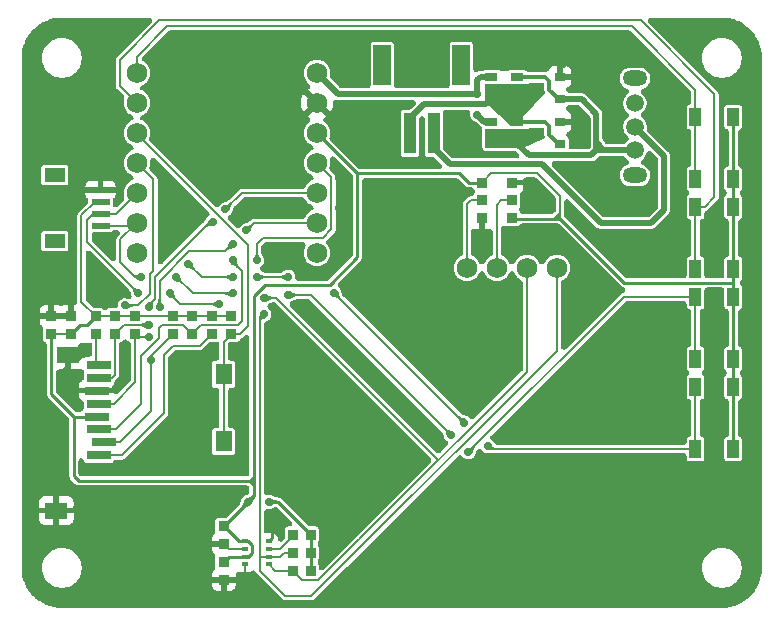
<source format=gbr>
%TF.GenerationSoftware,KiCad,Pcbnew,9.0.7*%
%TF.CreationDate,2026-02-15T10:57:45-05:00*%
%TF.ProjectId,destinationWeatherStation_v4-5,64657374-696e-4617-9469-6f6e57656174,03*%
%TF.SameCoordinates,PX6bcb370PY43d3480*%
%TF.FileFunction,Copper,L1,Top*%
%TF.FilePolarity,Positive*%
%FSLAX46Y46*%
G04 Gerber Fmt 4.6, Leading zero omitted, Abs format (unit mm)*
G04 Created by KiCad (PCBNEW 9.0.7) date 2026-02-15 10:57:45*
%MOMM*%
%LPD*%
G01*
G04 APERTURE LIST*
%TA.AperFunction,SMDPad,CuDef*%
%ADD10R,1.000000X1.550000*%
%TD*%
%TA.AperFunction,SMDPad,CuDef*%
%ADD11R,0.972000X0.802000*%
%TD*%
%TA.AperFunction,SMDPad,CuDef*%
%ADD12R,0.929000X0.820000*%
%TD*%
%TA.AperFunction,SMDPad,CuDef*%
%ADD13R,0.970000X0.871000*%
%TD*%
%TA.AperFunction,SMDPad,CuDef*%
%ADD14R,1.500000X3.400000*%
%TD*%
%TA.AperFunction,SMDPad,CuDef*%
%ADD15R,1.000000X3.500000*%
%TD*%
%TA.AperFunction,SMDPad,CuDef*%
%ADD16R,1.000000X0.700000*%
%TD*%
%TA.AperFunction,SMDPad,CuDef*%
%ADD17R,2.000000X0.800000*%
%TD*%
%TA.AperFunction,SMDPad,CuDef*%
%ADD18R,1.400000X1.800000*%
%TD*%
%TA.AperFunction,SMDPad,CuDef*%
%ADD19R,1.900000X1.400000*%
%TD*%
%TA.AperFunction,SMDPad,CuDef*%
%ADD20R,0.820000X0.929000*%
%TD*%
%TA.AperFunction,ComponentPad*%
%ADD21C,1.750000*%
%TD*%
%TA.AperFunction,SMDPad,CuDef*%
%ADD22R,1.800000X1.200000*%
%TD*%
%TA.AperFunction,SMDPad,CuDef*%
%ADD23R,1.550000X0.600000*%
%TD*%
%TA.AperFunction,SMDPad,CuDef*%
%ADD24R,0.500000X0.350000*%
%TD*%
%TA.AperFunction,ComponentPad*%
%ADD25O,2.100000X1.300000*%
%TD*%
%TA.AperFunction,ComponentPad*%
%ADD26C,1.500000*%
%TD*%
%TA.AperFunction,ViaPad*%
%ADD27C,0.700000*%
%TD*%
%TA.AperFunction,ViaPad*%
%ADD28C,1.000000*%
%TD*%
%TA.AperFunction,ViaPad*%
%ADD29C,0.800000*%
%TD*%
%TA.AperFunction,Conductor*%
%ADD30C,0.250000*%
%TD*%
%TA.AperFunction,Conductor*%
%ADD31C,0.200000*%
%TD*%
%TA.AperFunction,Conductor*%
%ADD32C,0.500000*%
%TD*%
%TA.AperFunction,Conductor*%
%ADD33C,0.350000*%
%TD*%
G04 APERTURE END LIST*
D10*
%TO.P,SW5,1*%
%TO.N,+3V3*%
X60655000Y-31665000D03*
%TO.P,SW5,2*%
X60655000Y-36915000D03*
%TO.P,SW5,3*%
%TO.N,/SW5*%
X57455000Y-31665000D03*
%TO.P,SW5,4*%
X57455000Y-36915000D03*
%TD*%
%TO.P,SW3,1*%
%TO.N,+3V3*%
X60655000Y-16425000D03*
%TO.P,SW3,2*%
X60655000Y-21675000D03*
%TO.P,SW3,3*%
%TO.N,/SW3*%
X57455000Y-16425000D03*
%TO.P,SW3,4*%
X57455000Y-21675000D03*
%TD*%
%TO.P,SW2,1*%
%TO.N,+3V3*%
X60655000Y-8805000D03*
%TO.P,SW2,2*%
X60655000Y-14055000D03*
%TO.P,SW2,3*%
%TO.N,/SW2*%
X57455000Y-8805000D03*
%TO.P,SW2,4*%
X57455000Y-14055000D03*
%TD*%
D11*
%TO.P,Q2,1*%
%TO.N,Net-(SW1-A)*%
X45970000Y-7300000D03*
%TO.P,Q2,2*%
%TO.N,GND*%
X45970000Y-5400000D03*
%TO.P,Q2,3*%
%TO.N,Net-(J1-Pin_2)*%
X44200000Y-6350000D03*
%TD*%
D12*
%TO.P,R12,1,A*%
%TO.N,GND*%
X41909000Y-14365000D03*
%TO.P,R12,2,C*%
%TO.N,/OLED2*%
X41909000Y-15875000D03*
%TO.P,R12,3,B*%
%TO.N,+3V3*%
X41909000Y-17385000D03*
%TD*%
D13*
%TO.P,C2,1*%
%TO.N,+3V3*%
X17526000Y-46482000D03*
%TO.P,C2,2*%
%TO.N,GND*%
X17526000Y-47982000D03*
%TD*%
D14*
%TO.P,J1,*%
%TO.N,*%
X37640000Y-4439000D03*
X30940000Y-4439000D03*
D15*
%TO.P,J1,1,Pin_1*%
%TO.N,Net-(J1-Pin_1)*%
X35290000Y-10189000D03*
%TO.P,J1,2,Pin_2*%
%TO.N,Net-(J1-Pin_2)*%
X33290000Y-10189000D03*
%TD*%
D16*
%TO.P,Q4,1*%
%TO.N,Net-(J1-Pin_2)*%
X42375000Y-7300000D03*
%TO.P,Q4,2*%
X42375000Y-6350000D03*
%TO.P,Q4,3*%
%TO.N,Net-(SW1-A)*%
X42375000Y-5400000D03*
%TO.P,Q4,4*%
%TO.N,VCC*%
X40175000Y-5400000D03*
%TO.P,Q4,5*%
%TO.N,Net-(J1-Pin_2)*%
X40175000Y-6350000D03*
%TO.P,Q4,6*%
X40175000Y-7300000D03*
%TD*%
D17*
%TO.P,J2,1,DAT2*%
%TO.N,/DAT2*%
X6943000Y-37475000D03*
%TO.P,J2,2,DAT3/CD*%
%TO.N,/CS_SD*%
X7343000Y-36375000D03*
%TO.P,J2,3,CMD*%
%TO.N,/MOSI*%
X6943000Y-35275000D03*
%TO.P,J2,4,VDD*%
%TO.N,+3V3*%
X6743000Y-34175000D03*
%TO.P,J2,5,CLK*%
%TO.N,/SCK*%
X6943000Y-33075000D03*
%TO.P,J2,6,VSS*%
%TO.N,GND*%
X6743000Y-31975000D03*
%TO.P,J2,7,DAT0*%
%TO.N,/MISO*%
X6943000Y-30875000D03*
%TO.P,J2,8,DAT1*%
%TO.N,/DAT1*%
X6943000Y-29775000D03*
D18*
%TO.P,J2,9,DET*%
%TO.N,/CD*%
X17493000Y-30585000D03*
X17493000Y-36285000D03*
D19*
%TO.P,J2,10,SHIELD*%
%TO.N,GND*%
X4343000Y-28985000D03*
X3343000Y-42135000D03*
%TD*%
D10*
%TO.P,SW4,1*%
%TO.N,+3V3*%
X60655000Y-24045000D03*
%TO.P,SW4,2*%
X60655000Y-29295000D03*
%TO.P,SW4,3*%
%TO.N,/SW4*%
X57455000Y-24045000D03*
%TO.P,SW4,4*%
X57455000Y-29295000D03*
%TD*%
D20*
%TO.P,R10,1*%
%TO.N,+3V3*%
X24880000Y-47244000D03*
%TO.P,R10,2*%
%TO.N,/SCL*%
X23370000Y-47244000D03*
%TD*%
D12*
%TO.P,R5,1*%
%TO.N,+3V3*%
X14859000Y-25661000D03*
%TO.P,R5,2*%
%TO.N,/MOSI*%
X14859000Y-27171000D03*
%TD*%
D13*
%TO.P,C4,1*%
%TO.N,+3V3*%
X4572000Y-27166000D03*
%TO.P,C4,2*%
%TO.N,GND*%
X4572000Y-25666000D03*
%TD*%
D12*
%TO.P,R3,1*%
%TO.N,+3V3*%
X8313000Y-25661000D03*
%TO.P,R3,2*%
%TO.N,/MISO*%
X8313000Y-27171000D03*
%TD*%
D21*
%TO.P,U1,1,D0*%
%TO.N,/SW2*%
X10160000Y-5080000D03*
%TO.P,U1,2,D1*%
%TO.N,/SW3*%
X10160000Y-7620000D03*
%TO.P,U1,3,D2*%
%TO.N,/CD*%
X10160000Y-10160000D03*
%TO.P,U1,4,D3*%
%TO.N,/CS_SD*%
X10160000Y-12700000D03*
%TO.P,U1,5,D4*%
%TO.N,/SDA*%
X10160000Y-15240000D03*
%TO.P,U1,6,D5*%
%TO.N,/SCL*%
X10160000Y-17780000D03*
%TO.P,U1,7,D6*%
%TO.N,/SW4*%
X10160000Y-20320000D03*
%TO.P,U1,8,D7*%
%TO.N,/SW5*%
X25400000Y-20320000D03*
%TO.P,U1,9,D8*%
%TO.N,/SCK*%
X25400000Y-17780000D03*
%TO.P,U1,10,D9*%
%TO.N,/MISO*%
X25400000Y-15240000D03*
%TO.P,U1,11,D10*%
%TO.N,/MOSI*%
X25400000Y-12700000D03*
%TO.P,U1,12,3V3*%
%TO.N,+3V3*%
X25400000Y-10160000D03*
%TO.P,U1,13,GND*%
%TO.N,GND*%
X25400000Y-7620000D03*
%TO.P,U1,14,VIN*%
%TO.N,VCC*%
X25400000Y-5080000D03*
%TD*%
D22*
%TO.P,J3,*%
%TO.N,*%
X3205000Y-13710000D03*
X3205000Y-19310000D03*
D23*
%TO.P,J3,1,Pin_1*%
%TO.N,GND*%
X7080000Y-15010000D03*
%TO.P,J3,2,Pin_2*%
%TO.N,+3V3*%
X7080000Y-16010000D03*
%TO.P,J3,3,Pin_3*%
%TO.N,/SDA*%
X7080000Y-17010000D03*
%TO.P,J3,4,Pin_4*%
%TO.N,/SCL*%
X7080000Y-18010000D03*
%TD*%
D12*
%TO.P,R1,1*%
%TO.N,+3V3*%
X18161000Y-25661000D03*
%TO.P,R1,2*%
%TO.N,/CD*%
X18161000Y-27171000D03*
%TD*%
D24*
%TO.P,U2,1,GND*%
%TO.N,GND*%
X21345000Y-44745000D03*
%TO.P,U2,2,CSB*%
%TO.N,/BME_CS*%
X21345000Y-45395000D03*
%TO.P,U2,3,SDI*%
%TO.N,/SDA*%
X21345000Y-46045000D03*
%TO.P,U2,4,SCK*%
%TO.N,/SCL*%
X21345000Y-46695000D03*
%TO.P,U2,5,SDO*%
%TO.N,GND*%
X19295000Y-46695000D03*
%TO.P,U2,6,VDDIO*%
%TO.N,+3V3*%
X19295000Y-46045000D03*
%TO.P,U2,7,GND*%
%TO.N,GND*%
X19295000Y-45395000D03*
%TO.P,U2,8,VDD*%
%TO.N,+3V3*%
X19295000Y-44745000D03*
%TD*%
D11*
%TO.P,Q1,1*%
%TO.N,Net-(J1-Pin_2)*%
X45970000Y-11110000D03*
%TO.P,Q1,2*%
%TO.N,GND*%
X45970000Y-9210000D03*
%TO.P,Q1,3*%
%TO.N,Net-(SW1-A)*%
X44200000Y-10160000D03*
%TD*%
D12*
%TO.P,R2,1*%
%TO.N,+3V3*%
X6662000Y-25661000D03*
%TO.P,R2,2*%
%TO.N,/DAT1*%
X6662000Y-27171000D03*
%TD*%
D21*
%TO.P,U3,1,GND*%
%TO.N,/OLED1*%
X38100000Y-21590000D03*
%TO.P,U3,2,VCC*%
%TO.N,/OLED2*%
X40640000Y-21590000D03*
%TO.P,U3,3,SCL*%
%TO.N,/SCL*%
X43180000Y-21590000D03*
%TO.P,U3,4,SDA*%
%TO.N,/SDA*%
X45720000Y-21590000D03*
%TD*%
D20*
%TO.P,R9,1*%
%TO.N,+3V3*%
X24890000Y-45720000D03*
%TO.P,R9,2*%
%TO.N,/SDA*%
X23380000Y-45720000D03*
%TD*%
D12*
%TO.P,R6,1*%
%TO.N,+3V3*%
X13208000Y-25661000D03*
%TO.P,R6,2*%
%TO.N,/CS_SD*%
X13208000Y-27171000D03*
%TD*%
D25*
%TO.P,SW1,*%
%TO.N,*%
X52324000Y-13752000D03*
X52324000Y-5552000D03*
D26*
%TO.P,SW1,1,A*%
%TO.N,Net-(SW1-A)*%
X52324000Y-11652000D03*
%TO.P,SW1,2,B*%
%TO.N,Net-(J1-Pin_1)*%
X52324000Y-9652000D03*
%TO.P,SW1,3,C*%
%TO.N,unconnected-(SW1-C-Pad3)*%
X52324000Y-7652000D03*
%TD*%
D12*
%TO.P,R7,1*%
%TO.N,+3V3*%
X16510000Y-25661000D03*
%TO.P,R7,2*%
%TO.N,/DAT2*%
X16510000Y-27171000D03*
%TD*%
%TO.P,R11,1,A*%
%TO.N,+3V3*%
X39370000Y-14365000D03*
%TO.P,R11,2,C*%
%TO.N,/OLED1*%
X39370000Y-15875000D03*
%TO.P,R11,3,B*%
%TO.N,GND*%
X39370000Y-17385000D03*
%TD*%
D20*
%TO.P,R8,1*%
%TO.N,+3V3*%
X24890000Y-44196000D03*
%TO.P,R8,2*%
%TO.N,/BME_CS*%
X23380000Y-44196000D03*
%TD*%
D13*
%TO.P,C1,1*%
%TO.N,+3V3*%
X17526000Y-43446000D03*
%TO.P,C1,2*%
%TO.N,GND*%
X17526000Y-44946000D03*
%TD*%
D12*
%TO.P,R4,1*%
%TO.N,+3V3*%
X10033000Y-25661000D03*
%TO.P,R4,2*%
%TO.N,/SCK*%
X10033000Y-27171000D03*
%TD*%
D13*
%TO.P,C3,1*%
%TO.N,+3V3*%
X2921000Y-27166000D03*
%TO.P,C3,2*%
%TO.N,GND*%
X2921000Y-25666000D03*
%TD*%
D16*
%TO.P,Q3,1*%
%TO.N,Net-(SW1-A)*%
X42375000Y-11110000D03*
%TO.P,Q3,2*%
X42375000Y-10160000D03*
%TO.P,Q3,3*%
%TO.N,Net-(J1-Pin_2)*%
X42375000Y-9210000D03*
%TO.P,Q3,4*%
%TO.N,VCC*%
X40175000Y-9210000D03*
%TO.P,Q3,5*%
%TO.N,Net-(SW1-A)*%
X40175000Y-10160000D03*
%TO.P,Q3,6*%
X40175000Y-11110000D03*
%TD*%
D27*
%TO.N,+3V3*%
X19564000Y-41408000D03*
X21336000Y-41402000D03*
%TO.N,GND*%
X27305000Y-19050000D03*
X4445000Y-21590000D03*
X52070000Y-3810000D03*
X19685000Y-6985000D03*
X55880000Y-21590000D03*
X59055000Y-21590000D03*
X53340000Y-30480000D03*
X33020000Y-27940000D03*
X39370000Y-20320000D03*
X4572000Y-24384000D03*
X59055000Y-31750000D03*
X27940000Y-22860000D03*
X24130000Y-36830000D03*
X12700000Y-17145000D03*
X34925000Y-5715000D03*
X47625000Y-17780000D03*
X14605000Y-6985000D03*
X17145000Y-9525000D03*
X45720000Y-33020000D03*
X15875000Y-29210000D03*
X33020000Y-33020000D03*
X47117000Y-5461000D03*
X55880000Y-6350000D03*
X21590000Y-34290000D03*
X53340000Y-25400000D03*
X27305000Y-1905000D03*
X15875000Y-38735000D03*
X55880000Y-41275000D03*
X22225000Y-9525000D03*
X44450000Y-3810000D03*
X55880000Y-11430000D03*
X24130000Y-21717000D03*
X26035000Y-29845000D03*
X38100000Y-38735000D03*
X4884000Y-31914000D03*
X3302000Y-43561000D03*
X21590000Y-29210000D03*
X40640000Y-30480000D03*
X53340000Y-48895000D03*
X2921000Y-24384000D03*
X59055000Y-29210000D03*
X35560000Y-41275000D03*
X59055000Y-36830000D03*
X53340000Y-21590000D03*
X48260000Y-48895000D03*
X10795000Y-38735000D03*
X23495000Y-5715000D03*
X27305000Y-8890000D03*
X55880000Y-33020000D03*
X2540000Y-12065000D03*
X35560000Y-46355000D03*
X62230000Y-25400000D03*
X40640000Y-25400000D03*
X58420000Y-38735000D03*
X55880000Y-8890000D03*
X59055000Y-16891000D03*
X1270000Y-41910000D03*
X6350000Y-5080000D03*
X21590000Y-3810000D03*
X48260000Y-38735000D03*
X60960000Y-41275000D03*
D28*
X19304000Y-47879000D03*
D27*
X5080000Y-9525000D03*
X55880000Y-13970000D03*
X33020000Y-22860000D03*
X29210000Y-10795000D03*
X5080000Y-41910000D03*
X47117000Y-10293350D03*
X22225000Y-14478000D03*
X29210000Y-36830000D03*
X47117000Y-8128000D03*
X24130000Y-31750000D03*
X55880000Y-16510000D03*
X5715000Y-38735000D03*
X2540000Y-16510000D03*
X45085000Y-15875000D03*
X34925000Y-1905000D03*
X48260000Y-3810000D03*
X46990000Y-20320000D03*
X59055000Y-26670000D03*
X13335000Y-46355000D03*
X5715000Y-43815000D03*
X38989000Y-11938000D03*
X14605000Y-12065000D03*
X49530000Y-22860000D03*
X29210000Y-41910000D03*
X53340000Y-16510000D03*
X15875000Y-33655000D03*
X62230000Y-11430000D03*
X47117000Y-4318000D03*
X38100000Y-48895000D03*
X59055000Y-34290000D03*
X33020000Y-3810000D03*
D29*
X55880000Y-1905000D03*
D27*
X62230000Y-21590000D03*
X40640000Y-41275000D03*
X50800000Y-41275000D03*
X62230000Y-6350000D03*
X17145000Y-14605000D03*
X47117000Y-6350000D03*
X30480000Y-30480000D03*
X59055000Y-24130000D03*
X46355000Y-1905000D03*
X6985000Y-24130000D03*
X39370000Y-22860000D03*
X50165000Y-5715000D03*
X50165000Y-9525000D03*
X12065000Y-9525000D03*
X35560000Y-25400000D03*
X55880000Y-27940000D03*
X38735000Y-1905000D03*
X58420000Y-48895000D03*
X29210000Y-3810000D03*
X62230000Y-16510000D03*
X22225000Y-16510000D03*
X31115000Y-8890000D03*
X38608000Y-10033000D03*
X31115000Y-12700000D03*
X35560000Y-20320000D03*
X38100000Y-27940000D03*
X50800000Y-33020000D03*
X25400000Y-25400000D03*
X19685000Y-12065000D03*
X22225000Y-20574000D03*
X55880000Y-46355000D03*
X21590000Y-39370000D03*
X33655000Y-37465000D03*
X31115000Y-1905000D03*
X8255000Y-41275000D03*
X19685000Y-1905000D03*
X33020000Y-43815000D03*
X33020000Y-48895000D03*
X10795000Y-43815000D03*
X55880000Y-19050000D03*
X53340000Y-38735000D03*
X43180000Y-43815000D03*
X47117000Y-9271000D03*
X23495000Y-27305000D03*
X33020000Y-17780000D03*
X27305000Y-5715000D03*
X39370000Y-18542000D03*
X9144000Y-28448000D03*
X5715000Y-48895000D03*
X43180000Y-38735000D03*
X30480000Y-15240000D03*
X6985000Y-21590000D03*
X44450000Y-20320000D03*
X15875000Y-43815000D03*
X23495000Y-1905000D03*
X2540000Y-7620000D03*
X30480000Y-46355000D03*
X46228000Y-4318000D03*
X17145000Y-4445000D03*
X19431000Y-16891000D03*
X24130000Y-41910000D03*
X6350000Y-1270000D03*
X15875000Y-46355000D03*
X41910000Y-22860000D03*
X48260000Y-13970000D03*
X35560000Y-15240000D03*
X50800000Y-19050000D03*
X43180000Y-35560000D03*
X31750000Y-39370000D03*
X46990000Y-25400000D03*
X45720000Y-46355000D03*
X46990000Y-22860000D03*
X26670000Y-44450000D03*
X43180000Y-48895000D03*
X30480000Y-25400000D03*
X62230000Y-30480000D03*
X3175000Y-40005000D03*
X28575000Y-32385000D03*
X48260000Y-30480000D03*
X27940000Y-27940000D03*
X4191000Y-30353000D03*
X48260000Y-43815000D03*
X50800000Y-46355000D03*
D28*
X21590000Y-43561000D03*
D27*
X40640000Y-46355000D03*
X58420000Y-43815000D03*
X48260000Y-35560000D03*
X10795000Y-48895000D03*
X12700000Y-14605000D03*
X15875000Y-1905000D03*
X30480000Y-20320000D03*
X34925000Y-12700000D03*
D29*
X5842000Y-28575000D03*
D27*
X7620000Y-12065000D03*
X53340000Y-35560000D03*
X42545000Y-1905000D03*
X50800000Y-16510000D03*
D28*
X4978400Y-15011400D03*
D27*
X15875000Y-48895000D03*
X12700000Y-19685000D03*
X35560000Y-35560000D03*
X26670000Y-34290000D03*
X45720000Y-41275000D03*
X50800000Y-27940000D03*
X62230000Y-35560000D03*
X27305000Y-16510000D03*
X8255000Y-46355000D03*
X3175000Y-36195000D03*
X38100000Y-43815000D03*
X15240000Y-17145000D03*
X36830000Y-10795000D03*
X12065000Y-4445000D03*
X50165000Y-1905000D03*
X8382000Y-31750000D03*
X13335000Y-41275000D03*
X27940000Y-48895000D03*
X31115000Y-34925000D03*
X38100000Y-33020000D03*
X27305000Y-13970000D03*
X6985000Y-19050000D03*
X26670000Y-39370000D03*
X35560000Y-30480000D03*
X53340000Y-43815000D03*
X40640000Y-3810000D03*
X41910000Y-20320000D03*
X53340000Y-19050000D03*
%TO.N,VCC*%
X38989000Y-6858000D03*
X38989000Y-8636000D03*
%TO.N,/SDA*%
X10287000Y-23749000D03*
X17145000Y-24638000D03*
X12954000Y-23749000D03*
X20955000Y-25527000D03*
%TO.N,/SCL*%
X20955000Y-24130000D03*
X13462000Y-22352000D03*
X10541000Y-22352000D03*
X18288000Y-23749000D03*
%TO.N,/MISO*%
X11150600Y-26416000D03*
X11150600Y-24892000D03*
X16573500Y-17716500D03*
X17653000Y-16637000D03*
%TO.N,/SCK*%
X19431000Y-18415000D03*
X12090400Y-24892000D03*
X18288000Y-19558000D03*
X11161500Y-27432000D03*
%TO.N,/MOSI*%
X20320000Y-20955000D03*
X18288000Y-20955000D03*
%TO.N,/CS_SD*%
X9144000Y-24765000D03*
X11366500Y-29400500D03*
%TO.N,/SW4*%
X36763190Y-35747190D03*
X38227000Y-37211000D03*
X22987000Y-22352000D03*
X18288000Y-22352000D03*
X20320000Y-22352000D03*
X14528800Y-21234400D03*
X22987000Y-23876000D03*
%TO.N,/SW5*%
X26860500Y-23685500D03*
X39878000Y-36703000D03*
X37874617Y-34699617D03*
%TD*%
D30*
%TO.N,+3V3*%
X19564000Y-41408000D02*
X20066000Y-40906000D01*
D31*
X2921000Y-27166000D02*
X4572000Y-27166000D01*
D30*
X17526000Y-43446000D02*
X18825000Y-44745000D01*
X60655000Y-16425000D02*
X60655000Y-21675000D01*
D31*
X6580736Y-16010000D02*
X5461000Y-17129736D01*
D30*
X17526000Y-43446000D02*
X19564000Y-41408000D01*
X6662000Y-25661000D02*
X5907000Y-26416000D01*
D31*
X13208000Y-25661000D02*
X16510000Y-25661000D01*
D30*
X5907000Y-26416000D02*
X5322000Y-26416000D01*
X45986700Y-17411700D02*
X45974000Y-17424400D01*
D31*
X16510000Y-25661000D02*
X18161000Y-25661000D01*
D30*
X17963000Y-46045000D02*
X19295000Y-46045000D01*
D31*
X2921000Y-32131000D02*
X2921000Y-32181800D01*
D30*
X38241000Y-14365000D02*
X37456000Y-13580000D01*
X19939000Y-45694600D02*
X19588600Y-46045000D01*
D31*
X39370000Y-14365000D02*
X39381400Y-14365000D01*
D30*
X39370000Y-14365000D02*
X38241000Y-14365000D01*
X2921000Y-32181800D02*
X2921000Y-32283400D01*
X51435000Y-22860000D02*
X60655000Y-22860000D01*
X41949400Y-17424400D02*
X41910000Y-17385000D01*
X60655000Y-29295000D02*
X60655000Y-31665000D01*
X60655000Y-24045000D02*
X60655000Y-29295000D01*
X60655000Y-8805000D02*
X60655000Y-14055000D01*
X45974000Y-17424400D02*
X41949400Y-17424400D01*
X2921000Y-27166000D02*
X2921000Y-32131000D01*
X24880000Y-47244000D02*
X24880000Y-46482000D01*
X19588600Y-46045000D02*
X19295000Y-46045000D01*
D31*
X6662000Y-25661000D02*
X13208000Y-25661000D01*
X6718000Y-34154000D02*
X6649000Y-34085000D01*
X44069000Y-13589000D02*
X45986700Y-15506700D01*
D30*
X18825000Y-44745000D02*
X19295000Y-44745000D01*
X20066000Y-40906000D02*
X20066000Y-39624000D01*
X4826000Y-34188400D02*
X4826000Y-39217600D01*
X19295000Y-44745000D02*
X19599000Y-44745000D01*
D31*
X5461000Y-17129736D02*
X5461000Y-24460000D01*
D30*
X4826000Y-34175000D02*
X6743000Y-34175000D01*
X21336000Y-41402000D02*
X22096000Y-41402000D01*
X60655000Y-14055000D02*
X60655000Y-16425000D01*
X19939000Y-45085000D02*
X19939000Y-45694600D01*
X5322000Y-26416000D02*
X4572000Y-27166000D01*
D31*
X24880000Y-44206000D02*
X24890000Y-44196000D01*
D30*
X20066000Y-24003000D02*
X21017000Y-23052000D01*
X21017000Y-23052000D02*
X26478000Y-23052000D01*
X28820000Y-13580000D02*
X25400000Y-10160000D01*
X24880000Y-46482000D02*
X24880000Y-44206000D01*
D31*
X5461000Y-24460000D02*
X6662000Y-25661000D01*
D30*
X19599000Y-44745000D02*
X19939000Y-45085000D01*
X2921000Y-32283400D02*
X4826000Y-34188400D01*
X5232400Y-39624000D02*
X20066000Y-39624000D01*
X22096000Y-41402000D02*
X24890000Y-44196000D01*
X37456000Y-13580000D02*
X28820000Y-13580000D01*
D31*
X7080000Y-16010000D02*
X6580736Y-16010000D01*
X39381400Y-14365000D02*
X40157400Y-13589000D01*
D30*
X20066000Y-39624000D02*
X20066000Y-24003000D01*
D31*
X40157400Y-13589000D02*
X44069000Y-13589000D01*
D30*
X60655000Y-22860000D02*
X60655000Y-24045000D01*
X60655000Y-21675000D02*
X60655000Y-22860000D01*
X28820000Y-20710000D02*
X28820000Y-13580000D01*
X45986700Y-17411700D02*
X51435000Y-22860000D01*
X26478000Y-23052000D02*
X28820000Y-20710000D01*
D31*
X45986700Y-15506700D02*
X45986700Y-17411700D01*
D30*
X17526000Y-46482000D02*
X17963000Y-46045000D01*
X4826000Y-39217600D02*
X5232400Y-39624000D01*
X60655000Y-31665000D02*
X60655000Y-36915000D01*
D31*
X7080000Y-16010000D02*
X7590000Y-16010000D01*
%TO.N,GND*%
X17975000Y-45395000D02*
X19295000Y-45395000D01*
X21370000Y-44720000D02*
X21345000Y-44745000D01*
X3249000Y-43508000D02*
X3302000Y-43561000D01*
X2921000Y-25666000D02*
X2921000Y-24384000D01*
X19304000Y-47879000D02*
X19201000Y-47982000D01*
X41949400Y-14365000D02*
X41910000Y-14365000D01*
X19295000Y-47870000D02*
X19295000Y-46695000D01*
X17526000Y-44958000D02*
X17526000Y-44946000D01*
X39370000Y-17385000D02*
X39370000Y-18542000D01*
X7080000Y-15010000D02*
X4979800Y-15010000D01*
X19201000Y-47982000D02*
X17526000Y-47982000D01*
D30*
X21590000Y-43561000D02*
X21590000Y-44500000D01*
D31*
X4979800Y-15010000D02*
X4978400Y-15011400D01*
X17526000Y-44946000D02*
X17975000Y-45395000D01*
X19304000Y-47879000D02*
X19295000Y-47870000D01*
X4572000Y-25666000D02*
X4572000Y-24384000D01*
X4249000Y-30295000D02*
X4191000Y-30353000D01*
X4913000Y-31885000D02*
X4884000Y-31914000D01*
D30*
X21590000Y-44500000D02*
X21345000Y-44745000D01*
D32*
%TO.N,VCC*%
X38989000Y-8636000D02*
X39563000Y-9210000D01*
X39563000Y-9210000D02*
X40175000Y-9210000D01*
X38989000Y-5715000D02*
X38989000Y-6858000D01*
X27178000Y-6858000D02*
X25400000Y-5080000D01*
X40175000Y-5400000D02*
X39304000Y-5400000D01*
X39304000Y-5400000D02*
X38989000Y-5715000D01*
X38989000Y-6858000D02*
X27178000Y-6858000D01*
D31*
%TO.N,/OLED1*%
X38420000Y-15875000D02*
X39370000Y-15875000D01*
X38100000Y-21590000D02*
X38100000Y-16195000D01*
X38100000Y-16195000D02*
X38420000Y-15875000D01*
%TO.N,/OLED2*%
X41021000Y-15875000D02*
X41910000Y-15875000D01*
X40640000Y-21590000D02*
X40640000Y-16256000D01*
X40640000Y-16256000D02*
X41021000Y-15875000D01*
%TO.N,/BME_CS*%
X21345000Y-45395000D02*
X22315000Y-45395000D01*
X22315000Y-45395000D02*
X23380000Y-44330000D01*
X23380000Y-44330000D02*
X23380000Y-44196000D01*
%TO.N,/DAT2*%
X13208000Y-28194000D02*
X15487000Y-28194000D01*
X12446000Y-33909000D02*
X12446000Y-28956000D01*
X6943000Y-37475000D02*
X8880000Y-37475000D01*
X15487000Y-28194000D02*
X16510000Y-27171000D01*
X8880000Y-37475000D02*
X12446000Y-33909000D01*
X12446000Y-28956000D02*
X13208000Y-28194000D01*
%TO.N,/DAT1*%
X6662000Y-27208000D02*
X6662000Y-29494000D01*
X6662000Y-29494000D02*
X6943000Y-29775000D01*
%TO.N,/SDA*%
X22710000Y-49380000D02*
X24938633Y-49380000D01*
X20570000Y-47240000D02*
X22710000Y-49380000D01*
X45720000Y-28598633D02*
X45720000Y-21590000D01*
X20955000Y-25527000D02*
X20570000Y-25912000D01*
X20570000Y-25912000D02*
X20570000Y-47240000D01*
X23380000Y-45720000D02*
X22606000Y-45720000D01*
X7080000Y-17010000D02*
X6485000Y-17010000D01*
X24938633Y-49380000D02*
X45720000Y-28598633D01*
X22606000Y-45720000D02*
X22281000Y-46045000D01*
X7080000Y-17010000D02*
X8390000Y-17010000D01*
X17145000Y-24638000D02*
X13843000Y-24638000D01*
X6485000Y-17010000D02*
X5969000Y-17526000D01*
X22281000Y-46045000D02*
X21345000Y-46045000D01*
X5969000Y-19431000D02*
X10287000Y-23749000D01*
X8390000Y-17010000D02*
X10160000Y-15240000D01*
X21345000Y-46045000D02*
X20574000Y-46045000D01*
X5969000Y-17526000D02*
X5969000Y-19431000D01*
X13843000Y-24638000D02*
X12954000Y-23749000D01*
%TO.N,/SCL*%
X43180000Y-30370000D02*
X43180000Y-21590000D01*
X35695500Y-37854500D02*
X34044500Y-39505500D01*
X21345000Y-46695000D02*
X21894000Y-47244000D01*
X23370000Y-47244000D02*
X24170000Y-48044000D01*
X14869503Y-23759503D02*
X13462000Y-22352000D01*
X8763000Y-19177000D02*
X10160000Y-17780000D01*
X8470000Y-18010000D02*
X9930000Y-18010000D01*
X24170000Y-48044000D02*
X24720000Y-48044000D01*
X25506000Y-48044000D02*
X28964500Y-44585500D01*
X7080000Y-18010000D02*
X8470000Y-18010000D01*
X21971000Y-24130000D02*
X35695500Y-37854500D01*
X18273103Y-23759503D02*
X14869503Y-23759503D01*
X24720000Y-48044000D02*
X25506000Y-48044000D01*
X9930000Y-18010000D02*
X10160000Y-17780000D01*
X24720000Y-48044000D02*
X24206500Y-48044000D01*
X28964500Y-44585500D02*
X43180000Y-30370000D01*
X10033000Y-22352000D02*
X8763000Y-21082000D01*
X8763000Y-21082000D02*
X8763000Y-19177000D01*
X20955000Y-24130000D02*
X21971000Y-24130000D01*
X10541000Y-22352000D02*
X10033000Y-22352000D01*
X21894000Y-47244000D02*
X23370000Y-47244000D01*
X18288000Y-23774400D02*
X18273103Y-23759503D01*
D33*
%TO.N,Net-(SW1-A)*%
X45882600Y-7300000D02*
X45085000Y-6502400D01*
X45085000Y-5765800D02*
X44719200Y-5400000D01*
X44719200Y-5400000D02*
X42375000Y-5400000D01*
D32*
X52321800Y-11607800D02*
X49098200Y-11607800D01*
D33*
X45085000Y-6502400D02*
X45085000Y-5765800D01*
D32*
X52324000Y-11610000D02*
X52321800Y-11607800D01*
X42578000Y-11110000D02*
X42375000Y-11110000D01*
X49072800Y-8559800D02*
X49072800Y-11633200D01*
D33*
X45970000Y-7300000D02*
X45882600Y-7300000D01*
D32*
X42375000Y-11110000D02*
X43330000Y-12065000D01*
X48641000Y-12065000D02*
X49072800Y-11633200D01*
X47813000Y-7300000D02*
X49072800Y-8559800D01*
X45970000Y-7300000D02*
X47813000Y-7300000D01*
X43330000Y-12065000D02*
X48641000Y-12065000D01*
X49098200Y-11607800D02*
X49072800Y-11633200D01*
D31*
%TO.N,/CD*%
X10160000Y-10287000D02*
X19558000Y-19685000D01*
X18161000Y-27171000D02*
X18930000Y-27171000D01*
X17285000Y-36613000D02*
X17281000Y-36617000D01*
X17493000Y-30585000D02*
X17493000Y-27839000D01*
X17493000Y-27839000D02*
X18161000Y-27171000D01*
X18930000Y-27171000D02*
X19558000Y-26543000D01*
X19558000Y-19685000D02*
X19558000Y-26543000D01*
X17493000Y-36285000D02*
X17493000Y-30589000D01*
X10160000Y-10160000D02*
X10160000Y-10287000D01*
%TO.N,/MISO*%
X17653000Y-16637000D02*
X19050000Y-15240000D01*
X8313000Y-27171000D02*
X9068000Y-26416000D01*
X9068000Y-26416000D02*
X11150600Y-26416000D01*
X11684000Y-22352000D02*
X16319500Y-17716500D01*
X8313000Y-27208000D02*
X8313000Y-30637000D01*
X19050000Y-15240000D02*
X25400000Y-15240000D01*
X11150600Y-24892000D02*
X11150600Y-24790400D01*
X11684000Y-24257000D02*
X11684000Y-22352000D01*
X16319500Y-17716500D02*
X16573500Y-17716500D01*
X8075000Y-30875000D02*
X6943000Y-30875000D01*
X11150600Y-24790400D02*
X11684000Y-24257000D01*
X8313000Y-30637000D02*
X8075000Y-30875000D01*
%TO.N,/SCK*%
X10294000Y-27432000D02*
X10033000Y-27171000D01*
X10033000Y-31242000D02*
X8200000Y-33075000D01*
X11161500Y-27432000D02*
X10294000Y-27432000D01*
X17653000Y-20193000D02*
X14605000Y-20193000D01*
X8200000Y-33075000D02*
X6943000Y-33075000D01*
X12090400Y-22707600D02*
X12090400Y-24892000D01*
X20066000Y-17780000D02*
X25400000Y-17780000D01*
X19431000Y-18415000D02*
X20066000Y-17780000D01*
X18288000Y-19558000D02*
X17653000Y-20193000D01*
X14605000Y-20193000D02*
X12090400Y-22707600D01*
X10033000Y-27171000D02*
X10033000Y-31242000D01*
%TO.N,/MOSI*%
X15614000Y-26416000D02*
X14859000Y-27171000D01*
X10541000Y-29083000D02*
X12065000Y-27559000D01*
X14104000Y-26416000D02*
X14859000Y-27171000D01*
X10541000Y-33147000D02*
X10541000Y-29083000D01*
X26630000Y-13930000D02*
X25400000Y-12700000D01*
X19050000Y-26070764D02*
X18704764Y-26416000D01*
X6943000Y-35275000D02*
X8413000Y-35275000D01*
X12065000Y-27559000D02*
X12065000Y-26670000D01*
X18704764Y-26416000D02*
X15614000Y-26416000D01*
X18288000Y-21082000D02*
X19050000Y-21844000D01*
X25908000Y-19050000D02*
X26630000Y-18328000D01*
X12065000Y-26670000D02*
X12319000Y-26416000D01*
X8413000Y-35275000D02*
X10541000Y-33147000D01*
X20320000Y-19558000D02*
X20828000Y-19050000D01*
X12319000Y-26416000D02*
X14104000Y-26416000D01*
X26630000Y-18328000D02*
X26630000Y-13930000D01*
X20828000Y-19050000D02*
X25908000Y-19050000D01*
X20320000Y-20955000D02*
X20320000Y-19558000D01*
X19050000Y-21844000D02*
X19050000Y-26070764D01*
%TO.N,/CS_SD*%
X11366500Y-29012500D02*
X13208000Y-27171000D01*
X10287000Y-24765000D02*
X11284000Y-23768000D01*
X11557000Y-14097000D02*
X10160000Y-12700000D01*
X8710000Y-36375000D02*
X7343000Y-36375000D01*
X11284000Y-23768000D02*
X11284000Y-22131405D01*
X11366500Y-29400500D02*
X11366500Y-29012500D01*
X11366500Y-29400500D02*
X11366500Y-33718500D01*
X11284000Y-22131405D02*
X11557000Y-21858405D01*
X11557000Y-21858405D02*
X11557000Y-14097000D01*
X9144000Y-24765000D02*
X10287000Y-24765000D01*
X11366500Y-33718500D02*
X8710000Y-36375000D01*
%TO.N,/SW2*%
X57455000Y-8805000D02*
X57455000Y-6502600D01*
X57455000Y-8805000D02*
X57455000Y-14055000D01*
X12725400Y-1143000D02*
X10160000Y-3708400D01*
X52095400Y-1143000D02*
X12725400Y-1143000D01*
X57455000Y-6502600D02*
X52095400Y-1143000D01*
X10160000Y-3708400D02*
X10160000Y-5080000D01*
%TO.N,/SW3*%
X12065000Y-635000D02*
X52806600Y-635000D01*
X10160000Y-7620000D02*
X8737600Y-6197600D01*
X58251000Y-16425000D02*
X57455000Y-16425000D01*
X59055000Y-6883400D02*
X59055000Y-15621000D01*
X59055000Y-15621000D02*
X58251000Y-16425000D01*
X8737600Y-6197600D02*
X8737600Y-3962400D01*
X8737600Y-3962400D02*
X12065000Y-635000D01*
X57455000Y-16425000D02*
X57455000Y-21675000D01*
X52806600Y-635000D02*
X59055000Y-6883400D01*
%TO.N,/SW4*%
X22987000Y-23876000D02*
X24892000Y-23876000D01*
X15646400Y-22352000D02*
X14528800Y-21234400D01*
X18288000Y-22352000D02*
X15646400Y-22352000D01*
X38227000Y-37211000D02*
X51393000Y-24045000D01*
X51393000Y-24045000D02*
X57455000Y-24045000D01*
X57455000Y-24045000D02*
X57455000Y-29295000D01*
X22987000Y-22352000D02*
X20320000Y-22352000D01*
X24892000Y-23876000D02*
X36763190Y-35747190D01*
%TO.N,/SW5*%
X26860500Y-23685500D02*
X37874617Y-34699617D01*
X39878000Y-36703000D02*
X40090000Y-36915000D01*
X40090000Y-36915000D02*
X57455000Y-36915000D01*
X57455000Y-31665000D02*
X57455000Y-36915000D01*
D33*
%TO.N,Net-(J1-Pin_2)*%
X45085000Y-9550400D02*
X44744600Y-9210000D01*
X45882600Y-11110000D02*
X45085000Y-10312400D01*
D32*
X34442400Y-7747000D02*
X39728000Y-7747000D01*
D33*
X44744600Y-9210000D02*
X42375000Y-9210000D01*
D32*
X33290000Y-8899400D02*
X34442400Y-7747000D01*
X33290000Y-10189000D02*
X33290000Y-8899400D01*
X39728000Y-7747000D02*
X40175000Y-7300000D01*
D33*
X45970000Y-11110000D02*
X45882600Y-11110000D01*
X45085000Y-10312400D02*
X45085000Y-9550400D01*
D32*
%TO.N,Net-(J1-Pin_1)*%
X49420000Y-17780000D02*
X53720000Y-17780000D01*
X35290000Y-10189000D02*
X35290000Y-11414000D01*
X53720000Y-17780000D02*
X54770000Y-16730000D01*
X35290000Y-11414000D02*
X36707000Y-12831000D01*
X36707000Y-12831000D02*
X44471000Y-12831000D01*
X54770000Y-12098000D02*
X52324000Y-9652000D01*
X54770000Y-16730000D02*
X54770000Y-12098000D01*
X44471000Y-12831000D02*
X49420000Y-17780000D01*
%TD*%
%TA.AperFunction,Conductor*%
%TO.N,/SDA*%
G36*
X20642344Y-25397460D02*
G01*
X20950494Y-25524147D01*
X20956843Y-25530462D01*
X20956859Y-25530502D01*
X21083871Y-25838085D01*
X21083861Y-25847040D01*
X21077523Y-25853365D01*
X21076127Y-25853841D01*
X20962529Y-25884728D01*
X20960770Y-25885064D01*
X20847328Y-25897852D01*
X20847293Y-25897857D01*
X20754689Y-25915160D01*
X20754686Y-25915161D01*
X20692643Y-25963007D01*
X20671998Y-26058305D01*
X20666897Y-26065665D01*
X20660563Y-26067528D01*
X20481979Y-26067528D01*
X20473706Y-26064101D01*
X20470279Y-26055828D01*
X20470282Y-26055552D01*
X20472465Y-25963007D01*
X20474057Y-25895516D01*
X20474133Y-25894441D01*
X20488573Y-25773453D01*
X20488917Y-25771714D01*
X20517244Y-25669615D01*
X20517648Y-25668419D01*
X20563848Y-25552997D01*
X20563897Y-25552878D01*
X20627125Y-25403715D01*
X20633509Y-25397436D01*
X20642344Y-25397460D01*
G37*
%TD.AperFunction*%
%TD*%
%TA.AperFunction,Conductor*%
%TO.N,/SW5*%
G36*
X37458573Y-34140919D02*
G01*
X37564037Y-34230572D01*
X37658826Y-34278640D01*
X37725535Y-34295701D01*
X37752584Y-34302619D01*
X37752592Y-34302620D01*
X37752593Y-34302621D01*
X37862584Y-34326860D01*
X37863820Y-34327205D01*
X37996751Y-34372258D01*
X38003486Y-34378159D01*
X38004076Y-34387095D01*
X38003816Y-34387788D01*
X37877180Y-34695808D01*
X37870865Y-34702157D01*
X37870808Y-34702180D01*
X37562788Y-34828816D01*
X37553833Y-34828793D01*
X37547518Y-34822444D01*
X37547258Y-34821751D01*
X37502205Y-34688820D01*
X37501860Y-34687582D01*
X37477619Y-34577584D01*
X37470701Y-34550535D01*
X37453640Y-34483826D01*
X37405572Y-34389037D01*
X37315919Y-34283573D01*
X37313172Y-34275052D01*
X37316560Y-34267725D01*
X37442725Y-34141560D01*
X37450997Y-34138134D01*
X37458573Y-34140919D01*
G37*
%TD.AperFunction*%
%TD*%
%TA.AperFunction,Conductor*%
%TO.N,Net-(J1-Pin_2)*%
G36*
X44656132Y-5953318D02*
G01*
X44659500Y-5961450D01*
X44659500Y-6558417D01*
X44684558Y-6651936D01*
X44684950Y-6654912D01*
X44684950Y-6745790D01*
X44682176Y-6753281D01*
X43832575Y-7742991D01*
X43824722Y-7746967D01*
X43823849Y-7747000D01*
X43815000Y-7747000D01*
X43815000Y-7747001D01*
X43815000Y-7759205D01*
X43812226Y-7766696D01*
X42875200Y-8858250D01*
X42875200Y-9543750D01*
X42871832Y-9551882D01*
X42863700Y-9555250D01*
X41867178Y-9555250D01*
X41859630Y-9552426D01*
X39678752Y-7655188D01*
X39674828Y-7647310D01*
X39674800Y-7646512D01*
X39674800Y-6012250D01*
X39678168Y-6004118D01*
X39686300Y-6000750D01*
X42875193Y-6000750D01*
X42875200Y-6000750D01*
X42878311Y-6000561D01*
X42878980Y-6000521D01*
X42879674Y-6000500D01*
X42899672Y-6000500D01*
X42899674Y-6000500D01*
X42907841Y-5998875D01*
X42909354Y-5998680D01*
X43713053Y-5949970D01*
X43713749Y-5949950D01*
X44648000Y-5949950D01*
X44656132Y-5953318D01*
G37*
%TD.AperFunction*%
%TD*%
%TA.AperFunction,Conductor*%
%TO.N,/SW5*%
G36*
X40132691Y-36464851D02*
G01*
X40133614Y-36465895D01*
X40209217Y-36562476D01*
X40210351Y-36564227D01*
X40261555Y-36661240D01*
X40308445Y-36741260D01*
X40308445Y-36741261D01*
X40365367Y-36785179D01*
X40378371Y-36795213D01*
X40489391Y-36813393D01*
X40497000Y-36818112D01*
X40499199Y-36824939D01*
X40499199Y-37003596D01*
X40495772Y-37011869D01*
X40487799Y-37015292D01*
X40344986Y-37018951D01*
X40344974Y-37018951D01*
X40344974Y-37018952D01*
X40235727Y-37028376D01*
X40219326Y-37030333D01*
X40141659Y-37039601D01*
X40141279Y-37039640D01*
X40032568Y-37049018D01*
X40031862Y-37049057D01*
X39889965Y-37052693D01*
X39881606Y-37049479D01*
X39877969Y-37041297D01*
X39877965Y-37041095D01*
X39877013Y-36707875D01*
X39880414Y-36699598D01*
X40116145Y-36464816D01*
X40124425Y-36461407D01*
X40132691Y-36464851D01*
G37*
%TD.AperFunction*%
%TD*%
%TA.AperFunction,Conductor*%
%TO.N,/MOSI*%
G36*
X20417483Y-20258427D02*
G01*
X20420871Y-20265753D01*
X20427749Y-20350640D01*
X20432051Y-20403726D01*
X20465086Y-20504735D01*
X20465088Y-20504742D01*
X20514426Y-20587985D01*
X20575070Y-20682913D01*
X20575701Y-20684032D01*
X20637839Y-20809883D01*
X20638429Y-20818819D01*
X20632528Y-20825554D01*
X20631854Y-20825861D01*
X20324506Y-20954119D01*
X20315551Y-20954142D01*
X20315494Y-20954119D01*
X20008145Y-20825861D01*
X20001830Y-20819512D01*
X20001853Y-20810557D01*
X20002148Y-20809908D01*
X20064305Y-20684016D01*
X20064918Y-20682929D01*
X20125564Y-20587998D01*
X20174911Y-20504738D01*
X20207948Y-20403722D01*
X20219128Y-20265753D01*
X20223212Y-20257786D01*
X20230790Y-20255000D01*
X20409210Y-20255000D01*
X20417483Y-20258427D01*
G37*
%TD.AperFunction*%
%TD*%
%TA.AperFunction,Conductor*%
%TO.N,Net-(SW1-A)*%
G36*
X49092432Y-10563864D02*
G01*
X49093017Y-10564495D01*
X49996250Y-11614199D01*
X49999001Y-11622560D01*
X49995034Y-11630417D01*
X49987533Y-11633200D01*
X49084300Y-11633200D01*
X49076168Y-11629832D01*
X49072800Y-11621700D01*
X49072800Y-10571996D01*
X49076168Y-10563864D01*
X49084300Y-10560496D01*
X49092432Y-10563864D01*
G37*
%TD.AperFunction*%
%TD*%
%TA.AperFunction,Conductor*%
%TO.N,+3V3*%
G36*
X19251963Y-41278715D02*
G01*
X19560191Y-41405436D01*
X19566540Y-41411751D01*
X19566563Y-41411808D01*
X19693274Y-41720011D01*
X19693251Y-41728966D01*
X19686902Y-41735281D01*
X19686384Y-41735480D01*
X19556098Y-41781962D01*
X19555264Y-41782225D01*
X19449057Y-41811382D01*
X19359493Y-41841280D01*
X19268459Y-41893906D01*
X19165652Y-41984131D01*
X19157174Y-41987012D01*
X19149662Y-41983610D01*
X18988389Y-41822337D01*
X18984962Y-41814064D01*
X18987868Y-41806347D01*
X19050060Y-41735480D01*
X19078092Y-41703537D01*
X19130717Y-41612506D01*
X19160614Y-41522947D01*
X19189775Y-41416722D01*
X19190029Y-41415917D01*
X19236520Y-41285612D01*
X19242527Y-41278974D01*
X19251471Y-41278526D01*
X19251963Y-41278715D01*
G37*
%TD.AperFunction*%
%TD*%
%TA.AperFunction,Conductor*%
%TO.N,+3V3*%
G36*
X21480518Y-41083671D02*
G01*
X21481024Y-41083897D01*
X21606018Y-41143154D01*
X21606794Y-41143558D01*
X21702516Y-41198043D01*
X21786985Y-41240231D01*
X21888565Y-41267388D01*
X22025062Y-41276286D01*
X22033094Y-41280244D01*
X22036000Y-41287961D01*
X22036000Y-41516038D01*
X22032573Y-41524311D01*
X22025061Y-41527713D01*
X21888570Y-41536610D01*
X21888566Y-41536610D01*
X21888565Y-41536611D01*
X21837775Y-41550189D01*
X21786984Y-41563768D01*
X21702515Y-41605955D01*
X21702502Y-41605962D01*
X21606794Y-41660440D01*
X21606018Y-41660844D01*
X21481024Y-41720102D01*
X21472080Y-41720550D01*
X21465440Y-41714542D01*
X21465214Y-41714036D01*
X21420111Y-41605955D01*
X21336879Y-41406505D01*
X21336857Y-41397551D01*
X21336880Y-41397494D01*
X21391174Y-41267388D01*
X21465215Y-41089961D01*
X21471563Y-41083648D01*
X21480518Y-41083671D01*
G37*
%TD.AperFunction*%
%TD*%
%TA.AperFunction,Conductor*%
%TO.N,/SW5*%
G36*
X27181284Y-23556323D02*
G01*
X27187599Y-23562672D01*
X27187859Y-23563366D01*
X27232910Y-23696293D01*
X27233255Y-23697530D01*
X27257495Y-23807530D01*
X27281475Y-23901289D01*
X27329543Y-23996078D01*
X27382281Y-24058117D01*
X27419196Y-24101541D01*
X27421944Y-24110064D01*
X27418555Y-24117392D01*
X27292392Y-24243555D01*
X27284119Y-24246982D01*
X27276541Y-24244196D01*
X27171080Y-24154545D01*
X27171078Y-24154543D01*
X27076289Y-24106475D01*
X26982530Y-24082495D01*
X26872530Y-24058255D01*
X26871293Y-24057910D01*
X26738366Y-24012859D01*
X26731630Y-24006958D01*
X26731040Y-23998023D01*
X26731290Y-23997353D01*
X26857937Y-23689306D01*
X26864248Y-23682961D01*
X27172331Y-23556300D01*
X27181284Y-23556323D01*
G37*
%TD.AperFunction*%
%TD*%
%TA.AperFunction,Conductor*%
%TO.N,/SW4*%
G36*
X36347146Y-35188492D02*
G01*
X36452610Y-35278145D01*
X36547399Y-35326213D01*
X36614108Y-35343274D01*
X36641157Y-35350192D01*
X36641165Y-35350193D01*
X36641166Y-35350194D01*
X36751157Y-35374433D01*
X36752393Y-35374778D01*
X36885324Y-35419831D01*
X36892059Y-35425732D01*
X36892649Y-35434668D01*
X36892389Y-35435361D01*
X36765753Y-35743381D01*
X36759438Y-35749730D01*
X36759381Y-35749753D01*
X36451361Y-35876389D01*
X36442406Y-35876366D01*
X36436091Y-35870017D01*
X36435831Y-35869324D01*
X36390778Y-35736393D01*
X36390433Y-35735155D01*
X36366192Y-35625157D01*
X36359274Y-35598108D01*
X36342213Y-35531399D01*
X36294145Y-35436610D01*
X36204492Y-35331146D01*
X36201745Y-35322625D01*
X36205133Y-35315298D01*
X36331298Y-35189133D01*
X36339570Y-35185707D01*
X36347146Y-35188492D01*
G37*
%TD.AperFunction*%
%TD*%
%TA.AperFunction,Conductor*%
%TO.N,/MISO*%
G36*
X11521930Y-24293592D02*
G01*
X11648099Y-24419761D01*
X11651526Y-24428034D01*
X11649084Y-24435188D01*
X11563051Y-24546529D01*
X11563048Y-24546534D01*
X11530426Y-24650177D01*
X11525830Y-24753856D01*
X11525813Y-24754142D01*
X11523910Y-24781763D01*
X11523539Y-24783987D01*
X11514900Y-24816231D01*
X11514900Y-24881536D01*
X11514447Y-24884761D01*
X11477562Y-25013371D01*
X11471987Y-25020379D01*
X11463090Y-25021393D01*
X11461866Y-25020967D01*
X11154408Y-24894563D01*
X11148060Y-24888249D01*
X11021195Y-24579670D01*
X11021218Y-24570716D01*
X11027567Y-24564401D01*
X11027751Y-24564326D01*
X11150457Y-24516586D01*
X11247632Y-24479983D01*
X11327639Y-24441105D01*
X11327640Y-24441104D01*
X11327644Y-24441102D01*
X11357767Y-24419548D01*
X11409930Y-24382226D01*
X11505697Y-24293291D01*
X11514089Y-24290173D01*
X11521930Y-24293592D01*
G37*
%TD.AperFunction*%
%TD*%
%TA.AperFunction,Conductor*%
%TO.N,+3V3*%
G36*
X46083752Y-17165127D02*
G01*
X46087169Y-17172911D01*
X46089299Y-17223876D01*
X46095500Y-17267791D01*
X46095504Y-17267816D01*
X46102839Y-17305303D01*
X46102942Y-17305913D01*
X46109018Y-17348946D01*
X46109123Y-17350093D01*
X46111194Y-17399607D01*
X46108116Y-17408016D01*
X46099993Y-17411786D01*
X46099598Y-17411796D01*
X45986794Y-17412699D01*
X45986606Y-17412699D01*
X45974000Y-17412598D01*
X45861700Y-17411700D01*
X45864300Y-17349520D01*
X45870500Y-17305610D01*
X45877900Y-17267789D01*
X45884100Y-17223879D01*
X45886700Y-17161700D01*
X45974000Y-17161700D01*
X46075479Y-17161700D01*
X46083752Y-17165127D01*
G37*
%TD.AperFunction*%
%TD*%
%TA.AperFunction,Conductor*%
%TO.N,+3V3*%
G36*
X45970471Y-16784262D02*
G01*
X45973998Y-16792327D01*
X45974000Y-16792552D01*
X45974000Y-17412900D01*
X45970632Y-17421032D01*
X45962500Y-17424400D01*
X45366012Y-17424400D01*
X45357880Y-17421032D01*
X45354512Y-17412900D01*
X45357722Y-17404929D01*
X45946762Y-16792327D01*
X45954210Y-16784580D01*
X45962275Y-16781054D01*
X45970471Y-16784262D01*
G37*
%TD.AperFunction*%
%TD*%
%TA.AperFunction,Conductor*%
%TO.N,/SW4*%
G36*
X23131442Y-23557853D02*
G01*
X23132102Y-23558153D01*
X23257974Y-23620301D01*
X23259076Y-23620923D01*
X23354001Y-23681564D01*
X23354013Y-23681571D01*
X23437256Y-23730909D01*
X23437259Y-23730909D01*
X23437261Y-23730911D01*
X23505922Y-23753366D01*
X23538273Y-23763947D01*
X23538274Y-23763947D01*
X23538277Y-23763948D01*
X23676246Y-23775128D01*
X23684214Y-23779212D01*
X23687000Y-23786790D01*
X23687000Y-23965209D01*
X23683573Y-23973482D01*
X23676245Y-23976871D01*
X23538272Y-23988051D01*
X23437263Y-24021086D01*
X23437256Y-24021088D01*
X23354013Y-24070426D01*
X23259085Y-24131070D01*
X23257966Y-24131701D01*
X23132116Y-24193839D01*
X23123181Y-24194429D01*
X23116445Y-24188528D01*
X23116138Y-24187854D01*
X23046546Y-24021088D01*
X22987879Y-23880505D01*
X22987857Y-23871551D01*
X22987880Y-23871494D01*
X23116139Y-23564143D01*
X23122487Y-23557830D01*
X23131442Y-23557853D01*
G37*
%TD.AperFunction*%
%TD*%
%TA.AperFunction,Conductor*%
%TO.N,GND*%
G36*
X11297966Y-419454D02*
G01*
X11378748Y-473430D01*
X11432724Y-554212D01*
X11451678Y-649500D01*
X11432724Y-744788D01*
X11378748Y-825570D01*
X8457127Y-3747191D01*
X8420869Y-3809994D01*
X8420867Y-3809999D01*
X8410986Y-3827111D01*
X8410984Y-3827116D01*
X8387100Y-3916253D01*
X8387100Y-3916256D01*
X8387100Y-6243744D01*
X8402844Y-6302500D01*
X8410986Y-6332888D01*
X8457130Y-6412812D01*
X8457131Y-6412813D01*
X9037343Y-6993026D01*
X9091319Y-7073807D01*
X9110273Y-7169095D01*
X9098087Y-7246038D01*
X9062214Y-7356445D01*
X9062211Y-7356456D01*
X9034500Y-7531411D01*
X9034500Y-7708588D01*
X9062211Y-7883543D01*
X9062213Y-7883549D01*
X9062214Y-7883555D01*
X9116958Y-8052042D01*
X9116959Y-8052043D01*
X9116963Y-8052052D01*
X9197385Y-8209889D01*
X9292393Y-8340656D01*
X9301517Y-8353214D01*
X9426786Y-8478483D01*
X9512500Y-8540758D01*
X9570110Y-8582614D01*
X9736675Y-8667484D01*
X9735431Y-8669923D01*
X9801312Y-8713959D01*
X9855275Y-8794749D01*
X9874214Y-8890040D01*
X9855245Y-8985325D01*
X9801255Y-9066098D01*
X9735433Y-9110078D01*
X9736675Y-9112516D01*
X9570110Y-9197385D01*
X9426789Y-9301514D01*
X9301514Y-9426789D01*
X9197385Y-9570110D01*
X9116963Y-9727947D01*
X9116958Y-9727956D01*
X9116958Y-9727958D01*
X9062214Y-9896445D01*
X9062213Y-9896448D01*
X9062213Y-9896450D01*
X9062211Y-9896456D01*
X9034500Y-10071411D01*
X9034500Y-10248588D01*
X9062211Y-10423543D01*
X9062213Y-10423548D01*
X9062214Y-10423555D01*
X9116958Y-10592042D01*
X9116959Y-10592043D01*
X9116963Y-10592052D01*
X9193162Y-10741601D01*
X9197386Y-10749890D01*
X9301517Y-10893214D01*
X9426786Y-11018483D01*
X9448653Y-11034370D01*
X9570110Y-11122614D01*
X9736675Y-11207484D01*
X9735431Y-11209923D01*
X9801312Y-11253959D01*
X9855275Y-11334749D01*
X9874214Y-11430040D01*
X9855245Y-11525325D01*
X9801255Y-11606098D01*
X9735433Y-11650078D01*
X9736675Y-11652516D01*
X9570110Y-11737385D01*
X9426789Y-11841514D01*
X9301514Y-11966789D01*
X9197385Y-12110110D01*
X9116963Y-12267947D01*
X9116958Y-12267956D01*
X9116958Y-12267958D01*
X9062214Y-12436445D01*
X9062213Y-12436448D01*
X9062213Y-12436450D01*
X9062211Y-12436456D01*
X9034500Y-12611411D01*
X9034500Y-12788588D01*
X9062211Y-12963543D01*
X9062213Y-12963549D01*
X9062214Y-12963555D01*
X9116958Y-13132042D01*
X9116959Y-13132043D01*
X9116963Y-13132052D01*
X9179774Y-13255326D01*
X9197386Y-13289890D01*
X9301517Y-13433214D01*
X9426786Y-13558483D01*
X9426789Y-13558485D01*
X9570110Y-13662614D01*
X9736675Y-13747484D01*
X9735431Y-13749923D01*
X9801312Y-13793959D01*
X9855275Y-13874749D01*
X9874214Y-13970040D01*
X9855245Y-14065325D01*
X9801255Y-14146098D01*
X9735433Y-14190078D01*
X9736675Y-14192516D01*
X9570110Y-14277385D01*
X9426789Y-14381514D01*
X9301514Y-14506789D01*
X9197385Y-14650110D01*
X9116963Y-14807947D01*
X9116958Y-14807956D01*
X9116958Y-14807958D01*
X9062214Y-14976445D01*
X9062213Y-14976448D01*
X9062213Y-14976450D01*
X9062211Y-14976456D01*
X9034500Y-15151411D01*
X9034500Y-15328588D01*
X9062211Y-15503543D01*
X9062213Y-15503549D01*
X9062214Y-15503555D01*
X9098087Y-15613963D01*
X9109505Y-15710442D01*
X9083133Y-15803949D01*
X9037343Y-15866973D01*
X8530572Y-16373744D01*
X8530570Y-16373748D01*
X8449788Y-16427724D01*
X8354500Y-16446678D01*
X8259212Y-16427724D01*
X8178430Y-16373748D01*
X8124454Y-16292966D01*
X8105500Y-16197678D01*
X8105500Y-15871695D01*
X8124454Y-15776407D01*
X8178430Y-15695625D01*
X8205284Y-15672357D01*
X8212192Y-15667185D01*
X8298352Y-15552090D01*
X8348596Y-15417378D01*
X8348598Y-15417371D01*
X8354999Y-15357832D01*
X8355000Y-15357825D01*
X8355000Y-15260001D01*
X8354999Y-15260000D01*
X5805001Y-15260000D01*
X5805000Y-15260001D01*
X5805000Y-15357832D01*
X5811401Y-15417371D01*
X5811403Y-15417378D01*
X5861647Y-15552090D01*
X5947807Y-15667185D01*
X5954716Y-15672357D01*
X5966680Y-15685676D01*
X5981570Y-15695625D01*
X5998853Y-15721491D01*
X6019641Y-15744633D01*
X6025598Y-15761519D01*
X6035546Y-15776407D01*
X6041614Y-15806916D01*
X6051965Y-15836254D01*
X6054500Y-15871695D01*
X6054500Y-15937414D01*
X6035546Y-16032702D01*
X5981570Y-16113484D01*
X5981566Y-16113486D01*
X5180531Y-16914522D01*
X5180527Y-16914527D01*
X5146397Y-16973642D01*
X5146398Y-16973643D01*
X5134385Y-16994449D01*
X5110500Y-17083591D01*
X5110500Y-24481500D01*
X5091546Y-24576788D01*
X5037570Y-24657570D01*
X4956788Y-24711546D01*
X4861500Y-24730500D01*
X4822001Y-24730500D01*
X4822000Y-24730501D01*
X4822000Y-25417000D01*
X4803046Y-25512288D01*
X4749070Y-25593070D01*
X4668288Y-25647046D01*
X4573000Y-25666000D01*
X4572000Y-25666000D01*
X4572000Y-25667000D01*
X4553046Y-25762288D01*
X4499070Y-25843070D01*
X4418288Y-25897046D01*
X4323000Y-25916000D01*
X1936001Y-25916000D01*
X1936000Y-25916001D01*
X1936000Y-26149332D01*
X1942401Y-26208871D01*
X1942403Y-26208878D01*
X1992646Y-26343587D01*
X2078810Y-26458687D01*
X2078815Y-26458692D01*
X2088855Y-26466208D01*
X2153778Y-26538486D01*
X2186100Y-26630107D01*
X2184408Y-26693425D01*
X2186699Y-26693651D01*
X2185500Y-26705825D01*
X2185500Y-27626176D01*
X2200033Y-27699239D01*
X2255397Y-27782099D01*
X2255399Y-27782101D01*
X2338260Y-27837466D01*
X2345073Y-27838821D01*
X2434833Y-27875998D01*
X2503533Y-27944696D01*
X2540715Y-28034455D01*
X2545500Y-28083037D01*
X2545500Y-32132365D01*
X2545500Y-32332835D01*
X2571090Y-32428338D01*
X2591637Y-32463926D01*
X2616214Y-32506496D01*
X2620523Y-32513959D01*
X2620524Y-32513960D01*
X2620526Y-32513963D01*
X4377572Y-34271009D01*
X4431546Y-34351788D01*
X4450500Y-34447076D01*
X4450500Y-39267035D01*
X4463294Y-39314783D01*
X4463294Y-39314786D01*
X4463295Y-39314786D01*
X4476089Y-39362537D01*
X4476090Y-39362538D01*
X4525525Y-39448162D01*
X4525526Y-39448163D01*
X4931925Y-39854562D01*
X5001838Y-39924475D01*
X5087462Y-39973910D01*
X5135213Y-39986705D01*
X5182964Y-39999500D01*
X5182965Y-39999500D01*
X19441500Y-39999500D01*
X19536788Y-40018454D01*
X19617570Y-40072430D01*
X19671546Y-40153212D01*
X19690500Y-40248500D01*
X19690500Y-40546633D01*
X19671546Y-40641921D01*
X19617570Y-40722703D01*
X19536788Y-40776679D01*
X19507430Y-40786745D01*
X19506213Y-40787079D01*
X19505065Y-40787395D01*
X19495870Y-40790107D01*
X19495046Y-40790366D01*
X19486015Y-40793400D01*
X19355777Y-40839867D01*
X19349204Y-40842313D01*
X19348654Y-40842527D01*
X19348472Y-40842586D01*
X19347702Y-40842873D01*
X19347690Y-40842841D01*
X19338239Y-40845928D01*
X19332213Y-40848424D01*
X19195286Y-40927478D01*
X19083478Y-41039286D01*
X19004424Y-41176212D01*
X19003542Y-41178342D01*
X19003205Y-41179483D01*
X18997535Y-41196982D01*
X18995878Y-41199754D01*
X18949387Y-41330059D01*
X18946370Y-41339036D01*
X18946116Y-41339841D01*
X18943390Y-41349084D01*
X18916356Y-41447556D01*
X18914613Y-41452937D01*
X18914497Y-41453143D01*
X18913922Y-41455038D01*
X18904550Y-41483113D01*
X18883931Y-41528893D01*
X18881733Y-41532695D01*
X18853318Y-41572310D01*
X18795832Y-41637816D01*
X18789221Y-41646879D01*
X18788004Y-41645991D01*
X18763182Y-41677778D01*
X17753893Y-42687069D01*
X17673111Y-42741046D01*
X17577823Y-42760000D01*
X17016323Y-42760000D01*
X16943260Y-42774533D01*
X16860400Y-42829897D01*
X16860397Y-42829900D01*
X16805033Y-42912760D01*
X16790500Y-42985823D01*
X16790500Y-43906175D01*
X16791699Y-43918349D01*
X16788852Y-43918629D01*
X16788845Y-43995058D01*
X16751657Y-44084814D01*
X16693861Y-44145787D01*
X16683815Y-44153307D01*
X16683810Y-44153312D01*
X16597646Y-44268412D01*
X16547403Y-44403121D01*
X16547401Y-44403128D01*
X16541000Y-44462667D01*
X16541000Y-44695999D01*
X16541001Y-44696000D01*
X17277000Y-44696000D01*
X17372288Y-44714954D01*
X17453070Y-44768930D01*
X17507046Y-44849712D01*
X17526000Y-44945000D01*
X17526000Y-44947000D01*
X17507046Y-45042288D01*
X17453070Y-45123070D01*
X17372288Y-45177046D01*
X17277000Y-45196000D01*
X16541001Y-45196000D01*
X16541000Y-45196001D01*
X16541000Y-45429332D01*
X16547401Y-45488871D01*
X16547403Y-45488878D01*
X16597646Y-45623587D01*
X16683810Y-45738687D01*
X16683815Y-45738692D01*
X16700088Y-45750874D01*
X16765011Y-45823152D01*
X16797333Y-45914773D01*
X16795083Y-45998784D01*
X16790500Y-46021825D01*
X16790500Y-46942175D01*
X16791699Y-46954349D01*
X16788852Y-46954629D01*
X16788845Y-47031058D01*
X16751657Y-47120814D01*
X16693861Y-47181787D01*
X16683815Y-47189307D01*
X16683810Y-47189312D01*
X16597646Y-47304412D01*
X16547403Y-47439121D01*
X16547401Y-47439128D01*
X16541000Y-47498667D01*
X16541000Y-47731999D01*
X16541001Y-47732000D01*
X18510999Y-47732000D01*
X18511000Y-47731999D01*
X18511000Y-47563104D01*
X18529954Y-47467816D01*
X18583930Y-47387034D01*
X18664712Y-47333058D01*
X18760000Y-47314104D01*
X18847016Y-47329803D01*
X18937621Y-47363596D01*
X18937628Y-47363598D01*
X18997167Y-47369999D01*
X18997175Y-47370000D01*
X19592825Y-47370000D01*
X19592832Y-47369999D01*
X19652371Y-47363598D01*
X19652378Y-47363596D01*
X19787088Y-47313353D01*
X19859199Y-47259370D01*
X19946839Y-47217439D01*
X20043855Y-47212237D01*
X20135476Y-47244558D01*
X20207755Y-47309480D01*
X20238469Y-47363418D01*
X20243386Y-47375289D01*
X20289527Y-47455208D01*
X20289528Y-47455209D01*
X20289530Y-47455212D01*
X22494788Y-49660470D01*
X22494790Y-49660471D01*
X22494791Y-49660472D01*
X22574709Y-49706613D01*
X22574711Y-49706613D01*
X22574712Y-49706614D01*
X22663856Y-49730500D01*
X24984777Y-49730500D01*
X25073921Y-49706614D01*
X25153845Y-49660470D01*
X27933806Y-46880509D01*
X58019500Y-46880509D01*
X58019500Y-47099490D01*
X58047754Y-47314104D01*
X58048083Y-47316598D01*
X58053359Y-47336287D01*
X58104757Y-47528113D01*
X58162297Y-47667024D01*
X58188560Y-47730428D01*
X58280168Y-47889099D01*
X58298051Y-47920072D01*
X58298055Y-47920079D01*
X58431352Y-48093795D01*
X58586204Y-48248647D01*
X58759920Y-48381944D01*
X58759924Y-48381946D01*
X58759929Y-48381950D01*
X58949572Y-48491440D01*
X59151883Y-48575241D01*
X59151884Y-48575241D01*
X59151886Y-48575242D01*
X59184609Y-48584009D01*
X59363402Y-48631917D01*
X59526233Y-48653354D01*
X59580509Y-48660500D01*
X59580510Y-48660500D01*
X59799491Y-48660500D01*
X59835674Y-48655736D01*
X60016598Y-48631917D01*
X60228117Y-48575241D01*
X60430428Y-48491440D01*
X60620071Y-48381950D01*
X60620079Y-48381944D01*
X60793795Y-48248647D01*
X60793795Y-48248646D01*
X60793800Y-48248643D01*
X60948643Y-48093800D01*
X61052080Y-47958999D01*
X61081944Y-47920079D01*
X61081944Y-47920078D01*
X61081950Y-47920071D01*
X61191440Y-47730428D01*
X61275241Y-47528117D01*
X61331917Y-47316598D01*
X61360500Y-47099490D01*
X61360500Y-46880510D01*
X61331917Y-46663402D01*
X61275241Y-46451883D01*
X61191440Y-46249572D01*
X61081950Y-46059929D01*
X61081946Y-46059924D01*
X61081944Y-46059920D01*
X60948647Y-45886204D01*
X60793795Y-45731352D01*
X60620079Y-45598055D01*
X60620072Y-45598051D01*
X60620073Y-45598051D01*
X60620071Y-45598050D01*
X60430428Y-45488560D01*
X60287441Y-45429332D01*
X60228113Y-45404757D01*
X60073268Y-45363267D01*
X60016598Y-45348083D01*
X60016595Y-45348082D01*
X60016594Y-45348082D01*
X59799491Y-45319500D01*
X59799490Y-45319500D01*
X59580510Y-45319500D01*
X59580509Y-45319500D01*
X59363406Y-45348082D01*
X59151886Y-45404757D01*
X58949571Y-45488560D01*
X58759927Y-45598051D01*
X58759920Y-45598055D01*
X58586204Y-45731352D01*
X58431352Y-45886204D01*
X58298055Y-46059920D01*
X58298051Y-46059927D01*
X58188560Y-46249571D01*
X58104757Y-46451886D01*
X58048082Y-46663406D01*
X58019500Y-46880509D01*
X27933806Y-46880509D01*
X37329663Y-37484651D01*
X37410442Y-37430678D01*
X37505730Y-37411724D01*
X37601018Y-37430678D01*
X37681800Y-37484654D01*
X37721369Y-37536222D01*
X37746480Y-37579716D01*
X37858284Y-37691520D01*
X37995216Y-37770577D01*
X38147943Y-37811500D01*
X38306057Y-37811500D01*
X38458784Y-37770577D01*
X38595716Y-37691520D01*
X38707520Y-37579716D01*
X38786577Y-37442784D01*
X38786578Y-37442779D01*
X38786746Y-37442374D01*
X38792960Y-37421000D01*
X38796340Y-37415142D01*
X38841390Y-37282214D01*
X38845516Y-37268845D01*
X38845861Y-37267608D01*
X38849267Y-37253953D01*
X38872586Y-37148132D01*
X38880614Y-37116744D01*
X38922590Y-37029125D01*
X38932111Y-37017200D01*
X38961758Y-36982326D01*
X39037913Y-36922007D01*
X39131360Y-36895421D01*
X39227868Y-36906619D01*
X39312744Y-36953896D01*
X39367106Y-37019108D01*
X39397476Y-37071711D01*
X39397478Y-37071713D01*
X39397480Y-37071716D01*
X39509284Y-37183520D01*
X39646216Y-37262577D01*
X39798943Y-37303500D01*
X39869777Y-37303500D01*
X39896510Y-37308109D01*
X40038407Y-37304473D01*
X40045955Y-37304168D01*
X40046661Y-37304129D01*
X40054527Y-37303573D01*
X40163238Y-37294195D01*
X40167364Y-37293805D01*
X40167744Y-37293766D01*
X40171933Y-37293301D01*
X40261835Y-37282573D01*
X40351809Y-37274811D01*
X40366773Y-37273975D01*
X40494342Y-37270708D01*
X40494349Y-37270706D01*
X40506089Y-37269284D01*
X40506140Y-37269711D01*
X40545067Y-37265500D01*
X56455500Y-37265500D01*
X56550788Y-37284454D01*
X56631570Y-37338430D01*
X56685546Y-37419212D01*
X56704500Y-37514500D01*
X56704500Y-37714676D01*
X56719033Y-37787739D01*
X56774397Y-37870599D01*
X56774399Y-37870601D01*
X56857260Y-37925966D01*
X56930324Y-37940499D01*
X56930325Y-37940500D01*
X56930326Y-37940500D01*
X57979675Y-37940500D01*
X57979675Y-37940499D01*
X58052740Y-37925966D01*
X58135601Y-37870601D01*
X58190966Y-37787740D01*
X58205500Y-37714674D01*
X58205500Y-36115326D01*
X58190966Y-36042260D01*
X58148681Y-35978975D01*
X58135602Y-35959400D01*
X58135599Y-35959397D01*
X58077051Y-35920278D01*
X58052740Y-35904034D01*
X58052739Y-35904033D01*
X58005920Y-35894720D01*
X57916161Y-35857539D01*
X57847462Y-35788840D01*
X57810284Y-35699080D01*
X57805500Y-35650505D01*
X57805500Y-32929494D01*
X57824454Y-32834206D01*
X57878430Y-32753424D01*
X57959212Y-32699448D01*
X58005916Y-32685279D01*
X58052740Y-32675966D01*
X58135601Y-32620601D01*
X58190966Y-32537740D01*
X58205500Y-32464674D01*
X58205500Y-30865326D01*
X58190966Y-30792260D01*
X58135601Y-30709399D01*
X58135599Y-30709397D01*
X58102135Y-30687038D01*
X58033435Y-30618340D01*
X57996254Y-30528581D01*
X57996253Y-30431426D01*
X58033431Y-30341666D01*
X58102129Y-30272966D01*
X58102135Y-30272962D01*
X58124632Y-30257930D01*
X58135601Y-30250601D01*
X58190966Y-30167740D01*
X58205500Y-30094674D01*
X58205500Y-28495326D01*
X58190966Y-28422260D01*
X58135601Y-28339399D01*
X58135599Y-28339397D01*
X58080607Y-28302653D01*
X58052740Y-28284034D01*
X58052739Y-28284033D01*
X58005920Y-28274720D01*
X57916161Y-28237539D01*
X57847462Y-28168840D01*
X57810284Y-28079080D01*
X57805500Y-28030505D01*
X57805500Y-25309494D01*
X57824454Y-25214206D01*
X57878430Y-25133424D01*
X57959212Y-25079448D01*
X58005916Y-25065279D01*
X58052740Y-25055966D01*
X58135601Y-25000601D01*
X58190966Y-24917740D01*
X58205500Y-24844674D01*
X58205500Y-23484500D01*
X58224454Y-23389212D01*
X58278430Y-23308430D01*
X58359212Y-23254454D01*
X58454500Y-23235500D01*
X59655500Y-23235500D01*
X59750788Y-23254454D01*
X59831570Y-23308430D01*
X59885546Y-23389212D01*
X59904500Y-23484500D01*
X59904500Y-24844676D01*
X59919033Y-24917739D01*
X59974397Y-25000599D01*
X59974400Y-25000602D01*
X59989145Y-25010454D01*
X60057260Y-25055966D01*
X60079078Y-25060306D01*
X60168836Y-25097484D01*
X60237535Y-25166183D01*
X60274715Y-25255942D01*
X60279500Y-25304521D01*
X60279500Y-28035478D01*
X60260546Y-28130766D01*
X60206570Y-28211548D01*
X60125788Y-28265524D01*
X60079081Y-28279693D01*
X60057260Y-28284033D01*
X59974400Y-28339397D01*
X59974397Y-28339400D01*
X59919033Y-28422260D01*
X59904500Y-28495323D01*
X59904500Y-30094676D01*
X59919033Y-30167739D01*
X59974397Y-30250599D01*
X59974400Y-30250602D01*
X60007866Y-30272963D01*
X60076565Y-30341662D01*
X60113745Y-30431421D01*
X60113746Y-30528576D01*
X60076567Y-30618336D01*
X60007866Y-30687037D01*
X59974400Y-30709397D01*
X59974397Y-30709400D01*
X59919033Y-30792260D01*
X59904500Y-30865323D01*
X59904500Y-32464676D01*
X59919033Y-32537739D01*
X59974397Y-32620599D01*
X59974399Y-32620601D01*
X60057260Y-32675966D01*
X60079078Y-32680306D01*
X60168836Y-32717484D01*
X60237535Y-32786183D01*
X60274715Y-32875942D01*
X60279500Y-32924521D01*
X60279500Y-35655478D01*
X60260546Y-35750766D01*
X60206570Y-35831548D01*
X60125788Y-35885524D01*
X60079081Y-35899693D01*
X60057260Y-35904033D01*
X59974400Y-35959397D01*
X59974397Y-35959400D01*
X59919033Y-36042260D01*
X59904500Y-36115323D01*
X59904500Y-37714676D01*
X59919033Y-37787739D01*
X59974397Y-37870599D01*
X59974399Y-37870601D01*
X60057260Y-37925966D01*
X60130324Y-37940499D01*
X60130325Y-37940500D01*
X60130326Y-37940500D01*
X61179675Y-37940500D01*
X61179675Y-37940499D01*
X61252740Y-37925966D01*
X61335601Y-37870601D01*
X61390966Y-37787740D01*
X61405500Y-37714674D01*
X61405500Y-36115326D01*
X61390966Y-36042260D01*
X61348681Y-35978975D01*
X61335602Y-35959400D01*
X61335599Y-35959397D01*
X61277051Y-35920278D01*
X61252740Y-35904034D01*
X61252739Y-35904033D01*
X61230919Y-35899693D01*
X61141160Y-35862512D01*
X61072462Y-35793812D01*
X61035284Y-35704052D01*
X61030500Y-35655478D01*
X61030500Y-32924521D01*
X61049454Y-32829233D01*
X61103430Y-32748451D01*
X61184212Y-32694475D01*
X61230918Y-32680306D01*
X61252740Y-32675966D01*
X61335601Y-32620601D01*
X61390966Y-32537740D01*
X61405500Y-32464674D01*
X61405500Y-30865326D01*
X61390966Y-30792260D01*
X61335601Y-30709399D01*
X61335599Y-30709397D01*
X61302135Y-30687038D01*
X61233435Y-30618340D01*
X61196254Y-30528581D01*
X61196253Y-30431426D01*
X61233431Y-30341666D01*
X61302129Y-30272966D01*
X61302135Y-30272962D01*
X61324632Y-30257930D01*
X61335601Y-30250601D01*
X61390966Y-30167740D01*
X61405500Y-30094674D01*
X61405500Y-28495326D01*
X61390966Y-28422260D01*
X61335601Y-28339399D01*
X61335599Y-28339397D01*
X61280607Y-28302653D01*
X61252740Y-28284034D01*
X61252739Y-28284033D01*
X61230919Y-28279693D01*
X61141160Y-28242512D01*
X61072462Y-28173812D01*
X61035284Y-28084052D01*
X61030500Y-28035478D01*
X61030500Y-25304521D01*
X61049454Y-25209233D01*
X61103430Y-25128451D01*
X61184212Y-25074475D01*
X61230918Y-25060306D01*
X61252740Y-25055966D01*
X61335601Y-25000601D01*
X61390966Y-24917740D01*
X61405500Y-24844674D01*
X61405500Y-23245326D01*
X61390966Y-23172260D01*
X61363060Y-23130495D01*
X61335602Y-23089400D01*
X61335599Y-23089397D01*
X61302135Y-23067038D01*
X61233435Y-22998340D01*
X61196254Y-22908581D01*
X61196253Y-22811426D01*
X61233431Y-22721666D01*
X61302129Y-22652966D01*
X61302135Y-22652962D01*
X61319135Y-22641603D01*
X61335601Y-22630601D01*
X61390966Y-22547740D01*
X61405500Y-22474674D01*
X61405500Y-20875326D01*
X61390966Y-20802260D01*
X61366863Y-20766186D01*
X61335602Y-20719400D01*
X61335599Y-20719397D01*
X61268887Y-20674823D01*
X61252740Y-20664034D01*
X61252739Y-20664033D01*
X61230919Y-20659693D01*
X61141160Y-20622512D01*
X61072462Y-20553812D01*
X61035284Y-20464052D01*
X61030500Y-20415478D01*
X61030500Y-17684521D01*
X61049454Y-17589233D01*
X61103430Y-17508451D01*
X61184212Y-17454475D01*
X61230918Y-17440306D01*
X61252740Y-17435966D01*
X61335601Y-17380601D01*
X61390966Y-17297740D01*
X61405500Y-17224674D01*
X61405500Y-15625326D01*
X61390966Y-15552260D01*
X61335601Y-15469399D01*
X61335599Y-15469397D01*
X61302135Y-15447038D01*
X61233435Y-15378340D01*
X61196254Y-15288581D01*
X61196253Y-15191426D01*
X61233431Y-15101666D01*
X61302129Y-15032966D01*
X61302135Y-15032962D01*
X61325894Y-15017087D01*
X61335601Y-15010601D01*
X61390966Y-14927740D01*
X61405500Y-14854674D01*
X61405500Y-13255326D01*
X61390966Y-13182260D01*
X61335601Y-13099399D01*
X61335599Y-13099397D01*
X61262848Y-13050788D01*
X61252740Y-13044034D01*
X61252739Y-13044033D01*
X61230919Y-13039693D01*
X61141160Y-13002512D01*
X61072462Y-12933812D01*
X61035284Y-12844052D01*
X61030500Y-12795478D01*
X61030500Y-10064521D01*
X61049454Y-9969233D01*
X61103430Y-9888451D01*
X61184212Y-9834475D01*
X61230918Y-9820306D01*
X61252740Y-9815966D01*
X61335601Y-9760601D01*
X61390966Y-9677740D01*
X61405500Y-9604674D01*
X61405500Y-8005326D01*
X61390966Y-7932260D01*
X61358415Y-7883543D01*
X61335602Y-7849400D01*
X61335599Y-7849397D01*
X61262417Y-7800500D01*
X61252740Y-7794034D01*
X61252739Y-7794033D01*
X61179676Y-7779500D01*
X61179674Y-7779500D01*
X60130326Y-7779500D01*
X60130323Y-7779500D01*
X60057260Y-7794033D01*
X59974400Y-7849397D01*
X59974397Y-7849400D01*
X59919033Y-7932260D01*
X59904500Y-8005323D01*
X59904500Y-9604676D01*
X59919033Y-9677739D01*
X59974397Y-9760599D01*
X59974399Y-9760601D01*
X60057260Y-9815966D01*
X60079078Y-9820306D01*
X60168836Y-9857484D01*
X60237535Y-9926183D01*
X60274715Y-10015942D01*
X60279500Y-10064521D01*
X60279500Y-12795478D01*
X60260546Y-12890766D01*
X60206570Y-12971548D01*
X60125788Y-13025524D01*
X60079081Y-13039693D01*
X60057260Y-13044033D01*
X59974400Y-13099397D01*
X59974397Y-13099400D01*
X59919033Y-13182260D01*
X59904500Y-13255323D01*
X59904500Y-14854676D01*
X59919033Y-14927739D01*
X59974397Y-15010599D01*
X59974400Y-15010602D01*
X60007866Y-15032963D01*
X60076565Y-15101662D01*
X60113745Y-15191421D01*
X60113746Y-15288576D01*
X60076567Y-15378336D01*
X60007866Y-15447037D01*
X59974400Y-15469397D01*
X59974397Y-15469400D01*
X59919033Y-15552260D01*
X59904500Y-15625323D01*
X59904500Y-17224676D01*
X59919033Y-17297739D01*
X59974397Y-17380599D01*
X59974400Y-17380602D01*
X60009350Y-17403954D01*
X60057260Y-17435966D01*
X60079078Y-17440306D01*
X60168836Y-17477484D01*
X60237535Y-17546183D01*
X60274715Y-17635942D01*
X60279500Y-17684521D01*
X60279500Y-20415478D01*
X60260546Y-20510766D01*
X60206570Y-20591548D01*
X60125788Y-20645524D01*
X60079081Y-20659693D01*
X60057260Y-20664033D01*
X59974400Y-20719397D01*
X59974397Y-20719400D01*
X59919034Y-20802260D01*
X59919033Y-20802260D01*
X59904500Y-20875323D01*
X59904500Y-22235500D01*
X59885546Y-22330788D01*
X59831570Y-22411570D01*
X59750788Y-22465546D01*
X59655500Y-22484500D01*
X58454500Y-22484500D01*
X58359212Y-22465546D01*
X58278430Y-22411570D01*
X58224454Y-22330788D01*
X58205500Y-22235500D01*
X58205500Y-20875325D01*
X58205499Y-20875323D01*
X58205030Y-20872966D01*
X58190966Y-20802260D01*
X58166863Y-20766186D01*
X58135602Y-20719400D01*
X58135599Y-20719397D01*
X58068887Y-20674823D01*
X58052740Y-20664034D01*
X58052739Y-20664033D01*
X58005920Y-20654720D01*
X57916161Y-20617539D01*
X57847462Y-20548840D01*
X57810284Y-20459080D01*
X57805500Y-20410505D01*
X57805500Y-17689494D01*
X57824454Y-17594206D01*
X57878430Y-17513424D01*
X57959212Y-17459448D01*
X58005916Y-17445279D01*
X58052740Y-17435966D01*
X58135601Y-17380601D01*
X58190966Y-17297740D01*
X58205500Y-17224674D01*
X58205500Y-16991119D01*
X58224454Y-16895831D01*
X58278430Y-16815049D01*
X58349178Y-16765491D01*
X58368958Y-16756257D01*
X58386288Y-16751614D01*
X58408077Y-16739034D01*
X58466212Y-16705470D01*
X59335470Y-15836212D01*
X59381614Y-15756288D01*
X59405500Y-15667144D01*
X59405500Y-6837256D01*
X59402744Y-6826972D01*
X59381614Y-6748113D01*
X59381614Y-6748112D01*
X59361939Y-6714034D01*
X59335470Y-6668188D01*
X56367791Y-3700509D01*
X58019500Y-3700509D01*
X58019500Y-3919490D01*
X58048082Y-4136593D01*
X58104757Y-4348113D01*
X58167258Y-4499001D01*
X58188560Y-4550428D01*
X58296146Y-4736774D01*
X58298051Y-4740072D01*
X58298055Y-4740079D01*
X58431352Y-4913795D01*
X58586204Y-5068647D01*
X58759920Y-5201944D01*
X58759924Y-5201946D01*
X58759929Y-5201950D01*
X58949572Y-5311440D01*
X59151883Y-5395241D01*
X59151884Y-5395241D01*
X59151886Y-5395242D01*
X59169644Y-5400000D01*
X59363402Y-5451917D01*
X59526233Y-5473354D01*
X59580509Y-5480500D01*
X59580510Y-5480500D01*
X59799491Y-5480500D01*
X59835674Y-5475736D01*
X60016598Y-5451917D01*
X60228117Y-5395241D01*
X60430428Y-5311440D01*
X60620071Y-5201950D01*
X60663565Y-5168576D01*
X60793795Y-5068647D01*
X60793795Y-5068646D01*
X60793800Y-5068643D01*
X60948643Y-4913800D01*
X60958028Y-4901570D01*
X61081944Y-4740079D01*
X61081944Y-4740078D01*
X61081950Y-4740071D01*
X61191440Y-4550428D01*
X61275241Y-4348117D01*
X61331917Y-4136598D01*
X61360500Y-3919490D01*
X61360500Y-3700510D01*
X61357818Y-3680142D01*
X61349287Y-3615337D01*
X61331917Y-3483402D01*
X61275241Y-3271883D01*
X61191440Y-3069572D01*
X61081950Y-2879929D01*
X61081946Y-2879924D01*
X61081944Y-2879920D01*
X60948647Y-2706204D01*
X60793795Y-2551352D01*
X60620079Y-2418055D01*
X60620072Y-2418051D01*
X60620073Y-2418051D01*
X60620071Y-2418050D01*
X60430428Y-2308560D01*
X60228113Y-2224757D01*
X60073268Y-2183267D01*
X60016598Y-2168083D01*
X60016595Y-2168082D01*
X60016594Y-2168082D01*
X59799491Y-2139500D01*
X59799490Y-2139500D01*
X59580510Y-2139500D01*
X59580509Y-2139500D01*
X59363406Y-2168082D01*
X59151886Y-2224757D01*
X58949571Y-2308560D01*
X58759927Y-2418051D01*
X58759920Y-2418055D01*
X58586204Y-2551352D01*
X58431352Y-2706204D01*
X58298055Y-2879920D01*
X58298051Y-2879927D01*
X58188560Y-3069571D01*
X58104757Y-3271886D01*
X58048082Y-3483406D01*
X58019500Y-3700509D01*
X56367791Y-3700509D01*
X53492852Y-825570D01*
X53438876Y-744788D01*
X53419922Y-649500D01*
X53438876Y-554212D01*
X53492852Y-473430D01*
X53573634Y-419454D01*
X53668922Y-400500D01*
X59632417Y-400500D01*
X59683889Y-400500D01*
X59696106Y-400799D01*
X60011982Y-416318D01*
X60036275Y-418710D01*
X60343074Y-464220D01*
X60367009Y-468981D01*
X60667878Y-544344D01*
X60691236Y-551430D01*
X60983238Y-655911D01*
X61005808Y-665259D01*
X61145993Y-731561D01*
X61286181Y-797865D01*
X61307703Y-809368D01*
X61573749Y-968829D01*
X61594022Y-982376D01*
X61843140Y-1167135D01*
X61862021Y-1182630D01*
X62091826Y-1390912D01*
X62109087Y-1408173D01*
X62252522Y-1566430D01*
X62317369Y-1637978D01*
X62332865Y-1656861D01*
X62517620Y-1905972D01*
X62531172Y-1926255D01*
X62690627Y-2192289D01*
X62702136Y-2213821D01*
X62834740Y-2494191D01*
X62844090Y-2516765D01*
X62948565Y-2808751D01*
X62955659Y-2832135D01*
X63031015Y-3132975D01*
X63035782Y-3156941D01*
X63081287Y-3463712D01*
X63083682Y-3488030D01*
X63099200Y-3803893D01*
X63099500Y-3816111D01*
X63099500Y-46983888D01*
X63099200Y-46996106D01*
X63083682Y-47311969D01*
X63081287Y-47336287D01*
X63035782Y-47643058D01*
X63031015Y-47667024D01*
X62955659Y-47967864D01*
X62948565Y-47991248D01*
X62844090Y-48283234D01*
X62834740Y-48305808D01*
X62702136Y-48586178D01*
X62690622Y-48607718D01*
X62531178Y-48873734D01*
X62517613Y-48894036D01*
X62500212Y-48917500D01*
X62332869Y-49143134D01*
X62317369Y-49162021D01*
X62109097Y-49391816D01*
X62091816Y-49409097D01*
X61862021Y-49617369D01*
X61843134Y-49632869D01*
X61805916Y-49660472D01*
X61594036Y-49817613D01*
X61573734Y-49831178D01*
X61307718Y-49990622D01*
X61286178Y-50002136D01*
X61005808Y-50134740D01*
X60983234Y-50144090D01*
X60691248Y-50248565D01*
X60667864Y-50255659D01*
X60367024Y-50331015D01*
X60343058Y-50335782D01*
X60036287Y-50381287D01*
X60011969Y-50383682D01*
X59696107Y-50399200D01*
X59683889Y-50399500D01*
X3816111Y-50399500D01*
X3803893Y-50399200D01*
X3488030Y-50383682D01*
X3463712Y-50381287D01*
X3156941Y-50335782D01*
X3132975Y-50331015D01*
X2832135Y-50255659D01*
X2808751Y-50248565D01*
X2516765Y-50144090D01*
X2494191Y-50134740D01*
X2213821Y-50002136D01*
X2192289Y-49990627D01*
X1926255Y-49831172D01*
X1905972Y-49817620D01*
X1656861Y-49632865D01*
X1637978Y-49617369D01*
X1575137Y-49560414D01*
X1408173Y-49409087D01*
X1390912Y-49391826D01*
X1182630Y-49162021D01*
X1167135Y-49143140D01*
X982376Y-48894022D01*
X968829Y-48873749D01*
X809368Y-48607703D01*
X797863Y-48586178D01*
X665259Y-48305808D01*
X655909Y-48283234D01*
X551430Y-47991236D01*
X544344Y-47967878D01*
X468981Y-47667009D01*
X464220Y-47643074D01*
X418710Y-47336275D01*
X416318Y-47311982D01*
X400800Y-46996106D01*
X400500Y-46983888D01*
X400500Y-46880509D01*
X2139500Y-46880509D01*
X2139500Y-47099490D01*
X2167754Y-47314104D01*
X2168083Y-47316598D01*
X2173359Y-47336287D01*
X2224757Y-47528113D01*
X2282297Y-47667024D01*
X2308560Y-47730428D01*
X2400168Y-47889099D01*
X2418051Y-47920072D01*
X2418055Y-47920079D01*
X2551352Y-48093795D01*
X2706204Y-48248647D01*
X2879920Y-48381944D01*
X2879924Y-48381946D01*
X2879929Y-48381950D01*
X3069572Y-48491440D01*
X3271883Y-48575241D01*
X3271884Y-48575241D01*
X3271886Y-48575242D01*
X3304609Y-48584009D01*
X3483402Y-48631917D01*
X3646233Y-48653354D01*
X3700509Y-48660500D01*
X3700510Y-48660500D01*
X3919491Y-48660500D01*
X3955674Y-48655736D01*
X4136598Y-48631917D01*
X4348117Y-48575241D01*
X4550428Y-48491440D01*
X4740071Y-48381950D01*
X4740079Y-48381944D01*
X4913795Y-48248647D01*
X4913795Y-48248646D01*
X4913800Y-48248643D01*
X4930442Y-48232001D01*
X16541000Y-48232001D01*
X16541000Y-48465332D01*
X16547401Y-48524871D01*
X16547403Y-48524878D01*
X16597646Y-48659587D01*
X16683810Y-48774687D01*
X16683812Y-48774689D01*
X16798912Y-48860853D01*
X16933621Y-48911096D01*
X16933628Y-48911098D01*
X16993167Y-48917499D01*
X16993175Y-48917500D01*
X17275999Y-48917500D01*
X17276000Y-48917499D01*
X17276000Y-48232001D01*
X17776000Y-48232001D01*
X17776000Y-48917499D01*
X17776001Y-48917500D01*
X18058825Y-48917500D01*
X18058832Y-48917499D01*
X18118371Y-48911098D01*
X18118378Y-48911096D01*
X18253087Y-48860853D01*
X18368187Y-48774689D01*
X18368189Y-48774687D01*
X18454353Y-48659587D01*
X18504596Y-48524878D01*
X18504598Y-48524871D01*
X18510999Y-48465332D01*
X18511000Y-48465325D01*
X18511000Y-48232001D01*
X18510999Y-48232000D01*
X17776001Y-48232000D01*
X17776000Y-48232001D01*
X17276000Y-48232001D01*
X17275999Y-48232000D01*
X16541001Y-48232000D01*
X16541000Y-48232001D01*
X4930442Y-48232001D01*
X5068643Y-48093800D01*
X5201950Y-47920071D01*
X5311440Y-47730428D01*
X5395241Y-47528117D01*
X5451917Y-47316598D01*
X5480500Y-47099490D01*
X5480500Y-46880510D01*
X5451917Y-46663402D01*
X5395241Y-46451883D01*
X5311440Y-46249572D01*
X5201950Y-46059929D01*
X5201946Y-46059924D01*
X5201944Y-46059920D01*
X5068647Y-45886204D01*
X4913795Y-45731352D01*
X4740079Y-45598055D01*
X4740072Y-45598051D01*
X4740073Y-45598051D01*
X4740071Y-45598050D01*
X4550428Y-45488560D01*
X4407441Y-45429332D01*
X4348113Y-45404757D01*
X4193268Y-45363267D01*
X4136598Y-45348083D01*
X4136595Y-45348082D01*
X4136594Y-45348082D01*
X3919491Y-45319500D01*
X3919490Y-45319500D01*
X3700510Y-45319500D01*
X3700509Y-45319500D01*
X3483406Y-45348082D01*
X3271886Y-45404757D01*
X3069571Y-45488560D01*
X2879927Y-45598051D01*
X2879920Y-45598055D01*
X2706204Y-45731352D01*
X2551352Y-45886204D01*
X2418055Y-46059920D01*
X2418051Y-46059927D01*
X2308560Y-46249571D01*
X2224757Y-46451886D01*
X2168082Y-46663406D01*
X2139500Y-46880509D01*
X400500Y-46880509D01*
X400500Y-42385001D01*
X1893000Y-42385001D01*
X1893000Y-42882832D01*
X1899401Y-42942371D01*
X1899403Y-42942378D01*
X1949646Y-43077087D01*
X2035810Y-43192187D01*
X2035812Y-43192189D01*
X2150912Y-43278353D01*
X2285621Y-43328596D01*
X2285628Y-43328598D01*
X2345167Y-43334999D01*
X2345175Y-43335000D01*
X3092999Y-43335000D01*
X3093000Y-43334999D01*
X3093000Y-42385001D01*
X3593000Y-42385001D01*
X3593000Y-43334999D01*
X3593001Y-43335000D01*
X4340825Y-43335000D01*
X4340832Y-43334999D01*
X4400371Y-43328598D01*
X4400378Y-43328596D01*
X4535087Y-43278353D01*
X4650187Y-43192189D01*
X4650189Y-43192187D01*
X4736353Y-43077087D01*
X4786596Y-42942378D01*
X4786598Y-42942371D01*
X4792999Y-42882832D01*
X4793000Y-42882825D01*
X4793000Y-42385001D01*
X4792999Y-42385000D01*
X3593001Y-42385000D01*
X3593000Y-42385001D01*
X3093000Y-42385001D01*
X3092999Y-42385000D01*
X1893001Y-42385000D01*
X1893000Y-42385001D01*
X400500Y-42385001D01*
X400500Y-41387167D01*
X1893000Y-41387167D01*
X1893000Y-41884999D01*
X1893001Y-41885000D01*
X3092999Y-41885000D01*
X3093000Y-41884999D01*
X3093000Y-40935001D01*
X3593000Y-40935001D01*
X3593000Y-41884999D01*
X3593001Y-41885000D01*
X4792999Y-41885000D01*
X4793000Y-41884999D01*
X4793000Y-41387175D01*
X4792999Y-41387167D01*
X4786598Y-41327628D01*
X4786596Y-41327621D01*
X4736353Y-41192912D01*
X4650189Y-41077812D01*
X4650187Y-41077810D01*
X4535087Y-40991646D01*
X4400378Y-40941403D01*
X4400371Y-40941401D01*
X4340832Y-40935000D01*
X3593001Y-40935000D01*
X3593000Y-40935001D01*
X3093000Y-40935001D01*
X3092999Y-40935000D01*
X2345167Y-40935000D01*
X2285628Y-40941401D01*
X2285621Y-40941403D01*
X2150912Y-40991646D01*
X2035812Y-41077810D01*
X2035810Y-41077812D01*
X1949646Y-41192912D01*
X1899403Y-41327621D01*
X1899401Y-41327628D01*
X1893000Y-41387167D01*
X400500Y-41387167D01*
X400500Y-25182667D01*
X1936000Y-25182667D01*
X1936000Y-25415999D01*
X1936001Y-25416000D01*
X2670999Y-25416000D01*
X2671000Y-25415999D01*
X2671000Y-24730501D01*
X3171000Y-24730501D01*
X3171000Y-25415999D01*
X3171001Y-25416000D01*
X4322000Y-25416000D01*
X4322000Y-24730501D01*
X4321999Y-24730500D01*
X4039167Y-24730500D01*
X3979628Y-24736901D01*
X3979621Y-24736903D01*
X3833516Y-24791397D01*
X3737612Y-24806937D01*
X3659484Y-24791397D01*
X3513378Y-24736903D01*
X3513371Y-24736901D01*
X3453832Y-24730500D01*
X3171001Y-24730500D01*
X3171000Y-24730501D01*
X2671000Y-24730501D01*
X2670999Y-24730500D01*
X2388167Y-24730500D01*
X2328628Y-24736901D01*
X2328621Y-24736903D01*
X2193912Y-24787146D01*
X2078812Y-24873310D01*
X2078810Y-24873312D01*
X1992646Y-24988412D01*
X1942403Y-25123121D01*
X1942401Y-25123128D01*
X1936000Y-25182667D01*
X400500Y-25182667D01*
X400500Y-18685323D01*
X2054500Y-18685323D01*
X2054500Y-19934676D01*
X2069033Y-20007739D01*
X2124397Y-20090599D01*
X2124399Y-20090601D01*
X2207260Y-20145966D01*
X2280324Y-20160499D01*
X2280325Y-20160500D01*
X2280326Y-20160500D01*
X4129675Y-20160500D01*
X4129675Y-20160499D01*
X4202740Y-20145966D01*
X4285601Y-20090601D01*
X4340966Y-20007740D01*
X4355500Y-19934674D01*
X4355500Y-18685326D01*
X4340966Y-18612260D01*
X4294831Y-18543213D01*
X4285602Y-18529400D01*
X4285599Y-18529397D01*
X4220969Y-18486214D01*
X4202740Y-18474034D01*
X4202739Y-18474033D01*
X4129676Y-18459500D01*
X4129674Y-18459500D01*
X2280326Y-18459500D01*
X2280323Y-18459500D01*
X2207260Y-18474033D01*
X2124400Y-18529397D01*
X2124397Y-18529400D01*
X2069033Y-18612260D01*
X2054500Y-18685323D01*
X400500Y-18685323D01*
X400500Y-14662167D01*
X5805000Y-14662167D01*
X5805000Y-14759999D01*
X5805001Y-14760000D01*
X6829999Y-14760000D01*
X6830000Y-14759999D01*
X6830000Y-14210001D01*
X7330000Y-14210001D01*
X7330000Y-14759999D01*
X7330001Y-14760000D01*
X8354999Y-14760000D01*
X8355000Y-14759999D01*
X8355000Y-14662175D01*
X8354999Y-14662167D01*
X8348598Y-14602628D01*
X8348596Y-14602621D01*
X8298353Y-14467912D01*
X8212189Y-14352812D01*
X8212187Y-14352810D01*
X8097087Y-14266646D01*
X7962378Y-14216403D01*
X7962371Y-14216401D01*
X7902832Y-14210000D01*
X7330001Y-14210000D01*
X7330000Y-14210001D01*
X6830000Y-14210001D01*
X6829999Y-14210000D01*
X6257167Y-14210000D01*
X6197628Y-14216401D01*
X6197621Y-14216403D01*
X6062912Y-14266646D01*
X5947812Y-14352810D01*
X5947810Y-14352812D01*
X5861646Y-14467912D01*
X5811403Y-14602621D01*
X5811401Y-14602628D01*
X5805000Y-14662167D01*
X400500Y-14662167D01*
X400500Y-13085323D01*
X2054500Y-13085323D01*
X2054500Y-14334676D01*
X2069033Y-14407739D01*
X2124397Y-14490599D01*
X2124399Y-14490601D01*
X2207260Y-14545966D01*
X2280324Y-14560499D01*
X2280325Y-14560500D01*
X2280326Y-14560500D01*
X4129675Y-14560500D01*
X4129675Y-14560499D01*
X4202740Y-14545966D01*
X4285601Y-14490601D01*
X4340966Y-14407740D01*
X4355500Y-14334674D01*
X4355500Y-13085326D01*
X4340966Y-13012260D01*
X4331130Y-12997539D01*
X4285602Y-12929400D01*
X4285599Y-12929397D01*
X4216370Y-12883141D01*
X4202740Y-12874034D01*
X4202739Y-12874033D01*
X4129676Y-12859500D01*
X4129674Y-12859500D01*
X2280326Y-12859500D01*
X2280323Y-12859500D01*
X2207260Y-12874033D01*
X2124400Y-12929397D01*
X2124397Y-12929400D01*
X2069033Y-13012260D01*
X2054500Y-13085323D01*
X400500Y-13085323D01*
X400500Y-3816111D01*
X400800Y-3803894D01*
X403090Y-3757273D01*
X405879Y-3700509D01*
X2139500Y-3700509D01*
X2139500Y-3919490D01*
X2168082Y-4136593D01*
X2224757Y-4348113D01*
X2287258Y-4499001D01*
X2308560Y-4550428D01*
X2416146Y-4736774D01*
X2418051Y-4740072D01*
X2418055Y-4740079D01*
X2551352Y-4913795D01*
X2706204Y-5068647D01*
X2879920Y-5201944D01*
X2879924Y-5201946D01*
X2879929Y-5201950D01*
X3069572Y-5311440D01*
X3271883Y-5395241D01*
X3271884Y-5395241D01*
X3271886Y-5395242D01*
X3289644Y-5400000D01*
X3483402Y-5451917D01*
X3646233Y-5473354D01*
X3700509Y-5480500D01*
X3700510Y-5480500D01*
X3919491Y-5480500D01*
X3955674Y-5475736D01*
X4136598Y-5451917D01*
X4348117Y-5395241D01*
X4550428Y-5311440D01*
X4740071Y-5201950D01*
X4783565Y-5168576D01*
X4913795Y-5068647D01*
X4913795Y-5068646D01*
X4913800Y-5068643D01*
X5068643Y-4913800D01*
X5078028Y-4901570D01*
X5201944Y-4740079D01*
X5201944Y-4740078D01*
X5201950Y-4740071D01*
X5311440Y-4550428D01*
X5395241Y-4348117D01*
X5451917Y-4136598D01*
X5480500Y-3919490D01*
X5480500Y-3700510D01*
X5477818Y-3680142D01*
X5469287Y-3615337D01*
X5451917Y-3483402D01*
X5395241Y-3271883D01*
X5311440Y-3069572D01*
X5201950Y-2879929D01*
X5201946Y-2879924D01*
X5201944Y-2879920D01*
X5068647Y-2706204D01*
X4913795Y-2551352D01*
X4740079Y-2418055D01*
X4740072Y-2418051D01*
X4740073Y-2418051D01*
X4740071Y-2418050D01*
X4550428Y-2308560D01*
X4348113Y-2224757D01*
X4193268Y-2183267D01*
X4136598Y-2168083D01*
X4136595Y-2168082D01*
X4136594Y-2168082D01*
X3919491Y-2139500D01*
X3919490Y-2139500D01*
X3700510Y-2139500D01*
X3700509Y-2139500D01*
X3483406Y-2168082D01*
X3271886Y-2224757D01*
X3069571Y-2308560D01*
X2879927Y-2418051D01*
X2879920Y-2418055D01*
X2706204Y-2551352D01*
X2551352Y-2706204D01*
X2418055Y-2879920D01*
X2418051Y-2879927D01*
X2308560Y-3069571D01*
X2224757Y-3271886D01*
X2168082Y-3483406D01*
X2139500Y-3700509D01*
X405879Y-3700509D01*
X416318Y-3488015D01*
X418710Y-3463726D01*
X464220Y-3156921D01*
X468980Y-3132994D01*
X544345Y-2832116D01*
X551428Y-2808769D01*
X655913Y-2516753D01*
X665259Y-2494191D01*
X676459Y-2470510D01*
X797869Y-2213809D01*
X809363Y-2192304D01*
X968835Y-1926240D01*
X982369Y-1905986D01*
X1167143Y-1656848D01*
X1182623Y-1637985D01*
X1390922Y-1408162D01*
X1408162Y-1390922D01*
X1637985Y-1182623D01*
X1656848Y-1167143D01*
X1905986Y-982369D01*
X1926240Y-968835D01*
X2192304Y-809363D01*
X2213809Y-797869D01*
X2494194Y-665257D01*
X2516753Y-655913D01*
X2808769Y-551428D01*
X2832116Y-544345D01*
X3132994Y-468980D01*
X3156921Y-464220D01*
X3463726Y-418710D01*
X3488015Y-416318D01*
X3803893Y-400799D01*
X3816111Y-400500D01*
X3867583Y-400500D01*
X11202678Y-400500D01*
X11297966Y-419454D01*
G37*
%TD.AperFunction*%
%TA.AperFunction,Conductor*%
G36*
X21817966Y-24499454D02*
G01*
X21898748Y-24553430D01*
X35023748Y-37678430D01*
X35077724Y-37759212D01*
X35096678Y-37854500D01*
X35077724Y-37949788D01*
X35023748Y-38030570D01*
X25965570Y-47088748D01*
X25884788Y-47142724D01*
X25789500Y-47161678D01*
X25694212Y-47142724D01*
X25613430Y-47088748D01*
X25559454Y-47007966D01*
X25546248Y-46965869D01*
X25540500Y-46939582D01*
X25540500Y-46754826D01*
X25525966Y-46681760D01*
X25470601Y-46598899D01*
X25465216Y-46595301D01*
X25453709Y-46542674D01*
X25453663Y-46540275D01*
X25452745Y-46538058D01*
X25452745Y-46491780D01*
X25451870Y-46445537D01*
X25452745Y-46443303D01*
X25452746Y-46440903D01*
X25470465Y-46398125D01*
X25487344Y-46355090D01*
X25489006Y-46353363D01*
X25489924Y-46351148D01*
X25507081Y-46325470D01*
X25535966Y-46282240D01*
X25550500Y-46209174D01*
X25550500Y-45230826D01*
X25535966Y-45157760D01*
X25494924Y-45096335D01*
X25457745Y-45006575D01*
X25457746Y-44909420D01*
X25494924Y-44819665D01*
X25528823Y-44768930D01*
X25535966Y-44758240D01*
X25550500Y-44685174D01*
X25550500Y-43706826D01*
X25535966Y-43633760D01*
X25480601Y-43550899D01*
X25480599Y-43550897D01*
X25425607Y-43514153D01*
X25397740Y-43495534D01*
X25397739Y-43495533D01*
X25324676Y-43481000D01*
X25324674Y-43481000D01*
X24809178Y-43481000D01*
X24713890Y-43462046D01*
X24633108Y-43408070D01*
X22326563Y-41101526D01*
X22326561Y-41101524D01*
X22285486Y-41077810D01*
X22240938Y-41052090D01*
X22237615Y-41051199D01*
X22204460Y-41042315D01*
X22204454Y-41042314D01*
X22187902Y-41037879D01*
X22145436Y-41026500D01*
X22145435Y-41026500D01*
X22077951Y-41026500D01*
X22062568Y-41024577D01*
X22060153Y-41023774D01*
X22052981Y-41023188D01*
X22041689Y-41021327D01*
X21954708Y-41015657D01*
X21906610Y-41007739D01*
X21902368Y-41006605D01*
X21855407Y-40988810D01*
X21828932Y-40975586D01*
X21817024Y-40969229D01*
X21733176Y-40921503D01*
X21724792Y-40916938D01*
X21723998Y-40916524D01*
X21715506Y-40912302D01*
X21712420Y-40910839D01*
X21590474Y-40853027D01*
X21585220Y-40850609D01*
X21584714Y-40850383D01*
X21584662Y-40850360D01*
X21583315Y-40849759D01*
X21583365Y-40849646D01*
X21574646Y-40845266D01*
X21567779Y-40842421D01*
X21415060Y-40801500D01*
X21415057Y-40801500D01*
X21256943Y-40801500D01*
X21256939Y-40801500D01*
X21233940Y-40807662D01*
X21136993Y-40814014D01*
X21044995Y-40782782D01*
X20971951Y-40718722D01*
X20928983Y-40631585D01*
X20920500Y-40567145D01*
X20920500Y-26351268D01*
X20923064Y-26338376D01*
X20921859Y-26325289D01*
X20932469Y-26291093D01*
X20939454Y-26255980D01*
X20946755Y-26245052D01*
X20950651Y-26232498D01*
X20973538Y-26204968D01*
X20993430Y-26175198D01*
X21004360Y-26167894D01*
X21012762Y-26157789D01*
X21041519Y-26143065D01*
X21074212Y-26121222D01*
X21098734Y-26112536D01*
X21101419Y-26111739D01*
X21143163Y-26100390D01*
X21158584Y-26095670D01*
X21159980Y-26095194D01*
X21170111Y-26091377D01*
X21178707Y-26088830D01*
X21179794Y-26088729D01*
X21185027Y-26087047D01*
X21186784Y-26086577D01*
X21323716Y-26007520D01*
X21435520Y-25895716D01*
X21514577Y-25758784D01*
X21555500Y-25606057D01*
X21555500Y-25447943D01*
X21553822Y-25441682D01*
X21514577Y-25295216D01*
X21435521Y-25158286D01*
X21435520Y-25158284D01*
X21323716Y-25046480D01*
X21323713Y-25046478D01*
X21323711Y-25046476D01*
X21313425Y-25038583D01*
X21309572Y-25036820D01*
X21284986Y-25010370D01*
X21257829Y-24986554D01*
X21252156Y-24975051D01*
X21243426Y-24965659D01*
X21230830Y-24931806D01*
X21214859Y-24899418D01*
X21214020Y-24886623D01*
X21209548Y-24874603D01*
X21210866Y-24838508D01*
X21208504Y-24802471D01*
X21212625Y-24790328D01*
X21213094Y-24777512D01*
X21228123Y-24744674D01*
X21239733Y-24710472D01*
X21248190Y-24700828D01*
X21253526Y-24689170D01*
X21274099Y-24671285D01*
X21303792Y-24637427D01*
X21324687Y-24623024D01*
X21333799Y-24617405D01*
X21339082Y-24614797D01*
X21351464Y-24608256D01*
X21352583Y-24607625D01*
X21364636Y-24600383D01*
X21454153Y-24543194D01*
X21455791Y-24542185D01*
X21455957Y-24542123D01*
X21459481Y-24539953D01*
X21483816Y-24525530D01*
X21575449Y-24493254D01*
X21590635Y-24491551D01*
X21664881Y-24485536D01*
X21664889Y-24485534D01*
X21673637Y-24484043D01*
X21715492Y-24480500D01*
X21722678Y-24480500D01*
X21817966Y-24499454D01*
G37*
%TD.AperFunction*%
%TA.AperFunction,Conductor*%
G36*
X21914721Y-41836438D02*
G01*
X21956271Y-41839417D01*
X21962670Y-41842621D01*
X21969769Y-41843537D01*
X22005893Y-41864266D01*
X22043143Y-41882919D01*
X22051962Y-41890701D01*
X22054036Y-41891891D01*
X22055582Y-41893895D01*
X22066428Y-41903465D01*
X23218892Y-43055930D01*
X23272868Y-43136712D01*
X23291822Y-43232000D01*
X23272868Y-43327288D01*
X23218892Y-43408070D01*
X23138110Y-43462046D01*
X23042822Y-43481000D01*
X22945323Y-43481000D01*
X22872260Y-43495533D01*
X22789400Y-43550897D01*
X22789397Y-43550900D01*
X22734033Y-43633760D01*
X22719500Y-43706823D01*
X22719500Y-44391678D01*
X22700546Y-44486966D01*
X22646570Y-44567748D01*
X22520070Y-44694248D01*
X22439288Y-44748224D01*
X22344000Y-44767178D01*
X22248712Y-44748224D01*
X22167930Y-44694248D01*
X22113954Y-44613466D01*
X22097101Y-44528740D01*
X22095357Y-44528834D01*
X22094999Y-44522167D01*
X22088598Y-44462628D01*
X22088596Y-44462621D01*
X22038353Y-44327912D01*
X21952189Y-44212812D01*
X21952187Y-44212810D01*
X21837087Y-44126646D01*
X21702378Y-44076403D01*
X21702371Y-44076401D01*
X21642832Y-44070000D01*
X21169500Y-44070000D01*
X21074212Y-44051046D01*
X20993430Y-43997070D01*
X20939454Y-43916288D01*
X20920500Y-43821000D01*
X20920500Y-42236854D01*
X20939454Y-42141566D01*
X20993430Y-42060784D01*
X21074212Y-42006808D01*
X21169500Y-41987854D01*
X21233946Y-41996339D01*
X21256939Y-42002500D01*
X21256943Y-42002500D01*
X21415060Y-42002500D01*
X21491420Y-41982038D01*
X21567784Y-41961577D01*
X21567791Y-41961572D01*
X21570508Y-41960448D01*
X21573474Y-41958858D01*
X21588216Y-41951539D01*
X21590476Y-41950971D01*
X21715470Y-41891713D01*
X21724004Y-41887470D01*
X21724780Y-41887066D01*
X21733186Y-41882488D01*
X21773326Y-41859639D01*
X21779634Y-41856508D01*
X21819839Y-41845619D01*
X21859365Y-41832471D01*
X21866503Y-41832982D01*
X21873411Y-41831112D01*
X21914721Y-41836438D01*
G37*
%TD.AperFunction*%
%TA.AperFunction,Conductor*%
G36*
X19462783Y-27262554D02*
G01*
X19484475Y-27262058D01*
X19509968Y-27271940D01*
X19536788Y-27277275D01*
X19554830Y-27289330D01*
X19575062Y-27297173D01*
X19594832Y-27316058D01*
X19617570Y-27331251D01*
X19629626Y-27349294D01*
X19645316Y-27364282D01*
X19656355Y-27389298D01*
X19671546Y-27412033D01*
X19675779Y-27433313D01*
X19684540Y-27453167D01*
X19685165Y-27480503D01*
X19690500Y-27507321D01*
X19690500Y-38999500D01*
X19671546Y-39094788D01*
X19617570Y-39175570D01*
X19536788Y-39229546D01*
X19441500Y-39248500D01*
X5491077Y-39248500D01*
X5395789Y-39229546D01*
X5315007Y-39175570D01*
X5274430Y-39134993D01*
X5220454Y-39054211D01*
X5201500Y-38958923D01*
X5201500Y-37959390D01*
X5220454Y-37864102D01*
X5274430Y-37783320D01*
X5355212Y-37729344D01*
X5450500Y-37710390D01*
X5545788Y-37729344D01*
X5626570Y-37783320D01*
X5680546Y-37864102D01*
X5694715Y-37910812D01*
X5707033Y-37972738D01*
X5762397Y-38055599D01*
X5762399Y-38055601D01*
X5845260Y-38110966D01*
X5918324Y-38125499D01*
X5918325Y-38125500D01*
X5918326Y-38125500D01*
X7967675Y-38125500D01*
X7967675Y-38125499D01*
X8040740Y-38110966D01*
X8123601Y-38055601D01*
X8178966Y-37972740D01*
X8178966Y-37972739D01*
X8192589Y-37952351D01*
X8193725Y-37953110D01*
X8230261Y-37898431D01*
X8311042Y-37844454D01*
X8406330Y-37825500D01*
X8926144Y-37825500D01*
X9015288Y-37801614D01*
X9095212Y-37755470D01*
X12726470Y-34124212D01*
X12772614Y-34044288D01*
X12796500Y-33955143D01*
X12796500Y-33862856D01*
X12796500Y-29204322D01*
X12815454Y-29109034D01*
X12869430Y-29028252D01*
X13280252Y-28617430D01*
X13361034Y-28563454D01*
X13456322Y-28544500D01*
X15533144Y-28544500D01*
X15622288Y-28520614D01*
X15702212Y-28474470D01*
X16272252Y-27904430D01*
X16353034Y-27850454D01*
X16448322Y-27831500D01*
X16893500Y-27831500D01*
X16988788Y-27850454D01*
X17069570Y-27904430D01*
X17123546Y-27985212D01*
X17142500Y-28080500D01*
X17142500Y-29185500D01*
X17123546Y-29280788D01*
X17069570Y-29361570D01*
X16988788Y-29415546D01*
X16893500Y-29434500D01*
X16768323Y-29434500D01*
X16695260Y-29449033D01*
X16612400Y-29504397D01*
X16612397Y-29504400D01*
X16557033Y-29587260D01*
X16542500Y-29660323D01*
X16542500Y-31509676D01*
X16557033Y-31582739D01*
X16612397Y-31665599D01*
X16612399Y-31665601D01*
X16695260Y-31720966D01*
X16768324Y-31735499D01*
X16768325Y-31735500D01*
X16768326Y-31735500D01*
X16893500Y-31735500D01*
X16988788Y-31754454D01*
X17069570Y-31808430D01*
X17123546Y-31889212D01*
X17142500Y-31984500D01*
X17142500Y-34885500D01*
X17123546Y-34980788D01*
X17069570Y-35061570D01*
X16988788Y-35115546D01*
X16893500Y-35134500D01*
X16768323Y-35134500D01*
X16695260Y-35149033D01*
X16612400Y-35204397D01*
X16612397Y-35204400D01*
X16557033Y-35287260D01*
X16542500Y-35360323D01*
X16542500Y-37209676D01*
X16557033Y-37282739D01*
X16612397Y-37365599D01*
X16612399Y-37365601D01*
X16695260Y-37420966D01*
X16768324Y-37435499D01*
X16768325Y-37435500D01*
X16768326Y-37435500D01*
X18217675Y-37435500D01*
X18217675Y-37435499D01*
X18290740Y-37420966D01*
X18373601Y-37365601D01*
X18428966Y-37282740D01*
X18443500Y-37209674D01*
X18443500Y-35360326D01*
X18428966Y-35287260D01*
X18373602Y-35204400D01*
X18373599Y-35204397D01*
X18318607Y-35167653D01*
X18290740Y-35149034D01*
X18290739Y-35149033D01*
X18217676Y-35134500D01*
X18217674Y-35134500D01*
X18092500Y-35134500D01*
X17997212Y-35115546D01*
X17916430Y-35061570D01*
X17862454Y-34980788D01*
X17843500Y-34885500D01*
X17843500Y-31984500D01*
X17862454Y-31889212D01*
X17916430Y-31808430D01*
X17997212Y-31754454D01*
X18092500Y-31735500D01*
X18217675Y-31735500D01*
X18217675Y-31735499D01*
X18290740Y-31720966D01*
X18373601Y-31665601D01*
X18428966Y-31582740D01*
X18443500Y-31509674D01*
X18443500Y-29660326D01*
X18428966Y-29587260D01*
X18373601Y-29504399D01*
X18373599Y-29504397D01*
X18318607Y-29467653D01*
X18290740Y-29449034D01*
X18290739Y-29449033D01*
X18217676Y-29434500D01*
X18217674Y-29434500D01*
X18092500Y-29434500D01*
X17997212Y-29415546D01*
X17916430Y-29361570D01*
X17862454Y-29280788D01*
X17843500Y-29185500D01*
X17843500Y-28087322D01*
X17862454Y-27992034D01*
X17916430Y-27911252D01*
X17923252Y-27904430D01*
X18004034Y-27850454D01*
X18099322Y-27831500D01*
X18650175Y-27831500D01*
X18650175Y-27831499D01*
X18723240Y-27816966D01*
X18806101Y-27761601D01*
X18861466Y-27678740D01*
X18861466Y-27678736D01*
X18870852Y-27656081D01*
X18874201Y-27657468D01*
X18895004Y-27607232D01*
X18959016Y-27541730D01*
X18995065Y-27516429D01*
X19065288Y-27497614D01*
X19081074Y-27488500D01*
X19145212Y-27451470D01*
X19280740Y-27315941D01*
X19298461Y-27303505D01*
X19323477Y-27292465D01*
X19346212Y-27277275D01*
X19367492Y-27273041D01*
X19387346Y-27264281D01*
X19414682Y-27263655D01*
X19441500Y-27258321D01*
X19462783Y-27262554D01*
G37*
%TD.AperFunction*%
%TA.AperFunction,Conductor*%
G36*
X24738966Y-24245454D02*
G01*
X24819748Y-24299430D01*
X35977903Y-35457585D01*
X36006440Y-35491750D01*
X36009823Y-35496628D01*
X36058052Y-35553362D01*
X36061826Y-35560139D01*
X36067601Y-35565321D01*
X36085345Y-35602363D01*
X36105327Y-35638239D01*
X36109573Y-35652942D01*
X36116568Y-35680294D01*
X36118497Y-35688397D01*
X36137084Y-35772738D01*
X36140928Y-35790177D01*
X36144306Y-35803728D01*
X36144650Y-35804961D01*
X36148802Y-35818419D01*
X36193842Y-35951314D01*
X36196612Y-35959073D01*
X36197537Y-35961537D01*
X36197449Y-35961569D01*
X36201500Y-35973874D01*
X36203613Y-35978975D01*
X36282666Y-36115901D01*
X36282668Y-36115903D01*
X36282670Y-36115906D01*
X36394474Y-36227710D01*
X36394476Y-36227711D01*
X36394478Y-36227713D01*
X36407424Y-36237647D01*
X36405800Y-36239762D01*
X36460443Y-36287677D01*
X36503419Y-36374810D01*
X36509779Y-36471756D01*
X36478555Y-36563757D01*
X36438977Y-36615339D01*
X35871570Y-37182747D01*
X35790788Y-37236724D01*
X35695500Y-37255678D01*
X35600212Y-37236724D01*
X35519431Y-37182748D01*
X35519430Y-37182748D01*
X23165482Y-24828800D01*
X23111506Y-24748018D01*
X23092552Y-24652730D01*
X23111506Y-24557442D01*
X23165482Y-24476660D01*
X23221380Y-24434648D01*
X23240172Y-24424292D01*
X23245232Y-24422935D01*
X23371082Y-24360797D01*
X23383464Y-24354256D01*
X23384583Y-24353625D01*
X23396636Y-24346383D01*
X23487950Y-24288047D01*
X23515816Y-24271530D01*
X23607449Y-24239254D01*
X23622635Y-24237551D01*
X23696881Y-24231536D01*
X23696889Y-24231534D01*
X23705637Y-24230043D01*
X23747492Y-24226500D01*
X24643678Y-24226500D01*
X24738966Y-24245454D01*
G37*
%TD.AperFunction*%
%TA.AperFunction,Conductor*%
G36*
X56550788Y-24414454D02*
G01*
X56631570Y-24468430D01*
X56685546Y-24549212D01*
X56704500Y-24644500D01*
X56704500Y-24844676D01*
X56719033Y-24917739D01*
X56774397Y-25000599D01*
X56774400Y-25000602D01*
X56789145Y-25010454D01*
X56857260Y-25055966D01*
X56904080Y-25065279D01*
X56993837Y-25102458D01*
X57062536Y-25171157D01*
X57099715Y-25260916D01*
X57104500Y-25309494D01*
X57104500Y-28030505D01*
X57085546Y-28125793D01*
X57031570Y-28206575D01*
X56950788Y-28260551D01*
X56904080Y-28274720D01*
X56857260Y-28284033D01*
X56774400Y-28339397D01*
X56774397Y-28339400D01*
X56719033Y-28422260D01*
X56704500Y-28495323D01*
X56704500Y-30094676D01*
X56719033Y-30167739D01*
X56774397Y-30250599D01*
X56774400Y-30250602D01*
X56807866Y-30272963D01*
X56876565Y-30341662D01*
X56913745Y-30431421D01*
X56913746Y-30528576D01*
X56876567Y-30618336D01*
X56807866Y-30687037D01*
X56774400Y-30709397D01*
X56774397Y-30709400D01*
X56719033Y-30792260D01*
X56704500Y-30865323D01*
X56704500Y-32464676D01*
X56719033Y-32537739D01*
X56774397Y-32620599D01*
X56774399Y-32620601D01*
X56857260Y-32675966D01*
X56904080Y-32685279D01*
X56993837Y-32722458D01*
X57062536Y-32791157D01*
X57099715Y-32880916D01*
X57104500Y-32929494D01*
X57104500Y-35650505D01*
X57085546Y-35745793D01*
X57031570Y-35826575D01*
X56950788Y-35880551D01*
X56904080Y-35894720D01*
X56857260Y-35904033D01*
X56774400Y-35959397D01*
X56774397Y-35959400D01*
X56719033Y-36042260D01*
X56704500Y-36115323D01*
X56704500Y-36315500D01*
X56685546Y-36410788D01*
X56631570Y-36491570D01*
X56550788Y-36545546D01*
X56455500Y-36564500D01*
X40649045Y-36564500D01*
X40628461Y-36560405D01*
X40607485Y-36561007D01*
X40581270Y-36551018D01*
X40553757Y-36545546D01*
X40536308Y-36533887D01*
X40516697Y-36526415D01*
X40501161Y-36510403D01*
X40472975Y-36491570D01*
X40446058Y-36459713D01*
X40438414Y-36448954D01*
X40436309Y-36444965D01*
X40424805Y-36425340D01*
X40423671Y-36423589D01*
X40410406Y-36404986D01*
X40375466Y-36360351D01*
X40372129Y-36355654D01*
X40370831Y-36352758D01*
X40359478Y-36335943D01*
X40358520Y-36334284D01*
X40358518Y-36334282D01*
X40358517Y-36334280D01*
X40353272Y-36329035D01*
X40337384Y-36311095D01*
X40337182Y-36311264D01*
X40325035Y-36296666D01*
X40324108Y-36295618D01*
X40313726Y-36284555D01*
X40302994Y-36275439D01*
X40303237Y-36275152D01*
X40281568Y-36257331D01*
X40246717Y-36222480D01*
X40246714Y-36222479D01*
X40188241Y-36188719D01*
X40115197Y-36124660D01*
X40072226Y-36037524D01*
X40065872Y-35940577D01*
X40097102Y-35848578D01*
X40136668Y-35797013D01*
X51465252Y-24468430D01*
X51546034Y-24414454D01*
X51641322Y-24395500D01*
X56455500Y-24395500D01*
X56550788Y-24414454D01*
G37*
%TD.AperFunction*%
%TA.AperFunction,Conductor*%
G36*
X37292612Y-13974454D02*
G01*
X37373390Y-14028427D01*
X38010437Y-14665475D01*
X38010438Y-14665476D01*
X38010440Y-14665477D01*
X38096060Y-14714910D01*
X38096062Y-14714910D01*
X38096063Y-14714911D01*
X38191564Y-14740500D01*
X38191565Y-14740500D01*
X38448382Y-14740500D01*
X38543670Y-14759454D01*
X38624452Y-14813430D01*
X38654260Y-14849446D01*
X38669297Y-14871550D01*
X38669534Y-14872740D01*
X38724899Y-14955601D01*
X38727787Y-14957531D01*
X38743036Y-14979946D01*
X38753008Y-15003467D01*
X38767204Y-15024712D01*
X38771788Y-15047759D01*
X38780961Y-15069393D01*
X38781173Y-15094941D01*
X38786158Y-15120000D01*
X38781573Y-15143047D01*
X38781769Y-15166545D01*
X38772188Y-15190229D01*
X38767204Y-15215288D01*
X38754147Y-15234827D01*
X38745337Y-15256610D01*
X38738246Y-15263819D01*
X38738525Y-15264005D01*
X38669536Y-15367256D01*
X38668074Y-15370787D01*
X38614098Y-15451569D01*
X38533317Y-15505545D01*
X38438028Y-15524500D01*
X38373853Y-15524500D01*
X38284712Y-15548385D01*
X38204786Y-15594532D01*
X37819526Y-15979792D01*
X37785914Y-16038010D01*
X37785915Y-16038011D01*
X37773386Y-16059711D01*
X37749500Y-16148855D01*
X37749500Y-20352822D01*
X37730546Y-20448110D01*
X37676570Y-20528892D01*
X37613546Y-20574682D01*
X37510106Y-20627388D01*
X37366789Y-20731514D01*
X37241514Y-20856789D01*
X37137385Y-21000110D01*
X37056963Y-21157947D01*
X37056958Y-21157956D01*
X37056958Y-21157958D01*
X37002214Y-21326445D01*
X37002213Y-21326448D01*
X37002213Y-21326450D01*
X37002211Y-21326456D01*
X36974500Y-21501411D01*
X36974500Y-21678588D01*
X37002211Y-21853543D01*
X37002213Y-21853549D01*
X37002214Y-21853555D01*
X37056958Y-22022042D01*
X37056959Y-22022043D01*
X37056963Y-22022052D01*
X37121063Y-22147856D01*
X37137386Y-22179890D01*
X37241517Y-22323214D01*
X37366786Y-22448483D01*
X37510110Y-22552614D01*
X37667958Y-22633042D01*
X37836445Y-22687786D01*
X37836454Y-22687787D01*
X37836456Y-22687788D01*
X38011411Y-22715499D01*
X38011418Y-22715499D01*
X38011421Y-22715500D01*
X38011424Y-22715500D01*
X38188576Y-22715500D01*
X38188579Y-22715500D01*
X38188582Y-22715499D01*
X38188588Y-22715499D01*
X38363543Y-22687788D01*
X38363543Y-22687787D01*
X38363555Y-22687786D01*
X38532042Y-22633042D01*
X38689890Y-22552614D01*
X38833214Y-22448483D01*
X38958483Y-22323214D01*
X39062614Y-22179890D01*
X39143037Y-22022052D01*
X39147484Y-22013325D01*
X39149929Y-22014570D01*
X39193920Y-21948726D01*
X39274698Y-21894745D01*
X39369985Y-21875785D01*
X39465274Y-21894733D01*
X39546059Y-21948705D01*
X39590073Y-22014569D01*
X39592516Y-22013325D01*
X39661063Y-22147856D01*
X39677386Y-22179890D01*
X39781517Y-22323214D01*
X39906786Y-22448483D01*
X40050110Y-22552614D01*
X40207958Y-22633042D01*
X40376445Y-22687786D01*
X40376454Y-22687787D01*
X40376456Y-22687788D01*
X40551411Y-22715499D01*
X40551418Y-22715499D01*
X40551421Y-22715500D01*
X40551424Y-22715500D01*
X40728576Y-22715500D01*
X40728579Y-22715500D01*
X40728582Y-22715499D01*
X40728588Y-22715499D01*
X40903543Y-22687788D01*
X40903543Y-22687787D01*
X40903555Y-22687786D01*
X41072042Y-22633042D01*
X41229890Y-22552614D01*
X41373214Y-22448483D01*
X41498483Y-22323214D01*
X41602614Y-22179890D01*
X41683037Y-22022052D01*
X41687484Y-22013325D01*
X41689929Y-22014570D01*
X41733920Y-21948726D01*
X41814698Y-21894745D01*
X41909985Y-21875785D01*
X42005274Y-21894733D01*
X42086059Y-21948705D01*
X42130073Y-22014569D01*
X42132516Y-22013325D01*
X42201063Y-22147856D01*
X42217386Y-22179890D01*
X42321517Y-22323214D01*
X42446786Y-22448483D01*
X42458930Y-22457306D01*
X42590110Y-22552614D01*
X42693544Y-22605317D01*
X42769841Y-22665465D01*
X42817313Y-22750232D01*
X42829500Y-22827177D01*
X42829500Y-30121677D01*
X42810546Y-30216965D01*
X42756570Y-30297747D01*
X38715346Y-34338971D01*
X38634564Y-34392947D01*
X38539276Y-34411901D01*
X38443988Y-34392947D01*
X38393684Y-34364901D01*
X38361284Y-34341548D01*
X38355137Y-34330901D01*
X38243333Y-34219097D01*
X38106401Y-34140040D01*
X38086394Y-34134679D01*
X38078763Y-34130278D01*
X38058747Y-34123494D01*
X37945821Y-34085221D01*
X37932507Y-34081110D01*
X37931264Y-34080763D01*
X37917564Y-34077345D01*
X37815832Y-34054926D01*
X37807751Y-34053003D01*
X37780364Y-34045999D01*
X37692748Y-34004028D01*
X37680789Y-33994479D01*
X37624051Y-33946247D01*
X37616812Y-33941117D01*
X37584706Y-33914024D01*
X27645785Y-23975103D01*
X27629428Y-23957061D01*
X27617413Y-23942431D01*
X27613863Y-23936057D01*
X27564248Y-23877693D01*
X27562920Y-23876076D01*
X27540987Y-23835076D01*
X27518357Y-23794448D01*
X27517305Y-23790806D01*
X27517093Y-23790409D01*
X27517042Y-23789893D01*
X27514112Y-23779745D01*
X27514049Y-23779500D01*
X27507123Y-23752418D01*
X27505205Y-23744362D01*
X27482769Y-23642546D01*
X27479362Y-23628890D01*
X27479017Y-23627653D01*
X27474890Y-23614282D01*
X27429839Y-23481355D01*
X27427119Y-23473730D01*
X27426859Y-23473036D01*
X27426176Y-23471212D01*
X27426256Y-23471181D01*
X27422184Y-23458803D01*
X27420076Y-23453714D01*
X27377338Y-23379690D01*
X27341020Y-23316784D01*
X27229216Y-23204980D01*
X27229213Y-23204978D01*
X27218705Y-23194470D01*
X27164729Y-23113688D01*
X27145775Y-23018400D01*
X27164729Y-22923112D01*
X27218702Y-22842333D01*
X29120474Y-20940563D01*
X29120475Y-20940562D01*
X29169910Y-20854938D01*
X29184025Y-20802260D01*
X29195500Y-20759436D01*
X29195500Y-20660564D01*
X29195500Y-14204500D01*
X29214454Y-14109212D01*
X29268430Y-14028430D01*
X29349212Y-13974454D01*
X29444500Y-13955500D01*
X37197324Y-13955500D01*
X37292612Y-13974454D01*
G37*
%TD.AperFunction*%
%TA.AperFunction,Conductor*%
G36*
X9173303Y-27643953D02*
G01*
X9221572Y-27643953D01*
X9221947Y-27644108D01*
X9222354Y-27644110D01*
X9266786Y-27662680D01*
X9311333Y-27681131D01*
X9311620Y-27681418D01*
X9311995Y-27681575D01*
X9352748Y-27708993D01*
X9387899Y-27761601D01*
X9470760Y-27816966D01*
X9531061Y-27828960D01*
X9572495Y-27856837D01*
X9640975Y-27925754D01*
X9677869Y-28015632D01*
X9682500Y-28063432D01*
X9682500Y-30993678D01*
X9663546Y-31088966D01*
X9609570Y-31169748D01*
X8574728Y-32204589D01*
X8493946Y-32258565D01*
X8398658Y-32277519D01*
X8303370Y-32258565D01*
X8253136Y-32225000D01*
X5243001Y-32225000D01*
X5243000Y-32225001D01*
X5243000Y-32422832D01*
X5249401Y-32482371D01*
X5249403Y-32482378D01*
X5299646Y-32617087D01*
X5385810Y-32732187D01*
X5385812Y-32732189D01*
X5500912Y-32818353D01*
X5530512Y-32829393D01*
X5534356Y-32831767D01*
X5538788Y-32832649D01*
X5575555Y-32857216D01*
X5613170Y-32880450D01*
X5615812Y-32884114D01*
X5619570Y-32886625D01*
X5644137Y-32923393D01*
X5669996Y-32959252D01*
X5671035Y-32963649D01*
X5673546Y-32967407D01*
X5682173Y-33010778D01*
X5692341Y-33053803D01*
X5692500Y-33062695D01*
X5692500Y-33374374D01*
X5673546Y-33469662D01*
X5619570Y-33550444D01*
X5581837Y-33581410D01*
X5562401Y-33594396D01*
X5562397Y-33594400D01*
X5499301Y-33688834D01*
X5481959Y-33706175D01*
X5468333Y-33726570D01*
X5447941Y-33740194D01*
X5430603Y-33757534D01*
X5407943Y-33766920D01*
X5387551Y-33780546D01*
X5363500Y-33785329D01*
X5340844Y-33794715D01*
X5292263Y-33799500D01*
X5071278Y-33799500D01*
X4975990Y-33780546D01*
X4895208Y-33726570D01*
X3369430Y-32200792D01*
X3315454Y-32120010D01*
X3296500Y-32024722D01*
X3296500Y-30434000D01*
X3315454Y-30338712D01*
X3369430Y-30257930D01*
X3450212Y-30203954D01*
X3545500Y-30185000D01*
X4092999Y-30185000D01*
X4093000Y-30184999D01*
X4093000Y-29234000D01*
X4111954Y-29138712D01*
X4165930Y-29057930D01*
X4246712Y-29003954D01*
X4342000Y-28985000D01*
X4343000Y-28985000D01*
X4343000Y-28984000D01*
X4361954Y-28888712D01*
X4415930Y-28807930D01*
X4496712Y-28753954D01*
X4592000Y-28735000D01*
X5199000Y-28735000D01*
X5199000Y-29235000D01*
X4593000Y-29235000D01*
X4593000Y-30184999D01*
X4593001Y-30185000D01*
X5340825Y-30185000D01*
X5340832Y-30184999D01*
X5415863Y-30176933D01*
X5416256Y-30180590D01*
X5416873Y-30180568D01*
X5445643Y-30174936D01*
X5464969Y-30178840D01*
X5484670Y-30178133D01*
X5512137Y-30188370D01*
X5540874Y-30194177D01*
X5557233Y-30205179D01*
X5575707Y-30212065D01*
X5597168Y-30232037D01*
X5621492Y-30248396D01*
X5632394Y-30264818D01*
X5646829Y-30278252D01*
X5659013Y-30304917D01*
X5675226Y-30329339D01*
X5677618Y-30345631D01*
X5687208Y-30366619D01*
X5693893Y-30424684D01*
X5693836Y-30443609D01*
X5692500Y-30450326D01*
X5692500Y-30887720D01*
X5692499Y-30888053D01*
X5682954Y-30935290D01*
X5673546Y-30982592D01*
X5673333Y-30982909D01*
X5673258Y-30983284D01*
X5646443Y-31023154D01*
X5619570Y-31063374D01*
X5619250Y-31063587D01*
X5619039Y-31063902D01*
X5578934Y-31090525D01*
X5538788Y-31117350D01*
X5538146Y-31117602D01*
X5538096Y-31117636D01*
X5538026Y-31117649D01*
X5530516Y-31120605D01*
X5500912Y-31131646D01*
X5385812Y-31217810D01*
X5385810Y-31217812D01*
X5299646Y-31332912D01*
X5249403Y-31467621D01*
X5249401Y-31467628D01*
X5243000Y-31527167D01*
X5243000Y-31724999D01*
X5243001Y-31725000D01*
X8242999Y-31725000D01*
X8243000Y-31724999D01*
X8243000Y-31527175D01*
X8242999Y-31527167D01*
X8236598Y-31467628D01*
X8236597Y-31467622D01*
X8222285Y-31429250D01*
X8206745Y-31333346D01*
X8229088Y-31238796D01*
X8279517Y-31166164D01*
X8290209Y-31155471D01*
X8290212Y-31155470D01*
X8593470Y-30852212D01*
X8639614Y-30772288D01*
X8663500Y-30683144D01*
X8663500Y-30590856D01*
X8663500Y-28063432D01*
X8682454Y-27968144D01*
X8736430Y-27887362D01*
X8817212Y-27833386D01*
X8863923Y-27819216D01*
X8875240Y-27816966D01*
X8958101Y-27761601D01*
X8965961Y-27749836D01*
X8966248Y-27749549D01*
X8966405Y-27749175D01*
X9000625Y-27715171D01*
X9034659Y-27681137D01*
X9035033Y-27680982D01*
X9035322Y-27680695D01*
X9079861Y-27662411D01*
X9124417Y-27643955D01*
X9124824Y-27643954D01*
X9125200Y-27643801D01*
X9173303Y-27643953D01*
G37*
%TD.AperFunction*%
%TA.AperFunction,Conductor*%
G36*
X5805166Y-29160070D02*
G01*
X5767413Y-29191048D01*
X5764412Y-29193053D01*
X5674650Y-29230221D01*
X5626102Y-29235000D01*
X5561812Y-29235000D01*
X5715000Y-29083000D01*
X5856662Y-29083000D01*
X5805166Y-29160070D01*
G37*
%TD.AperFunction*%
%TA.AperFunction,Conductor*%
G36*
X6157788Y-29105546D02*
G01*
X6062500Y-29124500D01*
X6004639Y-29124500D01*
X5909351Y-29105546D01*
X5875608Y-29083000D01*
X6191531Y-29083000D01*
X6157788Y-29105546D01*
G37*
%TD.AperFunction*%
%TA.AperFunction,Conductor*%
G36*
X45836011Y-17818854D02*
G01*
X45916792Y-17872829D01*
X51204437Y-23160475D01*
X51204439Y-23160476D01*
X51204440Y-23160477D01*
X51290060Y-23209910D01*
X51290062Y-23209910D01*
X51290063Y-23209911D01*
X51325097Y-23219298D01*
X51354310Y-23233703D01*
X51385152Y-23244173D01*
X51397499Y-23255001D01*
X51412233Y-23262267D01*
X51433709Y-23286756D01*
X51458197Y-23308231D01*
X51465461Y-23322962D01*
X51476292Y-23335312D01*
X51486761Y-23366154D01*
X51501168Y-23395367D01*
X51502242Y-23411757D01*
X51507522Y-23427310D01*
X51505392Y-23459809D01*
X51507523Y-23492314D01*
X51502242Y-23507868D01*
X51501169Y-23524258D01*
X51486763Y-23553471D01*
X51476294Y-23584313D01*
X51465465Y-23596660D01*
X51458200Y-23611394D01*
X51433710Y-23632870D01*
X51412236Y-23657358D01*
X51397504Y-23664622D01*
X51385155Y-23675453D01*
X51325100Y-23700329D01*
X51303768Y-23706045D01*
X51303766Y-23706046D01*
X51257710Y-23718386D01*
X51177791Y-23764527D01*
X46495570Y-28446748D01*
X46414788Y-28500724D01*
X46319500Y-28519678D01*
X46224212Y-28500724D01*
X46143430Y-28446748D01*
X46089454Y-28365966D01*
X46070500Y-28270678D01*
X46070500Y-22827177D01*
X46089454Y-22731889D01*
X46143430Y-22651107D01*
X46206456Y-22605317D01*
X46255806Y-22580170D01*
X46309890Y-22552614D01*
X46453214Y-22448483D01*
X46578483Y-22323214D01*
X46682614Y-22179890D01*
X46763042Y-22022042D01*
X46817786Y-21853555D01*
X46817832Y-21853266D01*
X46845499Y-21678588D01*
X46845500Y-21678576D01*
X46845500Y-21501423D01*
X46845499Y-21501411D01*
X46817788Y-21326456D01*
X46817787Y-21326454D01*
X46817786Y-21326445D01*
X46763042Y-21157958D01*
X46682614Y-21000110D01*
X46578483Y-20856786D01*
X46453214Y-20731517D01*
X46441219Y-20722802D01*
X46309889Y-20627385D01*
X46152052Y-20546963D01*
X46152050Y-20546962D01*
X46152042Y-20546958D01*
X45983555Y-20492214D01*
X45983549Y-20492213D01*
X45983543Y-20492211D01*
X45808588Y-20464500D01*
X45808579Y-20464500D01*
X45631421Y-20464500D01*
X45631411Y-20464500D01*
X45456456Y-20492211D01*
X45456450Y-20492213D01*
X45456448Y-20492213D01*
X45456445Y-20492214D01*
X45287958Y-20546958D01*
X45287956Y-20546958D01*
X45287956Y-20546959D01*
X45287947Y-20546963D01*
X45130110Y-20627385D01*
X44986789Y-20731514D01*
X44861514Y-20856789D01*
X44757385Y-21000110D01*
X44672516Y-21166675D01*
X44670076Y-21165431D01*
X44626041Y-21231312D01*
X44545251Y-21285275D01*
X44449960Y-21304214D01*
X44354675Y-21285245D01*
X44273902Y-21231255D01*
X44229921Y-21165433D01*
X44227484Y-21166675D01*
X44142614Y-21000110D01*
X44099353Y-20940567D01*
X44038483Y-20856786D01*
X43913214Y-20731517D01*
X43901219Y-20722802D01*
X43769889Y-20627385D01*
X43612052Y-20546963D01*
X43612050Y-20546962D01*
X43612042Y-20546958D01*
X43443555Y-20492214D01*
X43443549Y-20492213D01*
X43443543Y-20492211D01*
X43268588Y-20464500D01*
X43268579Y-20464500D01*
X43091421Y-20464500D01*
X43091411Y-20464500D01*
X42916456Y-20492211D01*
X42916450Y-20492213D01*
X42916448Y-20492213D01*
X42916445Y-20492214D01*
X42747958Y-20546958D01*
X42747956Y-20546958D01*
X42747956Y-20546959D01*
X42747947Y-20546963D01*
X42590110Y-20627385D01*
X42446789Y-20731514D01*
X42321514Y-20856789D01*
X42217385Y-21000110D01*
X42132516Y-21166675D01*
X42130076Y-21165431D01*
X42086041Y-21231312D01*
X42005251Y-21285275D01*
X41909960Y-21304214D01*
X41814675Y-21285245D01*
X41733902Y-21231255D01*
X41689921Y-21165433D01*
X41687484Y-21166675D01*
X41602614Y-21000110D01*
X41559353Y-20940567D01*
X41498483Y-20856786D01*
X41373214Y-20731517D01*
X41361219Y-20722802D01*
X41229893Y-20627388D01*
X41229892Y-20627387D01*
X41229890Y-20627386D01*
X41176734Y-20600301D01*
X41126454Y-20574682D01*
X41050158Y-20514533D01*
X41002686Y-20429765D01*
X40990500Y-20352822D01*
X40990500Y-18256052D01*
X41009454Y-18160764D01*
X41063430Y-18079982D01*
X41144212Y-18026006D01*
X41239500Y-18007052D01*
X41334788Y-18026006D01*
X41334795Y-18026009D01*
X41346757Y-18030964D01*
X41346760Y-18030966D01*
X41346763Y-18030966D01*
X41346764Y-18030967D01*
X41358805Y-18033362D01*
X41419824Y-18045499D01*
X41419825Y-18045500D01*
X41419826Y-18045500D01*
X42398175Y-18045500D01*
X42398175Y-18045499D01*
X42471240Y-18030966D01*
X42554101Y-17975601D01*
X42597555Y-17910565D01*
X42666253Y-17841866D01*
X42756012Y-17804685D01*
X42804593Y-17799900D01*
X45740723Y-17799900D01*
X45836011Y-17818854D01*
G37*
%TD.AperFunction*%
%TA.AperFunction,Conductor*%
G36*
X6155788Y-20140276D02*
G01*
X6236570Y-20194252D01*
X9501713Y-23459395D01*
X9530250Y-23493560D01*
X9533633Y-23498438D01*
X9581862Y-23555172D01*
X9585636Y-23561949D01*
X9591411Y-23567131D01*
X9609155Y-23604173D01*
X9629137Y-23640049D01*
X9633383Y-23654752D01*
X9640378Y-23682104D01*
X9642307Y-23690207D01*
X9645798Y-23706046D01*
X9664477Y-23790806D01*
X9664738Y-23791987D01*
X9668116Y-23805538D01*
X9668460Y-23806771D01*
X9672612Y-23820228D01*
X9696672Y-23891218D01*
X9709307Y-23987548D01*
X9684116Y-24081380D01*
X9624934Y-24158430D01*
X9540772Y-24206966D01*
X9444442Y-24219601D01*
X9392149Y-24207397D01*
X9391547Y-24209647D01*
X9375784Y-24205423D01*
X9343064Y-24196655D01*
X9223060Y-24164500D01*
X9223057Y-24164500D01*
X9064943Y-24164500D01*
X8912216Y-24205422D01*
X8775286Y-24284478D01*
X8663478Y-24396286D01*
X8584422Y-24533216D01*
X8543500Y-24685942D01*
X8543500Y-24751500D01*
X8524546Y-24846788D01*
X8470570Y-24927570D01*
X8389788Y-24981546D01*
X8294500Y-25000500D01*
X7823823Y-25000500D01*
X7750760Y-25015033D01*
X7667900Y-25070397D01*
X7663570Y-25074728D01*
X7582788Y-25128704D01*
X7487500Y-25147658D01*
X7392212Y-25128704D01*
X7311430Y-25074728D01*
X7307099Y-25070397D01*
X7252107Y-25033653D01*
X7224240Y-25015034D01*
X7224239Y-25015033D01*
X7151176Y-25000500D01*
X7151174Y-25000500D01*
X6600322Y-25000500D01*
X6505034Y-24981546D01*
X6424252Y-24927570D01*
X5884430Y-24387748D01*
X5830454Y-24306966D01*
X5811500Y-24211678D01*
X5811500Y-20370322D01*
X5830454Y-20275034D01*
X5884430Y-20194252D01*
X5965212Y-20140276D01*
X6060500Y-20121322D01*
X6155788Y-20140276D01*
G37*
%TD.AperFunction*%
%TA.AperFunction,Conductor*%
G36*
X26871472Y-12172255D02*
G01*
X26917481Y-12208518D01*
X28371570Y-13662607D01*
X28425546Y-13743389D01*
X28444500Y-13838677D01*
X28444500Y-20451323D01*
X28425546Y-20546611D01*
X28371570Y-20627393D01*
X26395393Y-22603570D01*
X26314611Y-22657546D01*
X26219323Y-22676500D01*
X23836500Y-22676500D01*
X23741212Y-22657546D01*
X23660430Y-22603570D01*
X23606454Y-22522788D01*
X23587500Y-22427500D01*
X23587500Y-22272942D01*
X23546577Y-22120216D01*
X23540022Y-22108862D01*
X23467520Y-21983284D01*
X23355716Y-21871480D01*
X23348246Y-21867167D01*
X23218783Y-21792422D01*
X23066057Y-21751500D01*
X22907943Y-21751500D01*
X22907940Y-21751500D01*
X22755216Y-21792422D01*
X22754800Y-21792595D01*
X22735299Y-21803309D01*
X22728772Y-21805062D01*
X22602903Y-21867208D01*
X22590511Y-21873754D01*
X22589424Y-21874367D01*
X22577378Y-21881605D01*
X22486063Y-21939940D01*
X22479019Y-21944114D01*
X22478986Y-21944133D01*
X22458182Y-21956464D01*
X22366546Y-21988744D01*
X22351335Y-21990448D01*
X22277119Y-21996462D01*
X22268368Y-21997955D01*
X22226501Y-22001500D01*
X21080065Y-22001500D01*
X21055738Y-22000309D01*
X21036899Y-21998459D01*
X21029882Y-21996463D01*
X20953532Y-21990275D01*
X20951446Y-21990071D01*
X20906919Y-21976579D01*
X20862214Y-21963859D01*
X20858897Y-21962028D01*
X20858466Y-21961898D01*
X20858065Y-21961569D01*
X20848814Y-21956464D01*
X20833388Y-21947321D01*
X20824534Y-21942073D01*
X20817447Y-21937710D01*
X20729629Y-21881611D01*
X20717681Y-21874428D01*
X20716551Y-21873790D01*
X20704019Y-21867167D01*
X20628632Y-21805882D01*
X20582436Y-21720412D01*
X20572464Y-21623770D01*
X20600235Y-21530669D01*
X20661520Y-21455282D01*
X20676919Y-21444571D01*
X20688711Y-21435523D01*
X20688711Y-21435522D01*
X20688716Y-21435520D01*
X20800520Y-21323716D01*
X20879577Y-21186784D01*
X20920500Y-21034057D01*
X20920500Y-20875943D01*
X20920500Y-20875940D01*
X20879577Y-20723217D01*
X20879405Y-20722802D01*
X20868688Y-20703297D01*
X20866936Y-20696768D01*
X20804798Y-20570917D01*
X20798256Y-20558534D01*
X20797625Y-20557415D01*
X20790383Y-20545362D01*
X20732047Y-20454047D01*
X20715534Y-20426186D01*
X20683255Y-20334552D01*
X20681551Y-20319361D01*
X20675536Y-20245117D01*
X20675532Y-20245102D01*
X20674043Y-20236365D01*
X20670500Y-20194508D01*
X20670500Y-19806322D01*
X20689454Y-19711034D01*
X20743430Y-19630252D01*
X20900252Y-19473430D01*
X20981034Y-19419454D01*
X21076322Y-19400500D01*
X24198999Y-19400500D01*
X24294287Y-19419454D01*
X24375069Y-19473430D01*
X24429045Y-19554212D01*
X24447999Y-19649500D01*
X24429045Y-19744788D01*
X24420860Y-19762543D01*
X24356961Y-19887951D01*
X24356958Y-19887956D01*
X24356958Y-19887958D01*
X24302214Y-20056445D01*
X24302213Y-20056448D01*
X24302213Y-20056450D01*
X24302211Y-20056456D01*
X24274500Y-20231411D01*
X24274500Y-20408588D01*
X24302211Y-20583543D01*
X24302213Y-20583549D01*
X24302214Y-20583555D01*
X24356958Y-20752042D01*
X24356959Y-20752043D01*
X24356963Y-20752052D01*
X24437385Y-20909889D01*
X24513339Y-21014430D01*
X24541517Y-21053214D01*
X24666786Y-21178483D01*
X24810110Y-21282614D01*
X24967958Y-21363042D01*
X25136445Y-21417786D01*
X25136454Y-21417787D01*
X25136456Y-21417788D01*
X25311411Y-21445499D01*
X25311418Y-21445499D01*
X25311421Y-21445500D01*
X25311424Y-21445500D01*
X25488576Y-21445500D01*
X25488579Y-21445500D01*
X25488582Y-21445499D01*
X25488588Y-21445499D01*
X25663543Y-21417788D01*
X25663543Y-21417787D01*
X25663555Y-21417786D01*
X25832042Y-21363042D01*
X25989890Y-21282614D01*
X26133214Y-21178483D01*
X26258483Y-21053214D01*
X26362614Y-20909890D01*
X26443042Y-20752042D01*
X26497786Y-20583555D01*
X26502497Y-20553812D01*
X26525499Y-20408588D01*
X26525500Y-20408576D01*
X26525500Y-20231423D01*
X26525499Y-20231411D01*
X26497788Y-20056456D01*
X26497787Y-20056454D01*
X26497786Y-20056445D01*
X26443042Y-19887958D01*
X26362614Y-19730110D01*
X26258483Y-19586786D01*
X26238755Y-19567058D01*
X26184782Y-19486280D01*
X26165828Y-19390992D01*
X26184782Y-19295704D01*
X26238753Y-19214928D01*
X26910470Y-18543212D01*
X26956614Y-18463288D01*
X26957629Y-18459500D01*
X26980500Y-18374144D01*
X26980500Y-13883856D01*
X26956614Y-13794712D01*
X26933412Y-13754525D01*
X26910470Y-13714788D01*
X26754165Y-13558483D01*
X26522656Y-13326973D01*
X26468680Y-13246192D01*
X26449726Y-13150904D01*
X26461911Y-13073966D01*
X26497786Y-12963555D01*
X26499301Y-12953988D01*
X26525499Y-12788588D01*
X26525500Y-12788576D01*
X26525500Y-12611423D01*
X26525499Y-12611411D01*
X26496256Y-12426783D01*
X26498656Y-12426402D01*
X26495469Y-12345683D01*
X26529078Y-12254527D01*
X26595013Y-12183171D01*
X26683236Y-12142479D01*
X26780316Y-12138646D01*
X26871472Y-12172255D01*
G37*
%TD.AperFunction*%
%TA.AperFunction,Conductor*%
G36*
X51942366Y-1512454D02*
G01*
X52023148Y-1566430D01*
X57031570Y-6574852D01*
X57085546Y-6655634D01*
X57104500Y-6750922D01*
X57104500Y-7540505D01*
X57085546Y-7635793D01*
X57031570Y-7716575D01*
X56950788Y-7770551D01*
X56904080Y-7784720D01*
X56857260Y-7794033D01*
X56774400Y-7849397D01*
X56774397Y-7849400D01*
X56719033Y-7932260D01*
X56704500Y-8005323D01*
X56704500Y-9604676D01*
X56719033Y-9677739D01*
X56774397Y-9760599D01*
X56774399Y-9760601D01*
X56857260Y-9815966D01*
X56904080Y-9825279D01*
X56993837Y-9862458D01*
X57062536Y-9931157D01*
X57099715Y-10020916D01*
X57104500Y-10069494D01*
X57104500Y-12790505D01*
X57085546Y-12885793D01*
X57031570Y-12966575D01*
X56950788Y-13020551D01*
X56904080Y-13034720D01*
X56857260Y-13044033D01*
X56774400Y-13099397D01*
X56774397Y-13099400D01*
X56719033Y-13182260D01*
X56704500Y-13255323D01*
X56704500Y-14854676D01*
X56719033Y-14927739D01*
X56774397Y-15010599D01*
X56774400Y-15010602D01*
X56807866Y-15032963D01*
X56876565Y-15101662D01*
X56913745Y-15191421D01*
X56913746Y-15288576D01*
X56876567Y-15378336D01*
X56807866Y-15447037D01*
X56774400Y-15469397D01*
X56774397Y-15469400D01*
X56719033Y-15552260D01*
X56704500Y-15625323D01*
X56704500Y-17224676D01*
X56719033Y-17297739D01*
X56774397Y-17380599D01*
X56774400Y-17380602D01*
X56809350Y-17403954D01*
X56857260Y-17435966D01*
X56904080Y-17445279D01*
X56993837Y-17482458D01*
X57062536Y-17551157D01*
X57099715Y-17640916D01*
X57104500Y-17689494D01*
X57104500Y-20410505D01*
X57085546Y-20505793D01*
X57031570Y-20586575D01*
X56950788Y-20640551D01*
X56904080Y-20654720D01*
X56857260Y-20664033D01*
X56774400Y-20719397D01*
X56774397Y-20719400D01*
X56719034Y-20802260D01*
X56719033Y-20802260D01*
X56704500Y-20875323D01*
X56704500Y-22235500D01*
X56685546Y-22330788D01*
X56631570Y-22411570D01*
X56550788Y-22465546D01*
X56455500Y-22484500D01*
X51693678Y-22484500D01*
X51598390Y-22465546D01*
X51517608Y-22411570D01*
X46413467Y-17307430D01*
X46397590Y-17283669D01*
X46378065Y-17262815D01*
X46371538Y-17244678D01*
X46359491Y-17226648D01*
X46343856Y-17171882D01*
X46342507Y-17163703D01*
X46342446Y-17162242D01*
X46341821Y-17159547D01*
X46340519Y-17151650D01*
X46340812Y-17142725D01*
X46337200Y-17111128D01*
X46337200Y-16006153D01*
X46356154Y-15910865D01*
X46410130Y-15830083D01*
X46490912Y-15776107D01*
X46586200Y-15757153D01*
X46681488Y-15776107D01*
X46762266Y-15830080D01*
X49112686Y-18180500D01*
X49226814Y-18246392D01*
X49354108Y-18280500D01*
X53785892Y-18280500D01*
X53913186Y-18246392D01*
X54027314Y-18180500D01*
X55077311Y-17130501D01*
X55077314Y-17130500D01*
X55170500Y-17037314D01*
X55236392Y-16923186D01*
X55249070Y-16875871D01*
X55270500Y-16795893D01*
X55270500Y-16664108D01*
X55270500Y-12032108D01*
X55270500Y-12032106D01*
X55263929Y-12007585D01*
X55263928Y-12007582D01*
X55262040Y-12000536D01*
X55236392Y-11904814D01*
X55233660Y-11900082D01*
X55170500Y-11790686D01*
X55130355Y-11750541D01*
X55077314Y-11697499D01*
X55077314Y-11697500D01*
X53386400Y-10006586D01*
X53332424Y-9925804D01*
X53313470Y-9830516D01*
X53318255Y-9781935D01*
X53324500Y-9750541D01*
X53324500Y-9553459D01*
X53324499Y-9553454D01*
X53286052Y-9360169D01*
X53286051Y-9360167D01*
X53286051Y-9360165D01*
X53210632Y-9178086D01*
X53101139Y-9014218D01*
X52961782Y-8874861D01*
X52961778Y-8874858D01*
X52961776Y-8874856D01*
X52938099Y-8859036D01*
X52869400Y-8790338D01*
X52832220Y-8700578D01*
X52832219Y-8603423D01*
X52869399Y-8513664D01*
X52938097Y-8444965D01*
X52938099Y-8444964D01*
X52961776Y-8429143D01*
X52961775Y-8429143D01*
X52961782Y-8429139D01*
X53101139Y-8289782D01*
X53210632Y-8125914D01*
X53286051Y-7943835D01*
X53324500Y-7750541D01*
X53324500Y-7553459D01*
X53316208Y-7511774D01*
X53286052Y-7360169D01*
X53286051Y-7360167D01*
X53286051Y-7360165D01*
X53210632Y-7178086D01*
X53101139Y-7014218D01*
X52961782Y-6874861D01*
X52936458Y-6857940D01*
X52867759Y-6789241D01*
X52830579Y-6699481D01*
X52830579Y-6602327D01*
X52867759Y-6512567D01*
X52936458Y-6443868D01*
X52979509Y-6420857D01*
X52986659Y-6417895D01*
X52986666Y-6417894D01*
X53150547Y-6350013D01*
X53298035Y-6251464D01*
X53423464Y-6126035D01*
X53522013Y-5978547D01*
X53589894Y-5814666D01*
X53624500Y-5640691D01*
X53624500Y-5463309D01*
X53589894Y-5289334D01*
X53522013Y-5125453D01*
X53423464Y-4977965D01*
X53298035Y-4852536D01*
X53298031Y-4852533D01*
X53150549Y-4753988D01*
X53150547Y-4753987D01*
X52986666Y-4686106D01*
X52986661Y-4686105D01*
X52986659Y-4686104D01*
X52812695Y-4651500D01*
X52812691Y-4651500D01*
X51835309Y-4651500D01*
X51835304Y-4651500D01*
X51661340Y-4686104D01*
X51661336Y-4686105D01*
X51661334Y-4686106D01*
X51552080Y-4731360D01*
X51497450Y-4753988D01*
X51349968Y-4852533D01*
X51224533Y-4977968D01*
X51125988Y-5125450D01*
X51058104Y-5289340D01*
X51023500Y-5463304D01*
X51023500Y-5640695D01*
X51058104Y-5814659D01*
X51058105Y-5814661D01*
X51058106Y-5814666D01*
X51109392Y-5938483D01*
X51125988Y-5978549D01*
X51212819Y-6108500D01*
X51224536Y-6126035D01*
X51349965Y-6251464D01*
X51497453Y-6350013D01*
X51661334Y-6417894D01*
X51661338Y-6417894D01*
X51668490Y-6420857D01*
X51749272Y-6474833D01*
X51803249Y-6555614D01*
X51822204Y-6650902D01*
X51803251Y-6746190D01*
X51749275Y-6826972D01*
X51711544Y-6857938D01*
X51686221Y-6874858D01*
X51546858Y-7014221D01*
X51437369Y-7178084D01*
X51437365Y-7178091D01*
X51361949Y-7360164D01*
X51361947Y-7360169D01*
X51323500Y-7553454D01*
X51323500Y-7750545D01*
X51361947Y-7943830D01*
X51361949Y-7943835D01*
X51437365Y-8125908D01*
X51437366Y-8125911D01*
X51437368Y-8125914D01*
X51459676Y-8159300D01*
X51525891Y-8258399D01*
X51546861Y-8289782D01*
X51686218Y-8429139D01*
X51686224Y-8429143D01*
X51709903Y-8444965D01*
X51778601Y-8513665D01*
X51815780Y-8603425D01*
X51815779Y-8700580D01*
X51778599Y-8790339D01*
X51709903Y-8859035D01*
X51686220Y-8874859D01*
X51546858Y-9014221D01*
X51437369Y-9178084D01*
X51437365Y-9178091D01*
X51361949Y-9360164D01*
X51361947Y-9360169D01*
X51323500Y-9553454D01*
X51323500Y-9750545D01*
X51361947Y-9943830D01*
X51361949Y-9943835D01*
X51437365Y-10125908D01*
X51437369Y-10125915D01*
X51522677Y-10253589D01*
X51546861Y-10289782D01*
X51686218Y-10429139D01*
X51700989Y-10439009D01*
X51709903Y-10444965D01*
X51778601Y-10513665D01*
X51815780Y-10603425D01*
X51815779Y-10700580D01*
X51778599Y-10790339D01*
X51742357Y-10833193D01*
X51727208Y-10847472D01*
X51686218Y-10874861D01*
X51546861Y-11014218D01*
X51540994Y-11022997D01*
X51523495Y-11039493D01*
X51495552Y-11056992D01*
X51470073Y-11077902D01*
X51454738Y-11082553D01*
X51441155Y-11091060D01*
X51408648Y-11096533D01*
X51377101Y-11106102D01*
X51352702Y-11107300D01*
X50011384Y-11107300D01*
X49916096Y-11088346D01*
X49835314Y-11034370D01*
X49822639Y-11020708D01*
X49633555Y-10800961D01*
X49585772Y-10716369D01*
X49573300Y-10638553D01*
X49573300Y-8493907D01*
X49539193Y-8366618D01*
X49539192Y-8366614D01*
X49473300Y-8252486D01*
X49380114Y-8159300D01*
X49380111Y-8159298D01*
X48120314Y-6899500D01*
X48006186Y-6833608D01*
X48006183Y-6833607D01*
X48006181Y-6833606D01*
X47878892Y-6799500D01*
X46820842Y-6799500D01*
X46787823Y-6792932D01*
X46754254Y-6790431D01*
X46743389Y-6784093D01*
X46725554Y-6780546D01*
X46667505Y-6746686D01*
X46642380Y-6727049D01*
X46636601Y-6718399D01*
X46600163Y-6694052D01*
X46592866Y-6688349D01*
X46567090Y-6658423D01*
X46539169Y-6630503D01*
X46535581Y-6621841D01*
X46529461Y-6614736D01*
X46517099Y-6577225D01*
X46501988Y-6540744D01*
X46501987Y-6531368D01*
X46499053Y-6522462D01*
X46501987Y-6483079D01*
X46501987Y-6443589D01*
X46505575Y-6434925D01*
X46506272Y-6425575D01*
X46524053Y-6390313D01*
X46539165Y-6353829D01*
X46545794Y-6347199D01*
X46550017Y-6338826D01*
X46579942Y-6313050D01*
X46607863Y-6285129D01*
X46618941Y-6279459D01*
X46623630Y-6275421D01*
X46632623Y-6272457D01*
X46659189Y-6258862D01*
X46698086Y-6244354D01*
X46813187Y-6158189D01*
X46813189Y-6158187D01*
X46899353Y-6043087D01*
X46949596Y-5908378D01*
X46949598Y-5908371D01*
X46955999Y-5848832D01*
X46956000Y-5848825D01*
X46956000Y-5650001D01*
X46955999Y-5650000D01*
X46219000Y-5650000D01*
X46123712Y-5631046D01*
X46042930Y-5577070D01*
X45988954Y-5496288D01*
X45970000Y-5401000D01*
X45970000Y-5400000D01*
X45969000Y-5400000D01*
X45873712Y-5381046D01*
X45792930Y-5327070D01*
X45738954Y-5246288D01*
X45720000Y-5151000D01*
X45720000Y-4499001D01*
X46220000Y-4499001D01*
X46220000Y-5150000D01*
X46955999Y-5150000D01*
X46956000Y-5149999D01*
X46956000Y-4951175D01*
X46955999Y-4951167D01*
X46949598Y-4891628D01*
X46949596Y-4891621D01*
X46899353Y-4756912D01*
X46813189Y-4641812D01*
X46813187Y-4641810D01*
X46698087Y-4555646D01*
X46563378Y-4505403D01*
X46563371Y-4505401D01*
X46503832Y-4499000D01*
X46220001Y-4499000D01*
X46220000Y-4499001D01*
X45720000Y-4499001D01*
X45719999Y-4499000D01*
X45436167Y-4499000D01*
X45376628Y-4505401D01*
X45376621Y-4505403D01*
X45241912Y-4555646D01*
X45126812Y-4641810D01*
X45126810Y-4641812D01*
X45040646Y-4756912D01*
X45019908Y-4812515D01*
X44968850Y-4895172D01*
X44890047Y-4951998D01*
X44795496Y-4974341D01*
X44786607Y-4974500D01*
X43258921Y-4974500D01*
X43163633Y-4955546D01*
X43082851Y-4901570D01*
X43060333Y-4874131D01*
X43055599Y-4869397D01*
X42982357Y-4820460D01*
X42972740Y-4814034D01*
X42972739Y-4814033D01*
X42899676Y-4799500D01*
X42899674Y-4799500D01*
X41850326Y-4799500D01*
X41850323Y-4799500D01*
X41777260Y-4814033D01*
X41694400Y-4869397D01*
X41683728Y-4880070D01*
X41602946Y-4934046D01*
X41507658Y-4953000D01*
X41042342Y-4953000D01*
X40947054Y-4934046D01*
X40866272Y-4880070D01*
X40855599Y-4869397D01*
X40782357Y-4820460D01*
X40772740Y-4814034D01*
X40772739Y-4814033D01*
X40699676Y-4799500D01*
X40699674Y-4799500D01*
X39650326Y-4799500D01*
X39650323Y-4799500D01*
X39577260Y-4814033D01*
X39512152Y-4857537D01*
X39435279Y-4891795D01*
X39405030Y-4899500D01*
X39369892Y-4899500D01*
X39238107Y-4899500D01*
X39184739Y-4913800D01*
X39110814Y-4933608D01*
X38996686Y-4999500D01*
X38991303Y-5004882D01*
X38950962Y-5015158D01*
X38936097Y-5015947D01*
X38922000Y-5020733D01*
X38887981Y-5018503D01*
X38853943Y-5020311D01*
X38839906Y-5015351D01*
X38825053Y-5014378D01*
X38794483Y-4999302D01*
X38762338Y-4987945D01*
X38751266Y-4977990D01*
X38737917Y-4971407D01*
X38715442Y-4945779D01*
X38690092Y-4922986D01*
X38683673Y-4909553D01*
X38673859Y-4898362D01*
X38662901Y-4866081D01*
X38648205Y-4835325D01*
X38647415Y-4820460D01*
X38642630Y-4806363D01*
X38640500Y-4773863D01*
X38640500Y-2714325D01*
X38640499Y-2714323D01*
X38638883Y-2706200D01*
X38625966Y-2641260D01*
X38570601Y-2558399D01*
X38570599Y-2558397D01*
X38491043Y-2505241D01*
X38487740Y-2503034D01*
X38487739Y-2503033D01*
X38414676Y-2488500D01*
X38414674Y-2488500D01*
X36865326Y-2488500D01*
X36865323Y-2488500D01*
X36792260Y-2503033D01*
X36709400Y-2558397D01*
X36709397Y-2558400D01*
X36654033Y-2641260D01*
X36639500Y-2714323D01*
X36639500Y-6108500D01*
X36620546Y-6203788D01*
X36566570Y-6284570D01*
X36485788Y-6338546D01*
X36390500Y-6357500D01*
X32189500Y-6357500D01*
X32094212Y-6338546D01*
X32013430Y-6284570D01*
X31959454Y-6203788D01*
X31940500Y-6108500D01*
X31940500Y-2714325D01*
X31940499Y-2714323D01*
X31938883Y-2706200D01*
X31925966Y-2641260D01*
X31870601Y-2558399D01*
X31870599Y-2558397D01*
X31791043Y-2505241D01*
X31787740Y-2503034D01*
X31787739Y-2503033D01*
X31714676Y-2488500D01*
X31714674Y-2488500D01*
X30165326Y-2488500D01*
X30165323Y-2488500D01*
X30092260Y-2503033D01*
X30009400Y-2558397D01*
X30009397Y-2558400D01*
X29954033Y-2641260D01*
X29939500Y-2714323D01*
X29939500Y-6108500D01*
X29920546Y-6203788D01*
X29866570Y-6284570D01*
X29785788Y-6338546D01*
X29690500Y-6357500D01*
X27488454Y-6357500D01*
X27393166Y-6338546D01*
X27312384Y-6284570D01*
X26570212Y-5542398D01*
X26516236Y-5461616D01*
X26497282Y-5366328D01*
X26500346Y-5327385D01*
X26525500Y-5168579D01*
X26525500Y-4991421D01*
X26525499Y-4991418D01*
X26525499Y-4991411D01*
X26497788Y-4816456D01*
X26497787Y-4816454D01*
X26497786Y-4816445D01*
X26443042Y-4647958D01*
X26362614Y-4490110D01*
X26258483Y-4346786D01*
X26133214Y-4221517D01*
X25989890Y-4117386D01*
X25989891Y-4117386D01*
X25989889Y-4117385D01*
X25832052Y-4036963D01*
X25832050Y-4036962D01*
X25832042Y-4036958D01*
X25663555Y-3982214D01*
X25663549Y-3982213D01*
X25663543Y-3982211D01*
X25488588Y-3954500D01*
X25488579Y-3954500D01*
X25311421Y-3954500D01*
X25311411Y-3954500D01*
X25136456Y-3982211D01*
X25136450Y-3982213D01*
X25136448Y-3982213D01*
X25136445Y-3982214D01*
X24967958Y-4036958D01*
X24967956Y-4036958D01*
X24967956Y-4036959D01*
X24967947Y-4036963D01*
X24810110Y-4117385D01*
X24666789Y-4221514D01*
X24541514Y-4346789D01*
X24437385Y-4490110D01*
X24356963Y-4647947D01*
X24356958Y-4647956D01*
X24356958Y-4647958D01*
X24302214Y-4816445D01*
X24302213Y-4816448D01*
X24302213Y-4816450D01*
X24302211Y-4816456D01*
X24274500Y-4991411D01*
X24274500Y-5168588D01*
X24302211Y-5343543D01*
X24302213Y-5343549D01*
X24302214Y-5343555D01*
X24356958Y-5512042D01*
X24356959Y-5512043D01*
X24356963Y-5512052D01*
X24437385Y-5669889D01*
X24466369Y-5709782D01*
X24541517Y-5813214D01*
X24666786Y-5938483D01*
X24666789Y-5938485D01*
X24752200Y-6000540D01*
X24818149Y-6071883D01*
X24851775Y-6163033D01*
X24847961Y-6260113D01*
X24807286Y-6348344D01*
X24735943Y-6414293D01*
X24718888Y-6423844D01*
X24679347Y-6443991D01*
X24679338Y-6443997D01*
X24620384Y-6486829D01*
X25270591Y-7137037D01*
X25207007Y-7154075D01*
X25092993Y-7219901D01*
X24999901Y-7312993D01*
X24934075Y-7427007D01*
X24917037Y-7490592D01*
X24266829Y-6840384D01*
X24223997Y-6899338D01*
X24223995Y-6899341D01*
X24125737Y-7092182D01*
X24125733Y-7092193D01*
X24058859Y-7298013D01*
X24058854Y-7298032D01*
X24025001Y-7511774D01*
X24025000Y-7511789D01*
X24025000Y-7728210D01*
X24025001Y-7728225D01*
X24058854Y-7941967D01*
X24058859Y-7941986D01*
X24125733Y-8147806D01*
X24125737Y-8147817D01*
X24223996Y-8340660D01*
X24266829Y-8399614D01*
X24917037Y-7749407D01*
X24934075Y-7812993D01*
X24999901Y-7927007D01*
X25092993Y-8020099D01*
X25207007Y-8085925D01*
X25270590Y-8102962D01*
X24620384Y-8753168D01*
X24620384Y-8753169D01*
X24679341Y-8796005D01*
X24718884Y-8816153D01*
X24795182Y-8876301D01*
X24842654Y-8961068D01*
X24854073Y-9057550D01*
X24827702Y-9151057D01*
X24767554Y-9227355D01*
X24752201Y-9239458D01*
X24666790Y-9301513D01*
X24541514Y-9426789D01*
X24437385Y-9570110D01*
X24356963Y-9727947D01*
X24356958Y-9727956D01*
X24356958Y-9727958D01*
X24302214Y-9896445D01*
X24302213Y-9896448D01*
X24302213Y-9896450D01*
X24302211Y-9896456D01*
X24274500Y-10071411D01*
X24274500Y-10248588D01*
X24302211Y-10423543D01*
X24302213Y-10423548D01*
X24302214Y-10423555D01*
X24356958Y-10592042D01*
X24356959Y-10592043D01*
X24356963Y-10592052D01*
X24433162Y-10741601D01*
X24437386Y-10749890D01*
X24541517Y-10893214D01*
X24666786Y-11018483D01*
X24688653Y-11034370D01*
X24810110Y-11122614D01*
X24976675Y-11207484D01*
X24975431Y-11209923D01*
X25041312Y-11253959D01*
X25095275Y-11334749D01*
X25114214Y-11430040D01*
X25095245Y-11525325D01*
X25041255Y-11606098D01*
X24975433Y-11650078D01*
X24976675Y-11652516D01*
X24810110Y-11737385D01*
X24666789Y-11841514D01*
X24541514Y-11966789D01*
X24437385Y-12110110D01*
X24356963Y-12267947D01*
X24356958Y-12267956D01*
X24356958Y-12267958D01*
X24302214Y-12436445D01*
X24302213Y-12436448D01*
X24302213Y-12436450D01*
X24302211Y-12436456D01*
X24274500Y-12611411D01*
X24274500Y-12788588D01*
X24302211Y-12963543D01*
X24302213Y-12963549D01*
X24302214Y-12963555D01*
X24356958Y-13132042D01*
X24356959Y-13132043D01*
X24356963Y-13132052D01*
X24419774Y-13255326D01*
X24437386Y-13289890D01*
X24541517Y-13433214D01*
X24666786Y-13558483D01*
X24666789Y-13558485D01*
X24810110Y-13662614D01*
X24976675Y-13747484D01*
X24975431Y-13749923D01*
X25041312Y-13793959D01*
X25095275Y-13874749D01*
X25114214Y-13970040D01*
X25095245Y-14065325D01*
X25041255Y-14146098D01*
X24975433Y-14190078D01*
X24976675Y-14192516D01*
X24810110Y-14277385D01*
X24666789Y-14381514D01*
X24541514Y-14506789D01*
X24437385Y-14650110D01*
X24384683Y-14753544D01*
X24324535Y-14829841D01*
X24239768Y-14877313D01*
X24162823Y-14889500D01*
X19003853Y-14889500D01*
X18914712Y-14913385D01*
X18834784Y-14959533D01*
X17942606Y-15851711D01*
X17924562Y-15868070D01*
X17909928Y-15880086D01*
X17903561Y-15883634D01*
X17845245Y-15933205D01*
X17843577Y-15934576D01*
X17802573Y-15956509D01*
X17761944Y-15979139D01*
X17758306Y-15980189D01*
X17757909Y-15980402D01*
X17757393Y-15980452D01*
X17747245Y-15983383D01*
X17719885Y-15990380D01*
X17711782Y-15992309D01*
X17665905Y-16002419D01*
X17610040Y-16014731D01*
X17605422Y-16015883D01*
X17596312Y-16018157D01*
X17595098Y-16018496D01*
X17581820Y-16022595D01*
X17448802Y-16067678D01*
X17440866Y-16070515D01*
X17438461Y-16071421D01*
X17438421Y-16071315D01*
X17426398Y-16075277D01*
X17421210Y-16077425D01*
X17284286Y-16156478D01*
X17172476Y-16268288D01*
X17138718Y-16326759D01*
X17074659Y-16399803D01*
X16987523Y-16442773D01*
X16890576Y-16449126D01*
X16798577Y-16417896D01*
X16747009Y-16378327D01*
X11249171Y-10880489D01*
X11195195Y-10799707D01*
X11176241Y-10704419D01*
X11195195Y-10609131D01*
X11202752Y-10592739D01*
X11203033Y-10592058D01*
X11203042Y-10592042D01*
X11257786Y-10423555D01*
X11257788Y-10423543D01*
X11285499Y-10248588D01*
X11285500Y-10248576D01*
X11285500Y-10071423D01*
X11285499Y-10071411D01*
X11257788Y-9896456D01*
X11257787Y-9896454D01*
X11257786Y-9896445D01*
X11203042Y-9727958D01*
X11122614Y-9570110D01*
X11018483Y-9426786D01*
X10893214Y-9301517D01*
X10893210Y-9301514D01*
X10749889Y-9197385D01*
X10583325Y-9112516D01*
X10584570Y-9110070D01*
X10518726Y-9066080D01*
X10464745Y-8985302D01*
X10445785Y-8890015D01*
X10464733Y-8794726D01*
X10518705Y-8713941D01*
X10584569Y-8669926D01*
X10583325Y-8667484D01*
X10660798Y-8628008D01*
X10749890Y-8582614D01*
X10893214Y-8478483D01*
X11018483Y-8353214D01*
X11122614Y-8209890D01*
X11203042Y-8052042D01*
X11257786Y-7883555D01*
X11257788Y-7883543D01*
X11285499Y-7708588D01*
X11285500Y-7708576D01*
X11285500Y-7531423D01*
X11285498Y-7531408D01*
X11280109Y-7497387D01*
X11257786Y-7356445D01*
X11203042Y-7187958D01*
X11122614Y-7030110D01*
X11018483Y-6886786D01*
X10893214Y-6761517D01*
X10872118Y-6746190D01*
X10749889Y-6657385D01*
X10583325Y-6572516D01*
X10584570Y-6570070D01*
X10518726Y-6526080D01*
X10464745Y-6445302D01*
X10445785Y-6350015D01*
X10464733Y-6254726D01*
X10518705Y-6173941D01*
X10584569Y-6129926D01*
X10583325Y-6127484D01*
X10660798Y-6088008D01*
X10749890Y-6042614D01*
X10893214Y-5938483D01*
X11018483Y-5813214D01*
X11122614Y-5669890D01*
X11203042Y-5512042D01*
X11257786Y-5343555D01*
X11273192Y-5246288D01*
X11285499Y-5168588D01*
X11285500Y-5168576D01*
X11285500Y-4991423D01*
X11285499Y-4991411D01*
X11257788Y-4816456D01*
X11257787Y-4816454D01*
X11257786Y-4816445D01*
X11203042Y-4647958D01*
X11122614Y-4490110D01*
X11018483Y-4346786D01*
X10893214Y-4221517D01*
X10749890Y-4117386D01*
X10721906Y-4103127D01*
X10645610Y-4042979D01*
X10598139Y-3958211D01*
X10586721Y-3861729D01*
X10613093Y-3768222D01*
X10658880Y-3705201D01*
X12797652Y-1566430D01*
X12878434Y-1512454D01*
X12973722Y-1493500D01*
X51847078Y-1493500D01*
X51942366Y-1512454D01*
G37*
%TD.AperFunction*%
%TA.AperFunction,Conductor*%
G36*
X39466288Y-17403954D02*
G01*
X39547070Y-17457930D01*
X39601046Y-17538712D01*
X39620000Y-17634000D01*
X39620000Y-18294999D01*
X39620001Y-18295000D01*
X39882325Y-18295000D01*
X39882332Y-18294999D01*
X39941871Y-18288598D01*
X39941879Y-18288596D01*
X39953482Y-18284269D01*
X40049386Y-18268728D01*
X40143937Y-18291070D01*
X40222741Y-18347895D01*
X40273800Y-18430551D01*
X40289500Y-18517569D01*
X40289500Y-20352822D01*
X40270546Y-20448110D01*
X40216570Y-20528892D01*
X40153546Y-20574682D01*
X40050106Y-20627388D01*
X39906789Y-20731514D01*
X39781514Y-20856789D01*
X39677385Y-21000110D01*
X39592516Y-21166675D01*
X39590076Y-21165431D01*
X39546041Y-21231312D01*
X39465251Y-21285275D01*
X39369960Y-21304214D01*
X39274675Y-21285245D01*
X39193902Y-21231255D01*
X39149921Y-21165433D01*
X39147484Y-21166675D01*
X39062614Y-21000110D01*
X39019353Y-20940567D01*
X38958483Y-20856786D01*
X38833214Y-20731517D01*
X38821219Y-20722802D01*
X38689893Y-20627388D01*
X38689892Y-20627387D01*
X38689890Y-20627386D01*
X38636734Y-20600301D01*
X38586454Y-20574682D01*
X38510158Y-20514533D01*
X38462686Y-20429765D01*
X38450500Y-20352822D01*
X38450500Y-18517569D01*
X38469454Y-18422281D01*
X38523430Y-18341499D01*
X38604212Y-18287523D01*
X38699500Y-18268569D01*
X38786518Y-18284269D01*
X38798120Y-18288596D01*
X38798128Y-18288598D01*
X38857667Y-18294999D01*
X38857675Y-18295000D01*
X39119999Y-18295000D01*
X39120000Y-18294999D01*
X39120000Y-17634000D01*
X39138954Y-17538712D01*
X39192930Y-17457930D01*
X39273712Y-17403954D01*
X39369000Y-17385000D01*
X39371000Y-17385000D01*
X39466288Y-17403954D01*
G37*
%TD.AperFunction*%
%TA.AperFunction,Conductor*%
G36*
X11577098Y-12251674D02*
G01*
X11665329Y-12292348D01*
X11695043Y-12317725D01*
X16235162Y-16857844D01*
X16289138Y-16938626D01*
X16308092Y-17033914D01*
X16289138Y-17129202D01*
X16235162Y-17209984D01*
X16210684Y-17231451D01*
X16204787Y-17235976D01*
X16164729Y-17276033D01*
X16136332Y-17300446D01*
X16129051Y-17305808D01*
X16129047Y-17305811D01*
X16029749Y-17414635D01*
X16020796Y-17424989D01*
X16020043Y-17425908D01*
X16011539Y-17436887D01*
X15944664Y-17528234D01*
X15940352Y-17534306D01*
X15940013Y-17534799D01*
X15935862Y-17541017D01*
X15890029Y-17611877D01*
X15881869Y-17623728D01*
X15839081Y-17682175D01*
X15822102Y-17702924D01*
X15740025Y-17792874D01*
X15733081Y-17802063D01*
X15732330Y-17801495D01*
X15707547Y-17832769D01*
X12332570Y-21207747D01*
X12251788Y-21261723D01*
X12156500Y-21280677D01*
X12061212Y-21261723D01*
X11980430Y-21207747D01*
X11926454Y-21126965D01*
X11907500Y-21031677D01*
X11907500Y-14050853D01*
X11883614Y-13961712D01*
X11837468Y-13881787D01*
X11837465Y-13881784D01*
X11772217Y-13816535D01*
X11772214Y-13816533D01*
X11772212Y-13816531D01*
X11618288Y-13662607D01*
X11282656Y-13326974D01*
X11228680Y-13246193D01*
X11209726Y-13150905D01*
X11221912Y-13073964D01*
X11257786Y-12963555D01*
X11259301Y-12953988D01*
X11285499Y-12788588D01*
X11285500Y-12788576D01*
X11285500Y-12611423D01*
X11285499Y-12611416D01*
X11281291Y-12584848D01*
X11273039Y-12532747D01*
X11276852Y-12435670D01*
X11317526Y-12347439D01*
X11388869Y-12281489D01*
X11480018Y-12247861D01*
X11577098Y-12251674D01*
G37*
%TD.AperFunction*%
%TA.AperFunction,Conductor*%
G36*
X8577967Y-18379454D02*
G01*
X8658749Y-18433430D01*
X8712725Y-18514212D01*
X8731679Y-18609500D01*
X8712725Y-18704788D01*
X8658751Y-18785566D01*
X8566532Y-18877786D01*
X8482529Y-18961789D01*
X8482528Y-18961790D01*
X8447931Y-19021712D01*
X8447932Y-19021713D01*
X8436385Y-19041712D01*
X8412500Y-19130855D01*
X8412500Y-20777678D01*
X8393546Y-20872966D01*
X8339570Y-20953748D01*
X8258788Y-21007724D01*
X8163500Y-21026678D01*
X8068212Y-21007724D01*
X7987430Y-20953748D01*
X6392430Y-19358748D01*
X6338454Y-19277966D01*
X6319500Y-19182678D01*
X6319500Y-18809500D01*
X6338454Y-18714212D01*
X6392430Y-18633430D01*
X6473212Y-18579454D01*
X6568500Y-18560500D01*
X7879675Y-18560500D01*
X7879675Y-18560499D01*
X7952740Y-18545966D01*
X8035601Y-18490601D01*
X8047476Y-18472828D01*
X8048587Y-18471166D01*
X8082071Y-18437680D01*
X8115233Y-18403852D01*
X8116393Y-18403357D01*
X8117285Y-18402466D01*
X8161039Y-18384341D01*
X8204618Y-18365780D01*
X8205879Y-18365767D01*
X8207044Y-18365285D01*
X8255625Y-18360500D01*
X8423856Y-18360500D01*
X8482679Y-18360500D01*
X8577967Y-18379454D01*
G37*
%TD.AperFunction*%
%TA.AperFunction,Conductor*%
G36*
X24258111Y-15609454D02*
G01*
X24338893Y-15663430D01*
X24384683Y-15726456D01*
X24437385Y-15829889D01*
X24527362Y-15953731D01*
X24541517Y-15973214D01*
X24666786Y-16098483D01*
X24746609Y-16156478D01*
X24810110Y-16202614D01*
X24976675Y-16287484D01*
X24975431Y-16289923D01*
X25041312Y-16333959D01*
X25095275Y-16414749D01*
X25114214Y-16510040D01*
X25095245Y-16605325D01*
X25041255Y-16686098D01*
X24975433Y-16730078D01*
X24976675Y-16732516D01*
X24810110Y-16817385D01*
X24666789Y-16921514D01*
X24541514Y-17046789D01*
X24437385Y-17190110D01*
X24384683Y-17293544D01*
X24324535Y-17369841D01*
X24239768Y-17417313D01*
X24162823Y-17429500D01*
X20019852Y-17429500D01*
X19941484Y-17450498D01*
X19941485Y-17450499D01*
X19930712Y-17453385D01*
X19850787Y-17499530D01*
X19850784Y-17499533D01*
X19720602Y-17629714D01*
X19702560Y-17646072D01*
X19687931Y-17658085D01*
X19681561Y-17661634D01*
X19623217Y-17711229D01*
X19621578Y-17712576D01*
X19580549Y-17734523D01*
X19539944Y-17757139D01*
X19536309Y-17758188D01*
X19535910Y-17758402D01*
X19535392Y-17758453D01*
X19525245Y-17761383D01*
X19497885Y-17768380D01*
X19489782Y-17770309D01*
X19443905Y-17780419D01*
X19388040Y-17792731D01*
X19383422Y-17793883D01*
X19374312Y-17796157D01*
X19373098Y-17796496D01*
X19359820Y-17800595D01*
X19226802Y-17845678D01*
X19218866Y-17848515D01*
X19216461Y-17849421D01*
X19216421Y-17849315D01*
X19204398Y-17853277D01*
X19199210Y-17855425D01*
X19062286Y-17934478D01*
X18950476Y-18046288D01*
X18916718Y-18104759D01*
X18852659Y-18177803D01*
X18765523Y-18220773D01*
X18668576Y-18227126D01*
X18576577Y-18195896D01*
X18525009Y-18156327D01*
X17911672Y-17542990D01*
X17857696Y-17462208D01*
X17838742Y-17366920D01*
X17857696Y-17271632D01*
X17911672Y-17190850D01*
X17963243Y-17151279D01*
X17978059Y-17142725D01*
X18021716Y-17117520D01*
X18133520Y-17005716D01*
X18212577Y-16868784D01*
X18212578Y-16868779D01*
X18212746Y-16868374D01*
X18218960Y-16847000D01*
X18222340Y-16841142D01*
X18267390Y-16708214D01*
X18271516Y-16694845D01*
X18271861Y-16693608D01*
X18275267Y-16679953D01*
X18298586Y-16574132D01*
X18306614Y-16542744D01*
X18348590Y-16455125D01*
X18358114Y-16443196D01*
X18406362Y-16386443D01*
X18406365Y-16386436D01*
X18411494Y-16379200D01*
X18438591Y-16347090D01*
X19122252Y-15663430D01*
X19203033Y-15609454D01*
X19298321Y-15590500D01*
X24162823Y-15590500D01*
X24258111Y-15609454D01*
G37*
%TD.AperFunction*%
%TA.AperFunction,Conductor*%
G36*
X53680910Y-11723492D02*
G01*
X53718645Y-11754459D01*
X54196570Y-12232384D01*
X54250546Y-12313166D01*
X54269500Y-12408454D01*
X54269500Y-16419546D01*
X54250546Y-16514834D01*
X54196570Y-16595616D01*
X53585616Y-17206570D01*
X53504834Y-17260546D01*
X53409546Y-17279500D01*
X49730454Y-17279500D01*
X49635166Y-17260546D01*
X49554384Y-17206570D01*
X45338384Y-12990570D01*
X45284408Y-12909788D01*
X45265454Y-12814500D01*
X45284408Y-12719212D01*
X45338384Y-12638430D01*
X45419166Y-12584454D01*
X45514454Y-12565500D01*
X48706892Y-12565500D01*
X48834186Y-12531392D01*
X48948314Y-12465500D01*
X49159287Y-12254527D01*
X49232585Y-12181230D01*
X49313366Y-12127254D01*
X49408654Y-12108300D01*
X51292505Y-12108300D01*
X51387793Y-12127254D01*
X51468575Y-12181230D01*
X51473123Y-12185900D01*
X51487744Y-12201307D01*
X51546861Y-12289782D01*
X51686218Y-12429139D01*
X51734671Y-12461514D01*
X51753822Y-12481695D01*
X51765183Y-12499701D01*
X51780239Y-12514757D01*
X51790856Y-12540390D01*
X51805666Y-12563861D01*
X51809272Y-12584848D01*
X51817419Y-12604516D01*
X51817419Y-12632261D01*
X51822119Y-12659613D01*
X51817419Y-12680380D01*
X51817420Y-12701671D01*
X51806801Y-12727308D01*
X51800677Y-12754372D01*
X51788389Y-12771758D01*
X51780241Y-12791431D01*
X51760617Y-12811054D01*
X51744604Y-12833713D01*
X51726597Y-12845074D01*
X51711542Y-12860130D01*
X51668491Y-12883141D01*
X51497458Y-12953984D01*
X51497451Y-12953987D01*
X51349968Y-13052533D01*
X51224533Y-13177968D01*
X51125988Y-13325450D01*
X51125987Y-13325453D01*
X51081352Y-13433214D01*
X51058104Y-13489340D01*
X51023500Y-13663304D01*
X51023500Y-13840695D01*
X51058104Y-14014659D01*
X51058105Y-14014661D01*
X51058106Y-14014666D01*
X51117096Y-14157082D01*
X51125988Y-14178549D01*
X51224533Y-14326031D01*
X51224536Y-14326035D01*
X51349965Y-14451464D01*
X51497453Y-14550013D01*
X51661334Y-14617894D01*
X51835309Y-14652500D01*
X52812691Y-14652500D01*
X52986666Y-14617894D01*
X53150547Y-14550013D01*
X53298035Y-14451464D01*
X53423464Y-14326035D01*
X53522013Y-14178547D01*
X53589894Y-14014666D01*
X53624500Y-13840691D01*
X53624500Y-13663309D01*
X53589894Y-13489334D01*
X53522013Y-13325453D01*
X53423464Y-13177965D01*
X53298035Y-13052536D01*
X53285311Y-13044034D01*
X53150549Y-12953988D01*
X53150547Y-12953987D01*
X52986666Y-12886106D01*
X52986661Y-12886105D01*
X52979508Y-12883142D01*
X52898726Y-12829166D01*
X52844749Y-12748384D01*
X52825795Y-12653096D01*
X52844748Y-12557808D01*
X52898724Y-12477026D01*
X52936453Y-12446062D01*
X52961782Y-12429139D01*
X53101139Y-12289782D01*
X53210632Y-12125914D01*
X53286051Y-11943835D01*
X53298360Y-11881949D01*
X53335538Y-11792194D01*
X53404236Y-11723495D01*
X53493995Y-11686314D01*
X53591150Y-11686313D01*
X53680910Y-11723492D01*
G37*
%TD.AperFunction*%
%TA.AperFunction,Conductor*%
G36*
X43915966Y-13958454D02*
G01*
X43996748Y-14012430D01*
X45563270Y-15578951D01*
X45617246Y-15659733D01*
X45636200Y-15755021D01*
X45636200Y-16646390D01*
X45627188Y-16691695D01*
X45619070Y-16737149D01*
X45617730Y-16739240D01*
X45617246Y-16741678D01*
X45566688Y-16818973D01*
X45419084Y-16972483D01*
X45339377Y-17028033D01*
X45244479Y-17048852D01*
X45239596Y-17048900D01*
X42846938Y-17048900D01*
X42751650Y-17029946D01*
X42670868Y-16975970D01*
X42616892Y-16895189D01*
X42609467Y-16877265D01*
X42609466Y-16877260D01*
X42569460Y-16817386D01*
X42540475Y-16774005D01*
X42543152Y-16772216D01*
X42511796Y-16725288D01*
X42492842Y-16630000D01*
X42511796Y-16534712D01*
X42543152Y-16487783D01*
X42540475Y-16485995D01*
X42585976Y-16417896D01*
X42609466Y-16382740D01*
X42624000Y-16309674D01*
X42624000Y-15440326D01*
X42615089Y-15395527D01*
X42615088Y-15298372D01*
X42652267Y-15208612D01*
X42710085Y-15147612D01*
X42730687Y-15132189D01*
X42730689Y-15132187D01*
X42816853Y-15017087D01*
X42867096Y-14882378D01*
X42867098Y-14882371D01*
X42873499Y-14822832D01*
X42873500Y-14822825D01*
X42873500Y-14615001D01*
X42873499Y-14615000D01*
X42158000Y-14615000D01*
X42062712Y-14596046D01*
X41981930Y-14542070D01*
X41927954Y-14461288D01*
X41909000Y-14366000D01*
X41909000Y-14364000D01*
X41927954Y-14268712D01*
X41981930Y-14187930D01*
X42062712Y-14133954D01*
X42158000Y-14115000D01*
X42873499Y-14115000D01*
X42891750Y-14096748D01*
X42892454Y-14093212D01*
X42946430Y-14012430D01*
X43027212Y-13958454D01*
X43122500Y-13939500D01*
X43820678Y-13939500D01*
X43915966Y-13958454D01*
G37*
%TD.AperFunction*%
%TA.AperFunction,Conductor*%
G36*
X27088444Y-7352159D02*
G01*
X27112108Y-7358500D01*
X33521946Y-7358500D01*
X33617234Y-7377454D01*
X33698016Y-7431430D01*
X33751992Y-7512212D01*
X33770946Y-7607500D01*
X33751992Y-7702788D01*
X33698016Y-7783570D01*
X33366016Y-8115570D01*
X33285234Y-8169546D01*
X33189946Y-8188500D01*
X32765323Y-8188500D01*
X32692260Y-8203033D01*
X32609400Y-8258397D01*
X32609397Y-8258400D01*
X32554033Y-8341260D01*
X32539500Y-8414323D01*
X32539500Y-11963676D01*
X32554033Y-12036739D01*
X32609397Y-12119599D01*
X32609400Y-12119602D01*
X32636896Y-12137973D01*
X32692260Y-12174966D01*
X32765324Y-12189499D01*
X32765325Y-12189500D01*
X32765326Y-12189500D01*
X33814675Y-12189500D01*
X33814675Y-12189499D01*
X33887740Y-12174966D01*
X33970601Y-12119601D01*
X34025966Y-12036740D01*
X34040500Y-11963674D01*
X34040500Y-8959852D01*
X34059454Y-8864564D01*
X34113426Y-8783787D01*
X34114435Y-8782778D01*
X34195212Y-8728806D01*
X34290500Y-8709852D01*
X34385788Y-8728806D01*
X34466570Y-8782782D01*
X34520546Y-8863564D01*
X34539500Y-8958852D01*
X34539500Y-11963676D01*
X34554033Y-12036739D01*
X34609397Y-12119599D01*
X34609400Y-12119602D01*
X34636896Y-12137973D01*
X34692260Y-12174966D01*
X34765324Y-12189499D01*
X34765325Y-12189500D01*
X34765326Y-12189500D01*
X35254546Y-12189500D01*
X35349834Y-12208454D01*
X35430616Y-12262430D01*
X35947616Y-12779430D01*
X36001592Y-12860212D01*
X36020546Y-12955500D01*
X36001592Y-13050788D01*
X35947616Y-13131570D01*
X35866834Y-13185546D01*
X35771546Y-13204500D01*
X29078677Y-13204500D01*
X28983389Y-13185546D01*
X28902607Y-13131570D01*
X26531326Y-10760289D01*
X26477350Y-10679507D01*
X26458396Y-10584219D01*
X26470581Y-10507284D01*
X26497786Y-10423555D01*
X26497788Y-10423543D01*
X26525499Y-10248588D01*
X26525500Y-10248576D01*
X26525500Y-10071423D01*
X26525499Y-10071411D01*
X26497788Y-9896456D01*
X26497787Y-9896454D01*
X26497786Y-9896445D01*
X26443042Y-9727958D01*
X26362614Y-9570110D01*
X26258483Y-9426786D01*
X26133214Y-9301517D01*
X26133210Y-9301514D01*
X26047799Y-9239459D01*
X25981850Y-9168115D01*
X25948223Y-9076965D01*
X25952038Y-8979885D01*
X25992713Y-8891655D01*
X26064057Y-8825706D01*
X26081119Y-8816151D01*
X26120649Y-8796010D01*
X26120656Y-8796006D01*
X26179614Y-8753169D01*
X25529407Y-8102962D01*
X25592993Y-8085925D01*
X25707007Y-8020099D01*
X25800099Y-7927007D01*
X25865925Y-7812993D01*
X25882962Y-7749408D01*
X26533169Y-8399614D01*
X26576006Y-8340656D01*
X26576011Y-8340647D01*
X26674259Y-8147823D01*
X26674266Y-8147806D01*
X26741140Y-7941986D01*
X26741145Y-7941967D01*
X26774998Y-7728225D01*
X26775000Y-7728210D01*
X26775000Y-7592675D01*
X26793954Y-7497387D01*
X26847930Y-7416605D01*
X26928712Y-7362629D01*
X27024000Y-7343675D01*
X27088444Y-7352159D01*
G37*
%TD.AperFunction*%
%TA.AperFunction,Conductor*%
G36*
X38242199Y-8266454D02*
G01*
X38322981Y-8320430D01*
X38376957Y-8401212D01*
X38395911Y-8496500D01*
X38390093Y-8540687D01*
X38390630Y-8540758D01*
X38388500Y-8556939D01*
X38388500Y-8715057D01*
X38429422Y-8867783D01*
X38508478Y-9004713D01*
X38508480Y-9004716D01*
X38620284Y-9116520D01*
X38757216Y-9195577D01*
X38806894Y-9208888D01*
X38894030Y-9251858D01*
X38918520Y-9273334D01*
X39162500Y-9517314D01*
X39162499Y-9517314D01*
X39255683Y-9610497D01*
X39255683Y-9610498D01*
X39255685Y-9610499D01*
X39255686Y-9610500D01*
X39294802Y-9633084D01*
X39367843Y-9697138D01*
X39410815Y-9784274D01*
X39419300Y-9848722D01*
X39419300Y-11450252D01*
X39420500Y-11456284D01*
X39424081Y-11480427D01*
X39424499Y-11484673D01*
X39439033Y-11557739D01*
X39494397Y-11640599D01*
X39494400Y-11640602D01*
X39512231Y-11652516D01*
X39577260Y-11695966D01*
X39650326Y-11710500D01*
X39650328Y-11710500D01*
X39658321Y-11712090D01*
X39666338Y-11713279D01*
X39686300Y-11717250D01*
X42171296Y-11717250D01*
X42266584Y-11736204D01*
X42347366Y-11790180D01*
X42462616Y-11905430D01*
X42516592Y-11986212D01*
X42535546Y-12081500D01*
X42516592Y-12176788D01*
X42462616Y-12257570D01*
X42381834Y-12311546D01*
X42286546Y-12330500D01*
X37017454Y-12330500D01*
X36922166Y-12311546D01*
X36841384Y-12257570D01*
X36113430Y-11529616D01*
X36059454Y-11448834D01*
X36040500Y-11353546D01*
X36040500Y-8496500D01*
X36059454Y-8401212D01*
X36113430Y-8320430D01*
X36194212Y-8266454D01*
X36289500Y-8247500D01*
X38146911Y-8247500D01*
X38242199Y-8266454D01*
G37*
%TD.AperFunction*%
%TA.AperFunction,Conductor*%
G36*
X47597835Y-7819454D02*
G01*
X47678616Y-7873430D01*
X48499369Y-8694182D01*
X48553346Y-8774964D01*
X48572300Y-8870252D01*
X48572300Y-11315500D01*
X48553346Y-11410788D01*
X48499370Y-11491570D01*
X48418588Y-11545546D01*
X48323300Y-11564500D01*
X46955500Y-11564500D01*
X46860212Y-11545546D01*
X46779430Y-11491570D01*
X46725454Y-11410788D01*
X46706500Y-11315500D01*
X46706500Y-10684325D01*
X46706499Y-10684323D01*
X46691966Y-10611260D01*
X46636602Y-10528400D01*
X46636599Y-10528397D01*
X46607869Y-10509201D01*
X46539169Y-10440503D01*
X46501988Y-10350744D01*
X46501987Y-10253589D01*
X46539165Y-10163829D01*
X46607863Y-10095129D01*
X46659189Y-10068862D01*
X46698086Y-10054354D01*
X46813187Y-9968189D01*
X46813189Y-9968187D01*
X46899353Y-9853087D01*
X46949596Y-9718378D01*
X46949598Y-9718371D01*
X46955999Y-9658832D01*
X46956000Y-9658825D01*
X46956000Y-9460001D01*
X46955999Y-9460000D01*
X46219000Y-9460000D01*
X46123712Y-9441046D01*
X46042930Y-9387070D01*
X45988954Y-9306288D01*
X45970000Y-9211000D01*
X45970000Y-9209000D01*
X45988954Y-9113712D01*
X46042930Y-9032930D01*
X46123712Y-8978954D01*
X46219000Y-8960000D01*
X46955999Y-8960000D01*
X46956000Y-8959999D01*
X46956000Y-8761175D01*
X46955999Y-8761167D01*
X46949598Y-8701628D01*
X46949596Y-8701621D01*
X46899353Y-8566912D01*
X46813189Y-8451812D01*
X46813187Y-8451810D01*
X46698087Y-8365646D01*
X46649582Y-8347555D01*
X46631930Y-8336651D01*
X46612277Y-8329998D01*
X46590991Y-8311362D01*
X46566925Y-8296496D01*
X46554789Y-8279667D01*
X46539179Y-8266000D01*
X46526645Y-8240637D01*
X46510100Y-8217693D01*
X46505328Y-8197502D01*
X46496136Y-8178900D01*
X46494262Y-8150670D01*
X46487757Y-8123142D01*
X46491075Y-8102662D01*
X46489701Y-8081958D01*
X46498772Y-8055161D01*
X46503297Y-8027238D01*
X46514200Y-8009586D01*
X46520854Y-7989933D01*
X46536995Y-7972684D01*
X46554356Y-7944581D01*
X46584852Y-7916835D01*
X46591390Y-7911809D01*
X46636601Y-7881601D01*
X46642841Y-7872261D01*
X46669096Y-7852081D01*
X46698387Y-7837605D01*
X46725554Y-7819454D01*
X46741562Y-7816269D01*
X46756196Y-7809038D01*
X46788798Y-7806873D01*
X46820842Y-7800500D01*
X47502547Y-7800500D01*
X47597835Y-7819454D01*
G37*
%TD.AperFunction*%
%TD*%
%TA.AperFunction,Conductor*%
%TO.N,/MISO*%
G36*
X11021154Y-26103471D02*
G01*
X11021461Y-26104145D01*
X11149719Y-26411494D01*
X11149742Y-26420449D01*
X11149719Y-26420506D01*
X11021461Y-26727854D01*
X11015112Y-26734169D01*
X11006157Y-26734146D01*
X11005483Y-26733839D01*
X10879632Y-26671701D01*
X10878513Y-26671070D01*
X10783585Y-26610426D01*
X10700342Y-26561088D01*
X10700335Y-26561086D01*
X10599325Y-26528051D01*
X10599327Y-26528051D01*
X10461355Y-26516871D01*
X10453386Y-26512787D01*
X10450600Y-26505209D01*
X10450600Y-26326790D01*
X10454027Y-26318517D01*
X10461353Y-26315128D01*
X10599322Y-26303948D01*
X10599324Y-26303947D01*
X10599326Y-26303947D01*
X10623470Y-26296050D01*
X10700338Y-26270911D01*
X10700340Y-26270909D01*
X10700342Y-26270909D01*
X10729033Y-26253903D01*
X10783598Y-26221564D01*
X10878529Y-26160918D01*
X10879616Y-26160305D01*
X11005485Y-26098159D01*
X11014419Y-26097570D01*
X11021154Y-26103471D01*
G37*
%TD.AperFunction*%
%TD*%
%TA.AperFunction,Conductor*%
%TO.N,/SW4*%
G36*
X20464442Y-22033853D02*
G01*
X20465102Y-22034153D01*
X20590974Y-22096301D01*
X20592076Y-22096923D01*
X20687001Y-22157564D01*
X20687013Y-22157571D01*
X20770256Y-22206909D01*
X20770259Y-22206909D01*
X20770261Y-22206911D01*
X20838922Y-22229366D01*
X20871273Y-22239947D01*
X20871274Y-22239947D01*
X20871277Y-22239948D01*
X21009246Y-22251128D01*
X21017214Y-22255212D01*
X21020000Y-22262790D01*
X21020000Y-22441209D01*
X21016573Y-22449482D01*
X21009245Y-22452871D01*
X20871272Y-22464051D01*
X20770263Y-22497086D01*
X20770256Y-22497088D01*
X20687013Y-22546426D01*
X20592085Y-22607070D01*
X20590966Y-22607701D01*
X20465116Y-22669839D01*
X20456181Y-22670429D01*
X20449445Y-22664528D01*
X20449138Y-22663854D01*
X20379546Y-22497088D01*
X20320879Y-22356505D01*
X20320857Y-22347551D01*
X20320880Y-22347494D01*
X20449139Y-22040143D01*
X20455487Y-22033830D01*
X20464442Y-22033853D01*
G37*
%TD.AperFunction*%
%TD*%
%TA.AperFunction,Conductor*%
%TO.N,+3V3*%
G36*
X19978337Y-40832389D02*
G01*
X20139610Y-40993662D01*
X20143037Y-41001935D01*
X20140131Y-41009652D01*
X20049906Y-41112459D01*
X19997280Y-41203493D01*
X19967382Y-41293057D01*
X19938225Y-41399264D01*
X19937962Y-41400098D01*
X19891480Y-41530384D01*
X19885472Y-41537025D01*
X19876529Y-41537473D01*
X19876011Y-41537274D01*
X19875405Y-41537025D01*
X19812312Y-41511085D01*
X19567808Y-41410563D01*
X19561460Y-41404249D01*
X19434725Y-41095986D01*
X19434748Y-41087033D01*
X19441097Y-41080718D01*
X19441577Y-41080532D01*
X19571917Y-41034029D01*
X19572722Y-41033775D01*
X19678947Y-41004614D01*
X19768506Y-40974717D01*
X19859537Y-40922092D01*
X19962347Y-40831867D01*
X19970825Y-40828987D01*
X19978337Y-40832389D01*
G37*
%TD.AperFunction*%
%TD*%
%TA.AperFunction,Conductor*%
%TO.N,/SW4*%
G36*
X14849584Y-21105223D02*
G01*
X14855899Y-21111572D01*
X14856159Y-21112266D01*
X14901210Y-21245193D01*
X14901555Y-21246430D01*
X14925795Y-21356430D01*
X14949775Y-21450189D01*
X14997843Y-21544978D01*
X15050581Y-21607017D01*
X15087496Y-21650441D01*
X15090244Y-21658964D01*
X15086855Y-21666292D01*
X14960692Y-21792455D01*
X14952419Y-21795882D01*
X14944841Y-21793096D01*
X14839380Y-21703445D01*
X14839378Y-21703443D01*
X14744589Y-21655375D01*
X14650830Y-21631395D01*
X14540830Y-21607155D01*
X14539593Y-21606810D01*
X14406666Y-21561759D01*
X14399930Y-21555858D01*
X14399340Y-21546923D01*
X14399590Y-21546253D01*
X14526237Y-21238206D01*
X14532548Y-21231861D01*
X14840631Y-21105200D01*
X14849584Y-21105223D01*
G37*
%TD.AperFunction*%
%TD*%
%TA.AperFunction,Conductor*%
%TO.N,/SW4*%
G36*
X22857554Y-22039471D02*
G01*
X22857861Y-22040145D01*
X22986119Y-22347494D01*
X22986142Y-22356449D01*
X22986119Y-22356506D01*
X22857861Y-22663854D01*
X22851512Y-22670169D01*
X22842557Y-22670146D01*
X22841883Y-22669839D01*
X22716032Y-22607701D01*
X22714913Y-22607070D01*
X22619985Y-22546426D01*
X22536742Y-22497088D01*
X22536735Y-22497086D01*
X22435725Y-22464051D01*
X22435727Y-22464051D01*
X22297755Y-22452871D01*
X22289786Y-22448787D01*
X22287000Y-22441209D01*
X22287000Y-22262790D01*
X22290427Y-22254517D01*
X22297753Y-22251128D01*
X22435722Y-22239948D01*
X22435724Y-22239947D01*
X22435726Y-22239947D01*
X22459870Y-22232050D01*
X22536738Y-22206911D01*
X22536740Y-22206909D01*
X22536742Y-22206909D01*
X22565433Y-22189903D01*
X22619998Y-22157564D01*
X22714929Y-22096918D01*
X22716016Y-22096305D01*
X22841885Y-22034159D01*
X22850819Y-22033570D01*
X22857554Y-22039471D01*
G37*
%TD.AperFunction*%
%TD*%
%TA.AperFunction,Conductor*%
%TO.N,/SCL*%
G36*
X18158551Y-23436479D02*
G01*
X18158895Y-23437227D01*
X18287119Y-23744494D01*
X18287142Y-23753449D01*
X18287119Y-23753506D01*
X18158832Y-24060924D01*
X18152483Y-24067239D01*
X18143528Y-24067216D01*
X18142919Y-24066941D01*
X18017920Y-24006175D01*
X18016930Y-24005633D01*
X17922043Y-23947599D01*
X17838618Y-23901210D01*
X17838617Y-23901209D01*
X17838616Y-23901209D01*
X17781761Y-23883937D01*
X17737749Y-23870567D01*
X17737741Y-23870566D01*
X17600915Y-23860314D01*
X17592921Y-23856279D01*
X17590089Y-23848647D01*
X17590089Y-23670217D01*
X17593516Y-23661944D01*
X17600759Y-23658563D01*
X17738890Y-23646396D01*
X17839257Y-23610828D01*
X17921622Y-23558427D01*
X18015805Y-23495230D01*
X18017060Y-23494496D01*
X18142845Y-23431278D01*
X18151774Y-23430626D01*
X18158551Y-23436479D01*
G37*
%TD.AperFunction*%
%TD*%
%TA.AperFunction,Conductor*%
%TO.N,/SCL*%
G36*
X13782784Y-22222823D02*
G01*
X13789099Y-22229172D01*
X13789359Y-22229866D01*
X13834410Y-22362793D01*
X13834755Y-22364030D01*
X13858995Y-22474030D01*
X13882975Y-22567789D01*
X13931043Y-22662578D01*
X13983781Y-22724617D01*
X14020696Y-22768041D01*
X14023444Y-22776564D01*
X14020055Y-22783892D01*
X13893892Y-22910055D01*
X13885619Y-22913482D01*
X13878041Y-22910696D01*
X13772580Y-22821045D01*
X13772578Y-22821043D01*
X13677789Y-22772975D01*
X13584030Y-22748995D01*
X13474030Y-22724755D01*
X13472793Y-22724410D01*
X13339866Y-22679359D01*
X13333130Y-22673458D01*
X13332540Y-22664523D01*
X13332790Y-22663853D01*
X13459437Y-22355806D01*
X13465748Y-22349461D01*
X13773831Y-22222800D01*
X13782784Y-22222823D01*
G37*
%TD.AperFunction*%
%TD*%
%TA.AperFunction,Conductor*%
%TO.N,/MISO*%
G36*
X18084892Y-16078944D02*
G01*
X18211055Y-16205107D01*
X18214482Y-16213380D01*
X18211696Y-16220958D01*
X18122045Y-16326417D01*
X18122042Y-16326421D01*
X18073975Y-16421208D01*
X18049995Y-16514967D01*
X18025754Y-16624968D01*
X18025409Y-16626205D01*
X17980359Y-16759133D01*
X17974458Y-16765869D01*
X17965523Y-16766459D01*
X17964829Y-16766199D01*
X17656808Y-16639563D01*
X17650460Y-16633249D01*
X17523800Y-16325168D01*
X17523823Y-16316216D01*
X17530172Y-16309901D01*
X17530855Y-16309644D01*
X17663801Y-16264586D01*
X17665026Y-16264244D01*
X17775022Y-16240004D01*
X17868789Y-16216023D01*
X17963578Y-16167955D01*
X18069043Y-16078302D01*
X18077564Y-16075555D01*
X18084892Y-16078944D01*
G37*
%TD.AperFunction*%
%TD*%
%TA.AperFunction,Conductor*%
%TO.N,+3V3*%
G36*
X46083752Y-17165127D02*
G01*
X46087169Y-17172911D01*
X46089299Y-17223876D01*
X46095500Y-17267791D01*
X46095504Y-17267816D01*
X46102839Y-17305303D01*
X46102942Y-17305913D01*
X46109018Y-17348946D01*
X46109123Y-17350093D01*
X46111194Y-17399607D01*
X46108116Y-17408016D01*
X46099993Y-17411786D01*
X46099598Y-17411796D01*
X45986794Y-17412699D01*
X45986606Y-17412699D01*
X45974000Y-17412598D01*
X45861700Y-17411700D01*
X45864300Y-17349520D01*
X45870500Y-17305610D01*
X45877900Y-17267789D01*
X45884100Y-17223879D01*
X45886700Y-17161700D01*
X45974000Y-17161700D01*
X46075479Y-17161700D01*
X46083752Y-17165127D01*
G37*
%TD.AperFunction*%
%TD*%
%TA.AperFunction,Conductor*%
%TO.N,/SW4*%
G36*
X38658892Y-36652944D02*
G01*
X38785055Y-36779107D01*
X38788482Y-36787380D01*
X38785696Y-36794958D01*
X38696045Y-36900417D01*
X38696042Y-36900421D01*
X38647975Y-36995208D01*
X38623995Y-37088967D01*
X38599754Y-37198968D01*
X38599409Y-37200205D01*
X38554359Y-37333133D01*
X38548458Y-37339869D01*
X38539523Y-37340459D01*
X38538829Y-37340199D01*
X38230808Y-37213563D01*
X38224460Y-37207249D01*
X38097800Y-36899168D01*
X38097823Y-36890216D01*
X38104172Y-36883901D01*
X38104855Y-36883644D01*
X38237801Y-36838586D01*
X38239026Y-36838244D01*
X38349022Y-36814004D01*
X38442789Y-36790023D01*
X38537578Y-36741955D01*
X38643043Y-36652302D01*
X38651564Y-36649555D01*
X38658892Y-36652944D01*
G37*
%TD.AperFunction*%
%TD*%
%TA.AperFunction,Conductor*%
%TO.N,/SCK*%
G36*
X17976146Y-19428790D02*
G01*
X18284191Y-19555436D01*
X18290540Y-19561751D01*
X18290563Y-19561808D01*
X18417199Y-19869829D01*
X18417176Y-19878784D01*
X18410827Y-19885099D01*
X18410133Y-19885359D01*
X18277205Y-19930409D01*
X18275968Y-19930754D01*
X18165967Y-19954995D01*
X18072208Y-19978975D01*
X17977421Y-20027042D01*
X17977417Y-20027045D01*
X17871958Y-20116696D01*
X17863435Y-20119444D01*
X17856107Y-20116055D01*
X17729944Y-19989892D01*
X17726517Y-19981619D01*
X17729302Y-19974043D01*
X17818955Y-19868578D01*
X17867023Y-19773789D01*
X17891004Y-19680022D01*
X17915244Y-19570026D01*
X17915588Y-19568795D01*
X17917976Y-19561751D01*
X17960641Y-19435864D01*
X17966542Y-19429130D01*
X17975478Y-19428540D01*
X17976146Y-19428790D01*
G37*
%TD.AperFunction*%
%TD*%
%TA.AperFunction,Conductor*%
%TO.N,/MOSI*%
G36*
X18608081Y-20826112D02*
G01*
X18614396Y-20832461D01*
X18614858Y-20833813D01*
X18653237Y-20973641D01*
X18653647Y-20976340D01*
X18657751Y-21096931D01*
X18657758Y-21097367D01*
X18657416Y-21203303D01*
X18686153Y-21309072D01*
X18732719Y-21370749D01*
X18771420Y-21422007D01*
X18773670Y-21430675D01*
X18770355Y-21437330D01*
X18644199Y-21563486D01*
X18635926Y-21566913D01*
X18627864Y-21563691D01*
X18574896Y-21513319D01*
X18534425Y-21474832D01*
X18534420Y-21474828D01*
X18534415Y-21474823D01*
X18455329Y-21413263D01*
X18455325Y-21413261D01*
X18455323Y-21413259D01*
X18422771Y-21395154D01*
X18378894Y-21370749D01*
X18378887Y-21370746D01*
X18285190Y-21331180D01*
X18285142Y-21331161D01*
X18285131Y-21331156D01*
X18244233Y-21314681D01*
X18164990Y-21282760D01*
X18158597Y-21276490D01*
X18158509Y-21267538D01*
X18285437Y-20958806D01*
X18291748Y-20952461D01*
X18599128Y-20826089D01*
X18608081Y-20826112D01*
G37*
%TD.AperFunction*%
%TD*%
%TA.AperFunction,Conductor*%
%TO.N,/SCL*%
G36*
X21099442Y-23811853D02*
G01*
X21100102Y-23812153D01*
X21225974Y-23874301D01*
X21227076Y-23874923D01*
X21322001Y-23935564D01*
X21322013Y-23935571D01*
X21405256Y-23984909D01*
X21405259Y-23984909D01*
X21405261Y-23984911D01*
X21473922Y-24007366D01*
X21506273Y-24017947D01*
X21506274Y-24017947D01*
X21506277Y-24017948D01*
X21644246Y-24029128D01*
X21652214Y-24033212D01*
X21655000Y-24040790D01*
X21655000Y-24219209D01*
X21651573Y-24227482D01*
X21644245Y-24230871D01*
X21506272Y-24242051D01*
X21405263Y-24275086D01*
X21405256Y-24275088D01*
X21322013Y-24324426D01*
X21227085Y-24385070D01*
X21225966Y-24385701D01*
X21100116Y-24447839D01*
X21091181Y-24448429D01*
X21084445Y-24442528D01*
X21084138Y-24441854D01*
X21014546Y-24275088D01*
X20955879Y-24134505D01*
X20955857Y-24125551D01*
X20955880Y-24125494D01*
X21084139Y-23818143D01*
X21090487Y-23811830D01*
X21099442Y-23811853D01*
G37*
%TD.AperFunction*%
%TD*%
%TA.AperFunction,Conductor*%
%TO.N,GND*%
G36*
X6350000Y-29083000D02*
G01*
X5715000Y-29083000D01*
X5199000Y-29595000D01*
X5199000Y-28195000D01*
X5334000Y-27940000D01*
X6350000Y-27940000D01*
X6350000Y-29083000D01*
G37*
%TD.AperFunction*%
%TD*%
%TA.AperFunction,Conductor*%
%TO.N,/SDA*%
G36*
X17015554Y-24325471D02*
G01*
X17015861Y-24326145D01*
X17144119Y-24633494D01*
X17144142Y-24642449D01*
X17144119Y-24642506D01*
X17015861Y-24949854D01*
X17009512Y-24956169D01*
X17000557Y-24956146D01*
X16999883Y-24955839D01*
X16874032Y-24893701D01*
X16872913Y-24893070D01*
X16777985Y-24832426D01*
X16694742Y-24783088D01*
X16694735Y-24783086D01*
X16593725Y-24750051D01*
X16593727Y-24750051D01*
X16455755Y-24738871D01*
X16447786Y-24734787D01*
X16445000Y-24727209D01*
X16445000Y-24548790D01*
X16448427Y-24540517D01*
X16455753Y-24537128D01*
X16593722Y-24525948D01*
X16694737Y-24492911D01*
X16777998Y-24443564D01*
X16872929Y-24382918D01*
X16874016Y-24382305D01*
X16999885Y-24320159D01*
X17008819Y-24319570D01*
X17015554Y-24325471D01*
G37*
%TD.AperFunction*%
%TD*%
%TA.AperFunction,Conductor*%
%TO.N,/SDA*%
G36*
X9870956Y-23190302D02*
G01*
X9976420Y-23279955D01*
X10071209Y-23328023D01*
X10137918Y-23345084D01*
X10164967Y-23352002D01*
X10164975Y-23352003D01*
X10164976Y-23352004D01*
X10274967Y-23376243D01*
X10276203Y-23376588D01*
X10409134Y-23421641D01*
X10415869Y-23427542D01*
X10416459Y-23436478D01*
X10416199Y-23437171D01*
X10289563Y-23745191D01*
X10283248Y-23751540D01*
X10283191Y-23751563D01*
X9975171Y-23878199D01*
X9966216Y-23878176D01*
X9959901Y-23871827D01*
X9959641Y-23871134D01*
X9914588Y-23738203D01*
X9914243Y-23736965D01*
X9890002Y-23626967D01*
X9883084Y-23599918D01*
X9866023Y-23533209D01*
X9817955Y-23438420D01*
X9728302Y-23332956D01*
X9725555Y-23324435D01*
X9728943Y-23317108D01*
X9855108Y-23190943D01*
X9863380Y-23187517D01*
X9870956Y-23190302D01*
G37*
%TD.AperFunction*%
%TD*%
%TA.AperFunction,Conductor*%
%TO.N,/CS_SD*%
G36*
X9288442Y-24446853D02*
G01*
X9289102Y-24447153D01*
X9414974Y-24509301D01*
X9416076Y-24509923D01*
X9511001Y-24570564D01*
X9511013Y-24570571D01*
X9594256Y-24619909D01*
X9594259Y-24619909D01*
X9594261Y-24619911D01*
X9662922Y-24642366D01*
X9695273Y-24652947D01*
X9695274Y-24652947D01*
X9695277Y-24652948D01*
X9833246Y-24664128D01*
X9841214Y-24668212D01*
X9844000Y-24675790D01*
X9844000Y-24854209D01*
X9840573Y-24862482D01*
X9833245Y-24865871D01*
X9695272Y-24877051D01*
X9594263Y-24910086D01*
X9594256Y-24910088D01*
X9511013Y-24959426D01*
X9416085Y-25020070D01*
X9414966Y-25020701D01*
X9289116Y-25082839D01*
X9280181Y-25083429D01*
X9273445Y-25077528D01*
X9273138Y-25076854D01*
X9203546Y-24910088D01*
X9144879Y-24769505D01*
X9144857Y-24760551D01*
X9144880Y-24760494D01*
X9273139Y-24453143D01*
X9279487Y-24446830D01*
X9288442Y-24446853D01*
G37*
%TD.AperFunction*%
%TD*%
%TA.AperFunction,Conductor*%
%TO.N,/SCL*%
G36*
X10411515Y-22039545D02*
G01*
X10412068Y-22040694D01*
X10538694Y-22345457D01*
X10538703Y-22354412D01*
X10536138Y-22358243D01*
X10301133Y-22591909D01*
X10292851Y-22595312D01*
X10285316Y-22592535D01*
X10284578Y-22591909D01*
X10187729Y-22509765D01*
X10187727Y-22509763D01*
X10187726Y-22509763D01*
X10187725Y-22509762D01*
X10126306Y-22475321D01*
X10100524Y-22460864D01*
X10100520Y-22460862D01*
X10100516Y-22460860D01*
X10020055Y-22425805D01*
X10019005Y-22425284D01*
X9933292Y-22377219D01*
X9931447Y-22375937D01*
X9877528Y-22330206D01*
X9836209Y-22295161D01*
X9832117Y-22287197D01*
X9834855Y-22278671D01*
X9835493Y-22277978D01*
X9961179Y-22152292D01*
X9969451Y-22148866D01*
X9975921Y-22150818D01*
X10008461Y-22172415D01*
X10055155Y-22203407D01*
X10131464Y-22198825D01*
X10208081Y-22153614D01*
X10295621Y-22090035D01*
X10296849Y-22089255D01*
X10395626Y-22034930D01*
X10404525Y-22033947D01*
X10411515Y-22039545D01*
G37*
%TD.AperFunction*%
%TD*%
%TA.AperFunction,Conductor*%
%TO.N,Net-(SW1-A)*%
G36*
X44656132Y-9763318D02*
G01*
X44659500Y-9771450D01*
X44659500Y-10368417D01*
X44684558Y-10461936D01*
X44684950Y-10464912D01*
X44684950Y-10552931D01*
X44681582Y-10561063D01*
X44678579Y-10563224D01*
X42877623Y-11460543D01*
X42872494Y-11461750D01*
X39686300Y-11461750D01*
X39678168Y-11458382D01*
X39674800Y-11450250D01*
X39674800Y-9822250D01*
X39678168Y-9814118D01*
X39686300Y-9810750D01*
X42875193Y-9810750D01*
X42875200Y-9810750D01*
X42878311Y-9810561D01*
X42878980Y-9810521D01*
X42879674Y-9810500D01*
X42899672Y-9810500D01*
X42899674Y-9810500D01*
X42907841Y-9808875D01*
X42909354Y-9808680D01*
X43713053Y-9759970D01*
X43713749Y-9759950D01*
X44648000Y-9759950D01*
X44656132Y-9763318D01*
G37*
%TD.AperFunction*%
%TD*%
%TA.AperFunction,Conductor*%
%TO.N,/MISO*%
G36*
X16334309Y-17477277D02*
G01*
X16334672Y-17477623D01*
X16409276Y-17551802D01*
X16570746Y-17712352D01*
X16574197Y-17720615D01*
X16574197Y-17720672D01*
X16573525Y-18053696D01*
X16570081Y-18061962D01*
X16561801Y-18065372D01*
X16560749Y-18065322D01*
X16450974Y-18055185D01*
X16439991Y-18054170D01*
X16438562Y-18053949D01*
X16375390Y-18040086D01*
X16335095Y-18031243D01*
X16246954Y-18019407D01*
X16246951Y-18019407D01*
X16160811Y-18040086D01*
X16070782Y-18108583D01*
X16062123Y-18110866D01*
X16055425Y-18107545D01*
X15929132Y-17981252D01*
X15925705Y-17972979D01*
X15928762Y-17965093D01*
X16029174Y-17855049D01*
X16096636Y-17762898D01*
X16150423Y-17679741D01*
X16150799Y-17679195D01*
X16217704Y-17587806D01*
X16218482Y-17586856D01*
X16317782Y-17478032D01*
X16325888Y-17474232D01*
X16334309Y-17477277D01*
G37*
%TD.AperFunction*%
%TD*%
%TA.AperFunction,Conductor*%
%TO.N,/SDA*%
G36*
X13274784Y-23619823D02*
G01*
X13281099Y-23626172D01*
X13281359Y-23626866D01*
X13326410Y-23759793D01*
X13326755Y-23761030D01*
X13350995Y-23871030D01*
X13374975Y-23964789D01*
X13423043Y-24059578D01*
X13475781Y-24121617D01*
X13512696Y-24165041D01*
X13515444Y-24173564D01*
X13512055Y-24180892D01*
X13385892Y-24307055D01*
X13377619Y-24310482D01*
X13370041Y-24307696D01*
X13264580Y-24218045D01*
X13264578Y-24218043D01*
X13169789Y-24169975D01*
X13076030Y-24145995D01*
X12966030Y-24121755D01*
X12964793Y-24121410D01*
X12831866Y-24076359D01*
X12825130Y-24070458D01*
X12824540Y-24061523D01*
X12824790Y-24060853D01*
X12951437Y-23752806D01*
X12957748Y-23746461D01*
X13265831Y-23619800D01*
X13274784Y-23619823D01*
G37*
%TD.AperFunction*%
%TD*%
%TA.AperFunction,Conductor*%
%TO.N,+3V3*%
G36*
X20062632Y-39135632D02*
G01*
X20066000Y-39143764D01*
X20066000Y-40104236D01*
X20062632Y-40112368D01*
X20054500Y-40115736D01*
X20046368Y-40112368D01*
X19566132Y-39632132D01*
X19562764Y-39624000D01*
X19566132Y-39615868D01*
X20046368Y-39135632D01*
X20054500Y-39132264D01*
X20062632Y-39135632D01*
G37*
%TD.AperFunction*%
%TD*%
%TA.AperFunction,Conductor*%
%TO.N,/SW4*%
G36*
X18158554Y-22039471D02*
G01*
X18158861Y-22040145D01*
X18287119Y-22347494D01*
X18287142Y-22356449D01*
X18287119Y-22356506D01*
X18158861Y-22663854D01*
X18152512Y-22670169D01*
X18143557Y-22670146D01*
X18142883Y-22669839D01*
X18017032Y-22607701D01*
X18015913Y-22607070D01*
X17920985Y-22546426D01*
X17837742Y-22497088D01*
X17837735Y-22497086D01*
X17736725Y-22464051D01*
X17736727Y-22464051D01*
X17598755Y-22452871D01*
X17590786Y-22448787D01*
X17588000Y-22441209D01*
X17588000Y-22262790D01*
X17591427Y-22254517D01*
X17598753Y-22251128D01*
X17736722Y-22239948D01*
X17736724Y-22239947D01*
X17736726Y-22239947D01*
X17760870Y-22232050D01*
X17837738Y-22206911D01*
X17837740Y-22206909D01*
X17837742Y-22206909D01*
X17866433Y-22189903D01*
X17920998Y-22157564D01*
X18015929Y-22096918D01*
X18017016Y-22096305D01*
X18142885Y-22034159D01*
X18151819Y-22033570D01*
X18158554Y-22039471D01*
G37*
%TD.AperFunction*%
%TD*%
%TA.AperFunction,Conductor*%
%TO.N,/SCK*%
G36*
X12187883Y-24195427D02*
G01*
X12191271Y-24202753D01*
X12196338Y-24265282D01*
X12202451Y-24340726D01*
X12235486Y-24441735D01*
X12235488Y-24441742D01*
X12284826Y-24524985D01*
X12345470Y-24619913D01*
X12346101Y-24621032D01*
X12408239Y-24746883D01*
X12408829Y-24755819D01*
X12402928Y-24762554D01*
X12402254Y-24762861D01*
X12094906Y-24891119D01*
X12085951Y-24891142D01*
X12085894Y-24891119D01*
X11778545Y-24762861D01*
X11772230Y-24756512D01*
X11772253Y-24747557D01*
X11772548Y-24746908D01*
X11834705Y-24621016D01*
X11835318Y-24619929D01*
X11895964Y-24524998D01*
X11945311Y-24441738D01*
X11978348Y-24340722D01*
X11980726Y-24311371D01*
X11981081Y-24309318D01*
X11984500Y-24296562D01*
X11984500Y-24265282D01*
X11984538Y-24264337D01*
X11989528Y-24202755D01*
X11993612Y-24194786D01*
X12001190Y-24192000D01*
X12179610Y-24192000D01*
X12187883Y-24195427D01*
G37*
%TD.AperFunction*%
%TD*%
%TA.AperFunction,Conductor*%
%TO.N,/SCK*%
G36*
X19862892Y-17856944D02*
G01*
X19989055Y-17983107D01*
X19992482Y-17991380D01*
X19989696Y-17998958D01*
X19900045Y-18104417D01*
X19900042Y-18104421D01*
X19851975Y-18199208D01*
X19827995Y-18292967D01*
X19803754Y-18402968D01*
X19803409Y-18404205D01*
X19758359Y-18537133D01*
X19752458Y-18543869D01*
X19743523Y-18544459D01*
X19742829Y-18544199D01*
X19434808Y-18417563D01*
X19428460Y-18411249D01*
X19301800Y-18103168D01*
X19301823Y-18094216D01*
X19308172Y-18087901D01*
X19308855Y-18087644D01*
X19441801Y-18042586D01*
X19443026Y-18042244D01*
X19553022Y-18018004D01*
X19646789Y-17994023D01*
X19741578Y-17945955D01*
X19847043Y-17856302D01*
X19855564Y-17853555D01*
X19862892Y-17856944D01*
G37*
%TD.AperFunction*%
%TD*%
M02*

</source>
